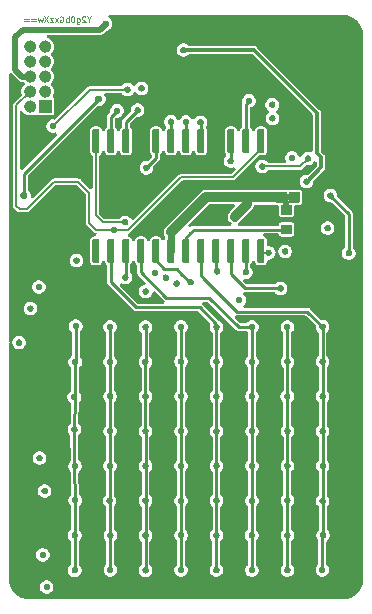
<source format=gbr>
%TF.GenerationSoftware,KiCad,Pcbnew,8.0.2*%
%TF.CreationDate,2024-08-28T15:29:28+05:30*%
%TF.ProjectId,CTF LED matrix,43544620-4c45-4442-906d-61747269782e,rev?*%
%TF.SameCoordinates,Original*%
%TF.FileFunction,Copper,L4,Bot*%
%TF.FilePolarity,Positive*%
%FSLAX46Y46*%
G04 Gerber Fmt 4.6, Leading zero omitted, Abs format (unit mm)*
G04 Created by KiCad (PCBNEW 8.0.2) date 2024-08-28 15:29:28*
%MOMM*%
%LPD*%
G01*
G04 APERTURE LIST*
%ADD10C,0.125000*%
%TA.AperFunction,NonConductor*%
%ADD11C,0.125000*%
%TD*%
%TA.AperFunction,NonConductor*%
%ADD12C,0.000000*%
%TD*%
%TA.AperFunction,NonConductor*%
%ADD13C,0.550000*%
%TD*%
%TA.AperFunction,ViaPad*%
%ADD14C,0.700010*%
%TD*%
%TA.AperFunction,ViaPad*%
%ADD15C,0.300010*%
%TD*%
%TA.AperFunction,ViaPad*%
%ADD16C,0.500010*%
%TD*%
%TA.AperFunction,Conductor*%
%ADD17C,0.150000*%
%TD*%
%TA.AperFunction,Conductor*%
%ADD18C,0.254000*%
%TD*%
%TA.AperFunction,Conductor*%
%ADD19C,0.300000*%
%TD*%
%TA.AperFunction,Conductor*%
%ADD20C,0.500000*%
%TD*%
%TA.AperFunction,Conductor*%
%ADD21C,0.863600*%
%TD*%
%TA.AperFunction,Conductor*%
%ADD22C,0.812800*%
%TD*%
%TA.AperFunction,Conductor*%
%ADD23C,0.600000*%
%TD*%
G04 APERTURE END LIST*
D10*
D11*
X138103478Y-72894214D02*
X138103478Y-73132309D01*
X138270144Y-72632309D02*
X138103478Y-72894214D01*
X138103478Y-72894214D02*
X137936811Y-72632309D01*
X137793954Y-72679928D02*
X137770145Y-72656119D01*
X137770145Y-72656119D02*
X137722526Y-72632309D01*
X137722526Y-72632309D02*
X137603478Y-72632309D01*
X137603478Y-72632309D02*
X137555859Y-72656119D01*
X137555859Y-72656119D02*
X137532050Y-72679928D01*
X137532050Y-72679928D02*
X137508240Y-72727547D01*
X137508240Y-72727547D02*
X137508240Y-72775166D01*
X137508240Y-72775166D02*
X137532050Y-72846595D01*
X137532050Y-72846595D02*
X137817764Y-73132309D01*
X137817764Y-73132309D02*
X137508240Y-73132309D01*
X137079669Y-72798976D02*
X137079669Y-73203738D01*
X137079669Y-73203738D02*
X137103479Y-73251357D01*
X137103479Y-73251357D02*
X137127288Y-73275166D01*
X137127288Y-73275166D02*
X137174907Y-73298976D01*
X137174907Y-73298976D02*
X137246336Y-73298976D01*
X137246336Y-73298976D02*
X137293955Y-73275166D01*
X137079669Y-73108500D02*
X137127288Y-73132309D01*
X137127288Y-73132309D02*
X137222526Y-73132309D01*
X137222526Y-73132309D02*
X137270145Y-73108500D01*
X137270145Y-73108500D02*
X137293955Y-73084690D01*
X137293955Y-73084690D02*
X137317764Y-73037071D01*
X137317764Y-73037071D02*
X137317764Y-72894214D01*
X137317764Y-72894214D02*
X137293955Y-72846595D01*
X137293955Y-72846595D02*
X137270145Y-72822785D01*
X137270145Y-72822785D02*
X137222526Y-72798976D01*
X137222526Y-72798976D02*
X137127288Y-72798976D01*
X137127288Y-72798976D02*
X137079669Y-72822785D01*
X136746336Y-72632309D02*
X136698717Y-72632309D01*
X136698717Y-72632309D02*
X136651098Y-72656119D01*
X136651098Y-72656119D02*
X136627288Y-72679928D01*
X136627288Y-72679928D02*
X136603479Y-72727547D01*
X136603479Y-72727547D02*
X136579669Y-72822785D01*
X136579669Y-72822785D02*
X136579669Y-72941833D01*
X136579669Y-72941833D02*
X136603479Y-73037071D01*
X136603479Y-73037071D02*
X136627288Y-73084690D01*
X136627288Y-73084690D02*
X136651098Y-73108500D01*
X136651098Y-73108500D02*
X136698717Y-73132309D01*
X136698717Y-73132309D02*
X136746336Y-73132309D01*
X136746336Y-73132309D02*
X136793955Y-73108500D01*
X136793955Y-73108500D02*
X136817764Y-73084690D01*
X136817764Y-73084690D02*
X136841574Y-73037071D01*
X136841574Y-73037071D02*
X136865383Y-72941833D01*
X136865383Y-72941833D02*
X136865383Y-72822785D01*
X136865383Y-72822785D02*
X136841574Y-72727547D01*
X136841574Y-72727547D02*
X136817764Y-72679928D01*
X136817764Y-72679928D02*
X136793955Y-72656119D01*
X136793955Y-72656119D02*
X136746336Y-72632309D01*
X136365384Y-73132309D02*
X136365384Y-72632309D01*
X136365384Y-72822785D02*
X136317765Y-72798976D01*
X136317765Y-72798976D02*
X136222527Y-72798976D01*
X136222527Y-72798976D02*
X136174908Y-72822785D01*
X136174908Y-72822785D02*
X136151098Y-72846595D01*
X136151098Y-72846595D02*
X136127289Y-72894214D01*
X136127289Y-72894214D02*
X136127289Y-73037071D01*
X136127289Y-73037071D02*
X136151098Y-73084690D01*
X136151098Y-73084690D02*
X136174908Y-73108500D01*
X136174908Y-73108500D02*
X136222527Y-73132309D01*
X136222527Y-73132309D02*
X136317765Y-73132309D01*
X136317765Y-73132309D02*
X136365384Y-73108500D01*
X135651098Y-72656119D02*
X135698717Y-72632309D01*
X135698717Y-72632309D02*
X135770146Y-72632309D01*
X135770146Y-72632309D02*
X135841574Y-72656119D01*
X135841574Y-72656119D02*
X135889193Y-72703738D01*
X135889193Y-72703738D02*
X135913003Y-72751357D01*
X135913003Y-72751357D02*
X135936812Y-72846595D01*
X135936812Y-72846595D02*
X135936812Y-72918023D01*
X135936812Y-72918023D02*
X135913003Y-73013261D01*
X135913003Y-73013261D02*
X135889193Y-73060880D01*
X135889193Y-73060880D02*
X135841574Y-73108500D01*
X135841574Y-73108500D02*
X135770146Y-73132309D01*
X135770146Y-73132309D02*
X135722527Y-73132309D01*
X135722527Y-73132309D02*
X135651098Y-73108500D01*
X135651098Y-73108500D02*
X135627289Y-73084690D01*
X135627289Y-73084690D02*
X135627289Y-72918023D01*
X135627289Y-72918023D02*
X135722527Y-72918023D01*
X135460622Y-73132309D02*
X135198717Y-72798976D01*
X135460622Y-72798976D02*
X135198717Y-73132309D01*
X135055860Y-72798976D02*
X134793955Y-72798976D01*
X134793955Y-72798976D02*
X135055860Y-73132309D01*
X135055860Y-73132309D02*
X134793955Y-73132309D01*
X134651098Y-72632309D02*
X134317765Y-73132309D01*
X134317765Y-72632309D02*
X134651098Y-73132309D01*
X134174908Y-72798976D02*
X134079670Y-73132309D01*
X134079670Y-73132309D02*
X133984432Y-72894214D01*
X133984432Y-72894214D02*
X133889194Y-73132309D01*
X133889194Y-73132309D02*
X133793956Y-72798976D01*
X133603479Y-72870404D02*
X133222527Y-72870404D01*
X133222527Y-73013261D02*
X133603479Y-73013261D01*
X132984431Y-72870404D02*
X132603479Y-72870404D01*
X132603479Y-73013261D02*
X132984431Y-73013261D01*
D12*
%TA.AperFunction,NonConductor*%
G36*
X155889090Y-87502730D02*
G01*
X155893720Y-87503190D01*
X155898320Y-87503950D01*
X155902860Y-87505010D01*
X155907320Y-87506360D01*
X155911680Y-87508000D01*
X155915920Y-87509920D01*
X155920030Y-87512120D01*
X155923990Y-87514580D01*
X155927770Y-87517290D01*
X155931380Y-87520250D01*
X155934780Y-87523430D01*
X155937960Y-87526830D01*
X155940920Y-87530440D01*
X155943630Y-87534220D01*
X155946090Y-87538180D01*
X155948290Y-87542290D01*
X155950210Y-87546530D01*
X155951850Y-87550890D01*
X155953200Y-87555350D01*
X155954260Y-87559890D01*
X155955020Y-87564490D01*
X155955480Y-87569120D01*
X155955630Y-87573780D01*
X155955630Y-88331380D01*
X155955480Y-88336040D01*
X155955020Y-88340670D01*
X155954260Y-88345270D01*
X155953200Y-88349810D01*
X155951850Y-88354270D01*
X155950210Y-88358630D01*
X155948290Y-88362870D01*
X155946090Y-88366980D01*
X155943630Y-88370940D01*
X155940920Y-88374720D01*
X155937960Y-88378330D01*
X155934780Y-88381730D01*
X155931380Y-88384910D01*
X155927770Y-88387870D01*
X155923990Y-88390580D01*
X155920030Y-88393040D01*
X155915920Y-88395240D01*
X155911680Y-88397160D01*
X155907320Y-88398800D01*
X155902860Y-88400150D01*
X155898320Y-88401210D01*
X155893720Y-88401970D01*
X155889090Y-88402430D01*
X155884430Y-88402580D01*
X155076830Y-88402580D01*
X155072170Y-88402430D01*
X155067540Y-88401970D01*
X155062940Y-88401210D01*
X155058400Y-88400150D01*
X155053940Y-88398800D01*
X155049580Y-88397160D01*
X155045340Y-88395240D01*
X155041230Y-88393040D01*
X155037270Y-88390580D01*
X155033490Y-88387870D01*
X155029880Y-88384910D01*
X155026480Y-88381730D01*
X155023300Y-88378330D01*
X155020340Y-88374720D01*
X155017630Y-88370940D01*
X155015170Y-88366980D01*
X155012970Y-88362870D01*
X155011050Y-88358630D01*
X155009410Y-88354270D01*
X155008060Y-88349810D01*
X155007000Y-88345270D01*
X155006240Y-88340670D01*
X155005780Y-88336040D01*
X155005630Y-88331380D01*
X155005630Y-87573780D01*
X155005780Y-87569120D01*
X155006240Y-87564490D01*
X155007000Y-87559890D01*
X155008060Y-87555350D01*
X155009410Y-87550890D01*
X155011050Y-87546530D01*
X155012970Y-87542290D01*
X155015170Y-87538180D01*
X155017630Y-87534220D01*
X155020340Y-87530440D01*
X155023300Y-87526830D01*
X155026480Y-87523430D01*
X155029880Y-87520250D01*
X155033490Y-87517290D01*
X155037270Y-87514580D01*
X155041230Y-87512120D01*
X155045340Y-87509920D01*
X155049580Y-87508000D01*
X155053940Y-87506360D01*
X155058400Y-87505010D01*
X155062940Y-87503950D01*
X155067540Y-87503190D01*
X155072170Y-87502730D01*
X155076830Y-87502580D01*
X155884430Y-87502580D01*
X155889090Y-87502730D01*
G37*
%TD.AperFunction*%
%TA.AperFunction,NonConductor*%
G36*
X155889090Y-85952730D02*
G01*
X155893720Y-85953190D01*
X155898320Y-85953950D01*
X155902860Y-85955010D01*
X155907320Y-85956360D01*
X155911680Y-85958000D01*
X155915920Y-85959920D01*
X155920030Y-85962120D01*
X155923990Y-85964580D01*
X155927770Y-85967290D01*
X155931380Y-85970250D01*
X155934780Y-85973430D01*
X155937960Y-85976830D01*
X155940920Y-85980440D01*
X155943630Y-85984220D01*
X155946090Y-85988180D01*
X155948290Y-85992290D01*
X155950210Y-85996530D01*
X155951850Y-86000890D01*
X155953200Y-86005350D01*
X155954260Y-86009890D01*
X155955020Y-86014490D01*
X155955480Y-86019120D01*
X155955630Y-86023780D01*
X155955630Y-86781380D01*
X155955480Y-86786040D01*
X155955020Y-86790670D01*
X155954260Y-86795270D01*
X155953200Y-86799810D01*
X155951850Y-86804270D01*
X155950210Y-86808630D01*
X155948290Y-86812870D01*
X155946090Y-86816980D01*
X155943630Y-86820940D01*
X155940920Y-86824720D01*
X155937960Y-86828330D01*
X155934780Y-86831730D01*
X155931380Y-86834910D01*
X155927770Y-86837870D01*
X155923990Y-86840580D01*
X155920030Y-86843040D01*
X155915920Y-86845240D01*
X155911680Y-86847160D01*
X155907320Y-86848800D01*
X155902860Y-86850150D01*
X155898320Y-86851210D01*
X155893720Y-86851970D01*
X155889090Y-86852430D01*
X155884430Y-86852580D01*
X155076830Y-86852580D01*
X155072170Y-86852430D01*
X155067540Y-86851970D01*
X155062940Y-86851210D01*
X155058400Y-86850150D01*
X155053940Y-86848800D01*
X155049580Y-86847160D01*
X155045340Y-86845240D01*
X155041230Y-86843040D01*
X155037270Y-86840580D01*
X155033490Y-86837870D01*
X155029880Y-86834910D01*
X155026480Y-86831730D01*
X155023300Y-86828330D01*
X155020340Y-86824720D01*
X155017630Y-86820940D01*
X155015170Y-86816980D01*
X155012970Y-86812870D01*
X155011050Y-86808630D01*
X155009410Y-86804270D01*
X155008060Y-86799810D01*
X155007000Y-86795270D01*
X155006240Y-86790670D01*
X155005780Y-86786040D01*
X155005630Y-86781380D01*
X155005630Y-86023780D01*
X155005780Y-86019120D01*
X155006240Y-86014490D01*
X155007000Y-86009890D01*
X155008060Y-86005350D01*
X155009410Y-86000890D01*
X155011050Y-85996530D01*
X155012970Y-85992290D01*
X155015170Y-85988180D01*
X155017630Y-85984220D01*
X155020340Y-85980440D01*
X155023300Y-85976830D01*
X155026480Y-85973430D01*
X155029880Y-85970250D01*
X155033490Y-85967290D01*
X155037270Y-85964580D01*
X155041230Y-85962120D01*
X155045340Y-85959920D01*
X155049580Y-85958000D01*
X155053940Y-85956360D01*
X155058400Y-85955010D01*
X155062940Y-85953950D01*
X155067540Y-85953190D01*
X155072170Y-85952730D01*
X155076830Y-85952580D01*
X155884430Y-85952580D01*
X155889090Y-85952730D01*
G37*
%TD.AperFunction*%
%TA.AperFunction,NonConductor*%
G36*
X152803180Y-91470020D02*
G01*
X152813190Y-91471000D01*
X152823120Y-91472640D01*
X152832910Y-91474930D01*
X152842540Y-91477850D01*
X152851950Y-91481390D01*
X152861110Y-91485540D01*
X152869980Y-91490280D01*
X152878520Y-91495590D01*
X152886700Y-91501450D01*
X152894470Y-91507830D01*
X152901810Y-91514710D01*
X152908690Y-91522050D01*
X152915070Y-91529820D01*
X152920930Y-91538000D01*
X152926240Y-91546540D01*
X152930980Y-91555410D01*
X152935130Y-91564570D01*
X152938670Y-91573980D01*
X152941590Y-91583610D01*
X152943880Y-91593400D01*
X152945510Y-91603330D01*
X152946500Y-91613340D01*
X152946830Y-91623390D01*
X152946830Y-93365990D01*
X152946500Y-93376040D01*
X152945510Y-93386050D01*
X152943880Y-93395980D01*
X152941590Y-93405770D01*
X152938670Y-93415400D01*
X152935130Y-93424810D01*
X152930980Y-93433970D01*
X152926240Y-93442840D01*
X152920930Y-93451380D01*
X152915070Y-93459560D01*
X152908690Y-93467330D01*
X152901810Y-93474670D01*
X152894470Y-93481550D01*
X152886700Y-93487930D01*
X152878520Y-93493790D01*
X152869980Y-93499100D01*
X152861110Y-93503840D01*
X152851950Y-93507990D01*
X152842540Y-93511530D01*
X152832910Y-93514450D01*
X152823120Y-93516740D01*
X152813190Y-93518380D01*
X152803180Y-93519360D01*
X152793130Y-93519690D01*
X152510530Y-93519690D01*
X152500480Y-93519360D01*
X152490470Y-93518380D01*
X152480540Y-93516740D01*
X152470750Y-93514450D01*
X152461120Y-93511530D01*
X152451710Y-93507990D01*
X152442550Y-93503840D01*
X152433680Y-93499100D01*
X152425140Y-93493790D01*
X152416960Y-93487930D01*
X152409190Y-93481550D01*
X152401850Y-93474670D01*
X152394970Y-93467330D01*
X152388590Y-93459560D01*
X152382730Y-93451380D01*
X152377420Y-93442840D01*
X152372680Y-93433970D01*
X152368530Y-93424810D01*
X152364990Y-93415400D01*
X152362070Y-93405770D01*
X152359780Y-93395980D01*
X152358150Y-93386050D01*
X152357160Y-93376040D01*
X152356830Y-93365990D01*
X152356830Y-91623390D01*
X152357160Y-91613340D01*
X152358150Y-91603330D01*
X152359780Y-91593400D01*
X152362070Y-91583610D01*
X152364990Y-91573980D01*
X152368530Y-91564570D01*
X152372680Y-91555410D01*
X152377420Y-91546540D01*
X152382730Y-91538000D01*
X152388590Y-91529820D01*
X152394970Y-91522050D01*
X152401850Y-91514710D01*
X152409190Y-91507830D01*
X152416960Y-91501450D01*
X152425140Y-91495590D01*
X152433680Y-91490280D01*
X152442550Y-91485540D01*
X152451710Y-91481390D01*
X152461120Y-91477850D01*
X152470750Y-91474930D01*
X152480540Y-91472640D01*
X152490470Y-91471000D01*
X152500480Y-91470020D01*
X152510530Y-91469690D01*
X152793130Y-91469690D01*
X152803180Y-91470020D01*
G37*
%TD.AperFunction*%
%TA.AperFunction,NonConductor*%
G36*
X145183170Y-91470010D02*
G01*
X145193180Y-91470990D01*
X145203110Y-91472630D01*
X145212900Y-91474920D01*
X145222530Y-91477840D01*
X145231940Y-91481380D01*
X145241100Y-91485530D01*
X145249970Y-91490270D01*
X145258510Y-91495580D01*
X145266690Y-91501440D01*
X145274460Y-91507820D01*
X145281800Y-91514700D01*
X145288680Y-91522040D01*
X145295060Y-91529810D01*
X145300920Y-91537990D01*
X145306230Y-91546530D01*
X145310970Y-91555400D01*
X145315120Y-91564560D01*
X145318660Y-91573970D01*
X145321580Y-91583600D01*
X145323870Y-91593390D01*
X145325500Y-91603320D01*
X145326490Y-91613330D01*
X145326820Y-91623380D01*
X145326820Y-93365980D01*
X145326490Y-93376030D01*
X145325500Y-93386040D01*
X145323870Y-93395970D01*
X145321580Y-93405760D01*
X145318660Y-93415390D01*
X145315120Y-93424800D01*
X145310970Y-93433960D01*
X145306230Y-93442830D01*
X145300920Y-93451370D01*
X145295060Y-93459550D01*
X145288680Y-93467320D01*
X145281800Y-93474660D01*
X145274460Y-93481540D01*
X145266690Y-93487920D01*
X145258510Y-93493780D01*
X145249970Y-93499090D01*
X145241100Y-93503830D01*
X145231940Y-93507980D01*
X145222530Y-93511520D01*
X145212900Y-93514440D01*
X145203110Y-93516730D01*
X145193180Y-93518370D01*
X145183170Y-93519350D01*
X145173120Y-93519680D01*
X144890520Y-93519680D01*
X144880470Y-93519350D01*
X144870460Y-93518370D01*
X144860530Y-93516730D01*
X144850740Y-93514440D01*
X144841110Y-93511520D01*
X144831700Y-93507980D01*
X144822540Y-93503830D01*
X144813670Y-93499090D01*
X144805130Y-93493780D01*
X144796950Y-93487920D01*
X144789180Y-93481540D01*
X144781840Y-93474660D01*
X144774960Y-93467320D01*
X144768580Y-93459550D01*
X144762720Y-93451370D01*
X144757410Y-93442830D01*
X144752670Y-93433960D01*
X144748520Y-93424800D01*
X144744980Y-93415390D01*
X144742060Y-93405760D01*
X144739770Y-93395970D01*
X144738140Y-93386040D01*
X144737150Y-93376030D01*
X144736820Y-93365980D01*
X144736820Y-91623380D01*
X144737150Y-91613330D01*
X144738140Y-91603320D01*
X144739770Y-91593390D01*
X144742060Y-91583600D01*
X144744980Y-91573970D01*
X144748520Y-91564560D01*
X144752670Y-91555400D01*
X144757410Y-91546530D01*
X144762720Y-91537990D01*
X144768580Y-91529810D01*
X144774960Y-91522040D01*
X144781840Y-91514700D01*
X144789180Y-91507820D01*
X144796950Y-91501440D01*
X144805130Y-91495580D01*
X144813670Y-91490270D01*
X144822540Y-91485530D01*
X144831700Y-91481380D01*
X144841110Y-91477840D01*
X144850740Y-91474920D01*
X144860530Y-91472630D01*
X144870460Y-91470990D01*
X144880470Y-91470010D01*
X144890520Y-91469680D01*
X145173120Y-91469680D01*
X145183170Y-91470010D01*
G37*
%TD.AperFunction*%
%TA.AperFunction,NonConductor*%
G36*
X151533180Y-91470020D02*
G01*
X151543190Y-91471000D01*
X151553120Y-91472640D01*
X151562910Y-91474930D01*
X151572540Y-91477850D01*
X151581950Y-91481390D01*
X151591110Y-91485540D01*
X151599980Y-91490280D01*
X151608520Y-91495590D01*
X151616700Y-91501450D01*
X151624470Y-91507830D01*
X151631810Y-91514710D01*
X151638690Y-91522050D01*
X151645070Y-91529820D01*
X151650930Y-91538000D01*
X151656240Y-91546540D01*
X151660980Y-91555410D01*
X151665130Y-91564570D01*
X151668670Y-91573980D01*
X151671590Y-91583610D01*
X151673880Y-91593400D01*
X151675510Y-91603330D01*
X151676500Y-91613340D01*
X151676830Y-91623390D01*
X151676830Y-93365990D01*
X151676500Y-93376040D01*
X151675510Y-93386050D01*
X151673880Y-93395980D01*
X151671590Y-93405770D01*
X151668670Y-93415400D01*
X151665130Y-93424810D01*
X151660980Y-93433970D01*
X151656240Y-93442840D01*
X151650930Y-93451380D01*
X151645070Y-93459560D01*
X151638690Y-93467330D01*
X151631810Y-93474670D01*
X151624470Y-93481550D01*
X151616700Y-93487930D01*
X151608520Y-93493790D01*
X151599980Y-93499100D01*
X151591110Y-93503840D01*
X151581950Y-93507990D01*
X151572540Y-93511530D01*
X151562910Y-93514450D01*
X151553120Y-93516740D01*
X151543190Y-93518380D01*
X151533180Y-93519360D01*
X151523130Y-93519690D01*
X151240530Y-93519690D01*
X151230480Y-93519360D01*
X151220470Y-93518380D01*
X151210540Y-93516740D01*
X151200750Y-93514450D01*
X151191120Y-93511530D01*
X151181710Y-93507990D01*
X151172550Y-93503840D01*
X151163680Y-93499100D01*
X151155140Y-93493790D01*
X151146960Y-93487930D01*
X151139190Y-93481550D01*
X151131850Y-93474670D01*
X151124970Y-93467330D01*
X151118590Y-93459560D01*
X151112730Y-93451380D01*
X151107420Y-93442840D01*
X151102680Y-93433970D01*
X151098530Y-93424810D01*
X151094990Y-93415400D01*
X151092070Y-93405770D01*
X151089780Y-93395980D01*
X151088150Y-93386050D01*
X151087160Y-93376040D01*
X151086830Y-93365990D01*
X151086830Y-91623390D01*
X151087160Y-91613340D01*
X151088150Y-91603330D01*
X151089780Y-91593400D01*
X151092070Y-91583610D01*
X151094990Y-91573980D01*
X151098530Y-91564570D01*
X151102680Y-91555410D01*
X151107420Y-91546540D01*
X151112730Y-91538000D01*
X151118590Y-91529820D01*
X151124970Y-91522050D01*
X151131850Y-91514710D01*
X151139190Y-91507830D01*
X151146960Y-91501450D01*
X151155140Y-91495590D01*
X151163680Y-91490280D01*
X151172550Y-91485540D01*
X151181710Y-91481390D01*
X151191120Y-91477850D01*
X151200750Y-91474930D01*
X151210540Y-91472640D01*
X151220470Y-91471000D01*
X151230480Y-91470020D01*
X151240530Y-91469690D01*
X151523130Y-91469690D01*
X151533180Y-91470020D01*
G37*
%TD.AperFunction*%
%TA.AperFunction,NonConductor*%
G36*
X154803290Y-87500430D02*
G01*
X154807920Y-87500890D01*
X154812520Y-87501650D01*
X154817060Y-87502710D01*
X154821520Y-87504060D01*
X154825880Y-87505700D01*
X154830120Y-87507620D01*
X154834230Y-87509820D01*
X154838190Y-87512280D01*
X154841970Y-87514990D01*
X154845580Y-87517950D01*
X154848980Y-87521130D01*
X154852160Y-87524530D01*
X154855120Y-87528140D01*
X154857830Y-87531920D01*
X154860290Y-87535880D01*
X154862490Y-87539990D01*
X154864410Y-87544230D01*
X154866050Y-87548590D01*
X154867400Y-87553050D01*
X154868460Y-87557590D01*
X154869220Y-87562190D01*
X154869680Y-87566820D01*
X154869830Y-87571480D01*
X154869830Y-88329080D01*
X154869680Y-88333740D01*
X154869220Y-88338370D01*
X154868460Y-88342970D01*
X154867400Y-88347510D01*
X154866050Y-88351970D01*
X154864410Y-88356330D01*
X154862490Y-88360570D01*
X154860290Y-88364680D01*
X154857830Y-88368640D01*
X154855120Y-88372420D01*
X154852160Y-88376030D01*
X154848980Y-88379430D01*
X154845580Y-88382610D01*
X154841970Y-88385570D01*
X154838190Y-88388280D01*
X154834230Y-88390740D01*
X154830120Y-88392940D01*
X154825880Y-88394860D01*
X154821520Y-88396500D01*
X154817060Y-88397850D01*
X154812520Y-88398910D01*
X154807920Y-88399670D01*
X154803290Y-88400130D01*
X154798630Y-88400280D01*
X153991030Y-88400280D01*
X153986370Y-88400130D01*
X153981740Y-88399670D01*
X153977140Y-88398910D01*
X153972600Y-88397850D01*
X153968140Y-88396500D01*
X153963780Y-88394860D01*
X153959540Y-88392940D01*
X153955430Y-88390740D01*
X153951470Y-88388280D01*
X153947690Y-88385570D01*
X153944080Y-88382610D01*
X153940680Y-88379430D01*
X153937500Y-88376030D01*
X153934540Y-88372420D01*
X153931830Y-88368640D01*
X153929370Y-88364680D01*
X153927170Y-88360570D01*
X153925250Y-88356330D01*
X153923610Y-88351970D01*
X153922260Y-88347510D01*
X153921200Y-88342970D01*
X153920440Y-88338370D01*
X153919980Y-88333740D01*
X153919830Y-88329080D01*
X153919830Y-87571480D01*
X153919980Y-87566820D01*
X153920440Y-87562190D01*
X153921200Y-87557590D01*
X153922260Y-87553050D01*
X153923610Y-87548590D01*
X153925250Y-87544230D01*
X153927170Y-87539990D01*
X153929370Y-87535880D01*
X153931830Y-87531920D01*
X153934540Y-87528140D01*
X153937500Y-87524530D01*
X153940680Y-87521130D01*
X153944080Y-87517950D01*
X153947690Y-87514990D01*
X153951470Y-87512280D01*
X153955430Y-87509820D01*
X153959540Y-87507620D01*
X153963780Y-87505700D01*
X153968140Y-87504060D01*
X153972600Y-87502710D01*
X153977140Y-87501650D01*
X153981740Y-87500890D01*
X153986370Y-87500430D01*
X153991030Y-87500280D01*
X154798630Y-87500280D01*
X154803290Y-87500430D01*
G37*
%TD.AperFunction*%
%TA.AperFunction,NonConductor*%
G36*
X143913170Y-91470010D02*
G01*
X143923180Y-91470990D01*
X143933110Y-91472630D01*
X143942900Y-91474920D01*
X143952530Y-91477840D01*
X143961940Y-91481380D01*
X143971100Y-91485530D01*
X143979970Y-91490270D01*
X143988510Y-91495580D01*
X143996690Y-91501440D01*
X144004460Y-91507820D01*
X144011800Y-91514700D01*
X144018680Y-91522040D01*
X144025060Y-91529810D01*
X144030920Y-91537990D01*
X144036230Y-91546530D01*
X144040970Y-91555400D01*
X144045120Y-91564560D01*
X144048660Y-91573970D01*
X144051580Y-91583600D01*
X144053870Y-91593390D01*
X144055500Y-91603320D01*
X144056490Y-91613330D01*
X144056820Y-91623380D01*
X144056820Y-93365980D01*
X144056490Y-93376030D01*
X144055500Y-93386040D01*
X144053870Y-93395970D01*
X144051580Y-93405760D01*
X144048660Y-93415390D01*
X144045120Y-93424800D01*
X144040970Y-93433960D01*
X144036230Y-93442830D01*
X144030920Y-93451370D01*
X144025060Y-93459550D01*
X144018680Y-93467320D01*
X144011800Y-93474660D01*
X144004460Y-93481540D01*
X143996690Y-93487920D01*
X143988510Y-93493780D01*
X143979970Y-93499090D01*
X143971100Y-93503830D01*
X143961940Y-93507980D01*
X143952530Y-93511520D01*
X143942900Y-93514440D01*
X143933110Y-93516730D01*
X143923180Y-93518370D01*
X143913170Y-93519350D01*
X143903120Y-93519680D01*
X143620520Y-93519680D01*
X143610470Y-93519350D01*
X143600460Y-93518370D01*
X143590530Y-93516730D01*
X143580740Y-93514440D01*
X143571110Y-93511520D01*
X143561700Y-93507980D01*
X143552540Y-93503830D01*
X143543670Y-93499090D01*
X143535130Y-93493780D01*
X143526950Y-93487920D01*
X143519180Y-93481540D01*
X143511840Y-93474660D01*
X143504960Y-93467320D01*
X143498580Y-93459550D01*
X143492720Y-93451370D01*
X143487410Y-93442830D01*
X143482670Y-93433960D01*
X143478520Y-93424800D01*
X143474980Y-93415390D01*
X143472060Y-93405760D01*
X143469770Y-93395970D01*
X143468140Y-93386040D01*
X143467150Y-93376030D01*
X143466820Y-93365980D01*
X143466820Y-91623380D01*
X143467150Y-91613330D01*
X143468140Y-91603320D01*
X143469770Y-91593390D01*
X143472060Y-91583600D01*
X143474980Y-91573970D01*
X143478520Y-91564560D01*
X143482670Y-91555400D01*
X143487410Y-91546530D01*
X143492720Y-91537990D01*
X143498580Y-91529810D01*
X143504960Y-91522040D01*
X143511840Y-91514700D01*
X143519180Y-91507820D01*
X143526950Y-91501440D01*
X143535130Y-91495580D01*
X143543670Y-91490270D01*
X143552540Y-91485530D01*
X143561700Y-91481380D01*
X143571110Y-91477840D01*
X143580740Y-91474920D01*
X143590530Y-91472630D01*
X143600460Y-91470990D01*
X143610470Y-91470010D01*
X143620520Y-91469680D01*
X143903120Y-91469680D01*
X143913170Y-91470010D01*
G37*
%TD.AperFunction*%
%TA.AperFunction,NonConductor*%
G36*
X159615830Y-72499380D02*
G01*
X159617830Y-72499380D01*
X159685830Y-72502380D01*
X159687830Y-72502380D01*
X159787830Y-72510380D01*
X159790830Y-72513380D01*
X159800830Y-72514380D01*
X159803830Y-72514380D01*
X159845830Y-72521380D01*
X159846830Y-72521380D01*
X159897830Y-72529380D01*
X159902830Y-72530380D01*
X159967830Y-72545380D01*
X159969830Y-72545380D01*
X160010830Y-72556380D01*
X160013830Y-72557380D01*
X160073830Y-72574380D01*
X160074830Y-72575380D01*
X160130830Y-72592380D01*
X160133830Y-72593380D01*
X160186830Y-72612380D01*
X160189830Y-72613380D01*
X160227830Y-72628380D01*
X160229830Y-72629380D01*
X160290830Y-72656380D01*
X160292830Y-72656380D01*
X160329830Y-72673380D01*
X160333830Y-72675380D01*
X160383830Y-72702380D01*
X160386830Y-72703380D01*
X160443830Y-72735380D01*
X160446830Y-72737380D01*
X160491830Y-72765380D01*
X160530830Y-72788380D01*
X160532830Y-72790380D01*
X160589830Y-72829380D01*
X160592830Y-72831380D01*
X160602830Y-72839380D01*
X160606830Y-72837380D01*
X160712830Y-72926380D01*
X160714830Y-72928380D01*
X160753830Y-72964380D01*
X160755830Y-72966380D01*
X160804830Y-73013380D01*
X160805830Y-73015380D01*
X160846830Y-73057380D01*
X160848830Y-73059380D01*
X160885830Y-73099380D01*
X160887830Y-73101380D01*
X160975830Y-73207380D01*
X160973830Y-73210380D01*
X160989830Y-73232380D01*
X160991830Y-73235380D01*
X161022830Y-73280380D01*
X161024830Y-73283380D01*
X161048830Y-73321380D01*
X161048830Y-73322380D01*
X161083830Y-73379380D01*
X161084830Y-73382380D01*
X161111830Y-73429380D01*
X161112830Y-73431380D01*
X161137830Y-73479380D01*
X161139830Y-73483380D01*
X161156830Y-73520380D01*
X161156830Y-73522380D01*
X161183830Y-73583380D01*
X161184830Y-73585380D01*
X161199830Y-73623380D01*
X161200830Y-73625380D01*
X161223830Y-73690380D01*
X161224830Y-73693380D01*
X161240830Y-73746380D01*
X161241830Y-73748380D01*
X161256830Y-73800380D01*
X161256830Y-73802380D01*
X161270830Y-73855380D01*
X161270830Y-73858380D01*
X161282830Y-73913380D01*
X161283830Y-73916380D01*
X161291830Y-73966380D01*
X161291830Y-73967380D01*
X161298830Y-74009380D01*
X161298830Y-74012380D01*
X161299830Y-74022380D01*
X161302830Y-74025380D01*
X161310830Y-74125380D01*
X161310830Y-74127380D01*
X161313830Y-74195380D01*
X161313830Y-74197380D01*
X161314830Y-74252380D01*
X161314830Y-120250380D01*
X161313830Y-120299380D01*
X161313830Y-120301380D01*
X161310830Y-120369380D01*
X161310830Y-120371380D01*
X161302830Y-120471380D01*
X161299830Y-120474380D01*
X161298830Y-120484380D01*
X161298830Y-120487380D01*
X161291830Y-120529380D01*
X161291830Y-120530380D01*
X161283830Y-120580380D01*
X161282830Y-120583380D01*
X161267830Y-120650380D01*
X161267830Y-120653380D01*
X161256830Y-120694380D01*
X161256830Y-120696380D01*
X161237830Y-120762380D01*
X161236830Y-120764380D01*
X161219830Y-120815380D01*
X161219830Y-120817380D01*
X161200830Y-120870380D01*
X161199830Y-120873380D01*
X161180830Y-120921380D01*
X161179830Y-120923380D01*
X161156830Y-120975380D01*
X161156830Y-120976380D01*
X161139830Y-121013380D01*
X161137830Y-121017380D01*
X161111830Y-121065380D01*
X161110830Y-121067380D01*
X161077830Y-121127380D01*
X161075830Y-121130380D01*
X161047830Y-121175380D01*
X161024830Y-121214380D01*
X161022830Y-121216380D01*
X160983830Y-121273380D01*
X160981830Y-121276380D01*
X160974830Y-121286380D01*
X160975830Y-121289380D01*
X160887830Y-121395380D01*
X160885830Y-121397380D01*
X160848830Y-121437380D01*
X160846830Y-121439380D01*
X160799830Y-121488380D01*
X160797830Y-121489380D01*
X160755830Y-121530380D01*
X160753830Y-121532380D01*
X160713830Y-121569380D01*
X160711830Y-121571380D01*
X160605830Y-121659380D01*
X160602830Y-121658380D01*
X160592830Y-121665380D01*
X160589830Y-121667380D01*
X160532830Y-121706380D01*
X160530830Y-121708380D01*
X160491830Y-121732380D01*
X160490830Y-121732380D01*
X160433830Y-121767380D01*
X160430830Y-121768380D01*
X160383830Y-121795380D01*
X160381830Y-121796380D01*
X160333830Y-121821380D01*
X160329830Y-121823380D01*
X160292830Y-121840380D01*
X160290830Y-121840380D01*
X160229830Y-121867380D01*
X160227830Y-121868380D01*
X160189830Y-121883380D01*
X160186830Y-121884380D01*
X160133830Y-121903380D01*
X160130830Y-121904380D01*
X160074830Y-121921380D01*
X160073830Y-121922380D01*
X160013830Y-121939380D01*
X160010830Y-121940380D01*
X159969830Y-121951380D01*
X159966830Y-121951380D01*
X159899830Y-121966380D01*
X159896830Y-121967380D01*
X159846830Y-121975380D01*
X159845830Y-121975380D01*
X159803830Y-121982380D01*
X159800830Y-121982380D01*
X159790830Y-121983380D01*
X159787830Y-121986380D01*
X159687830Y-121994380D01*
X159685830Y-121994380D01*
X159617830Y-121997380D01*
X159615830Y-121997380D01*
X159560830Y-121998380D01*
X133068830Y-121998380D01*
X133013830Y-121997380D01*
X133011830Y-121997380D01*
X132943830Y-121994380D01*
X132941830Y-121994380D01*
X132841830Y-121986380D01*
X132838830Y-121983380D01*
X132828830Y-121982380D01*
X132825830Y-121982380D01*
X132783830Y-121975380D01*
X132782830Y-121975380D01*
X132732830Y-121967380D01*
X132729830Y-121966380D01*
X132662830Y-121951380D01*
X132659830Y-121951380D01*
X132618830Y-121940380D01*
X132615830Y-121939380D01*
X132555830Y-121922380D01*
X132554830Y-121921380D01*
X132498830Y-121904380D01*
X132495830Y-121903380D01*
X132442830Y-121884380D01*
X132439830Y-121883380D01*
X132401830Y-121868380D01*
X132399830Y-121867380D01*
X132338830Y-121840380D01*
X132336830Y-121840380D01*
X132299830Y-121823380D01*
X132295830Y-121821380D01*
X132247830Y-121795380D01*
X132245830Y-121794380D01*
X132185830Y-121761380D01*
X132182830Y-121759380D01*
X132137830Y-121731380D01*
X132098830Y-121708380D01*
X132096830Y-121706380D01*
X132039830Y-121667380D01*
X132036830Y-121665380D01*
X132026830Y-121658380D01*
X132023830Y-121659380D01*
X131917830Y-121571380D01*
X131915830Y-121569380D01*
X131875830Y-121532380D01*
X131873830Y-121530380D01*
X131824830Y-121483380D01*
X131823830Y-121481380D01*
X131782830Y-121439380D01*
X131780830Y-121437380D01*
X131743830Y-121397380D01*
X131741830Y-121395380D01*
X131653830Y-121289380D01*
X131655830Y-121286380D01*
X131639830Y-121264380D01*
X131637830Y-121261380D01*
X131606830Y-121216380D01*
X131604830Y-121213380D01*
X131580830Y-121175380D01*
X131580830Y-121174380D01*
X131545830Y-121117380D01*
X131544830Y-121114380D01*
X131517830Y-121067380D01*
X131516830Y-121065380D01*
X131491830Y-121017380D01*
X133945830Y-121017380D01*
X133986830Y-121168380D01*
X134059830Y-121293380D01*
X134168830Y-121402380D01*
X134293830Y-121475380D01*
X134444830Y-121516380D01*
X134592830Y-121516380D01*
X134743830Y-121475380D01*
X134868830Y-121402380D01*
X134977830Y-121293380D01*
X135050830Y-121168380D01*
X135091830Y-121017380D01*
X135091830Y-120870380D01*
X135050830Y-120720380D01*
X135049830Y-120717380D01*
X134978830Y-120594380D01*
X134972830Y-120585380D01*
X134871830Y-120487380D01*
X134741830Y-120411380D01*
X134592830Y-120370380D01*
X134444830Y-120370380D01*
X134295830Y-120411380D01*
X134165830Y-120487380D01*
X134064830Y-120585380D01*
X134058830Y-120594380D01*
X133987830Y-120717380D01*
X133986830Y-120720380D01*
X133945830Y-120870380D01*
X133945830Y-121017380D01*
X131491830Y-121017380D01*
X131489830Y-121013380D01*
X131472830Y-120976380D01*
X131472830Y-120974380D01*
X131445830Y-120913380D01*
X131444830Y-120911380D01*
X131429830Y-120873380D01*
X131428830Y-120871380D01*
X131428480Y-120870380D01*
X131405830Y-120806380D01*
X131404830Y-120803380D01*
X131388830Y-120750380D01*
X131387830Y-120748380D01*
X131372830Y-120696380D01*
X131372830Y-120694380D01*
X131358830Y-120641380D01*
X131358830Y-120638380D01*
X131346830Y-120583380D01*
X131345830Y-120580380D01*
X131337830Y-120530380D01*
X131337830Y-120529380D01*
X131330830Y-120487380D01*
X131330830Y-120484380D01*
X131329830Y-120474380D01*
X131326830Y-120471380D01*
X131318830Y-120371380D01*
X131318830Y-120369380D01*
X131315830Y-120301380D01*
X131315830Y-120299380D01*
X131314830Y-120244380D01*
X131314830Y-118301380D01*
X133613830Y-118301380D01*
X133650830Y-118444380D01*
X133726830Y-118576380D01*
X133835830Y-118685380D01*
X133968830Y-118761380D01*
X134108830Y-118798380D01*
X134261830Y-118798380D01*
X134404830Y-118761380D01*
X134538830Y-118684380D01*
X134642830Y-118579380D01*
X134718830Y-118448380D01*
X134758830Y-118299380D01*
X134758830Y-118152380D01*
X134718830Y-118003380D01*
X134643830Y-117875380D01*
X134535830Y-117767380D01*
X134407830Y-117693380D01*
X134408830Y-117693380D01*
X134258830Y-117653380D01*
X134106830Y-117653380D01*
X133971830Y-117691380D01*
X133961830Y-117695380D01*
X133835830Y-117766380D01*
X133726830Y-117875380D01*
X133650830Y-118007380D01*
X133613830Y-118150380D01*
X133613830Y-118301380D01*
X131314830Y-118301380D01*
X131314830Y-118150380D01*
X131314830Y-112901380D01*
X133774830Y-112901380D01*
X133775830Y-112905380D01*
X133811830Y-113033380D01*
X133812830Y-113034380D01*
X133812830Y-113035380D01*
X133815830Y-113043380D01*
X133887830Y-113171380D01*
X133996830Y-113280380D01*
X134128830Y-113356380D01*
X134271830Y-113393380D01*
X134422830Y-113393380D01*
X134565830Y-113356380D01*
X134697830Y-113280380D01*
X134806830Y-113171380D01*
X134882830Y-113038380D01*
X134919830Y-112898380D01*
X134919830Y-112745380D01*
X134882830Y-112602380D01*
X134804830Y-112468380D01*
X134805830Y-112468380D01*
X134700830Y-112364380D01*
X134569830Y-112288380D01*
X134420830Y-112248380D01*
X134273830Y-112248380D01*
X134124830Y-112288380D01*
X133996830Y-112363380D01*
X133888830Y-112471380D01*
X133814830Y-112599380D01*
X133774830Y-112748380D01*
X133774830Y-112901380D01*
X131314830Y-112901380D01*
X131314830Y-112748380D01*
X131314830Y-110111380D01*
X133337830Y-110111380D01*
X133375830Y-110255380D01*
X133376830Y-110257380D01*
X133449830Y-110384380D01*
X133455830Y-110393380D01*
X133557830Y-110492380D01*
X133686830Y-110567380D01*
X133835830Y-110608380D01*
X133983830Y-110608380D01*
X134135830Y-110567380D01*
X134133830Y-110567380D01*
X134258830Y-110495380D01*
X134370830Y-110384380D01*
X134440830Y-110260380D01*
X134482830Y-110109380D01*
X134482830Y-109961380D01*
X134441830Y-109812380D01*
X134366830Y-109682380D01*
X134262830Y-109577380D01*
X134128830Y-109500380D01*
X133985830Y-109463380D01*
X133832830Y-109463380D01*
X133692830Y-109500380D01*
X133559830Y-109576380D01*
X133450830Y-109685380D01*
X133374830Y-109818380D01*
X133337830Y-109958380D01*
X133337830Y-110111380D01*
X131314830Y-110111380D01*
X131314830Y-109958380D01*
X131314830Y-104939380D01*
X136278830Y-104939380D01*
X136315830Y-105080380D01*
X136316830Y-105082380D01*
X136391830Y-105212380D01*
X136502830Y-105323380D01*
X136551830Y-105352380D01*
X136589830Y-105423380D01*
X136539830Y-107110380D01*
X136516830Y-107163380D01*
X136408830Y-107271380D01*
X136332830Y-107404380D01*
X136295830Y-107546380D01*
X136295830Y-107697380D01*
X136333830Y-107841380D01*
X136407830Y-107970380D01*
X136414830Y-107980380D01*
X136502830Y-108066380D01*
X136526830Y-108121380D01*
X136539830Y-110264380D01*
X136516830Y-110320380D01*
X136465830Y-110371380D01*
X136390830Y-110500380D01*
X136349830Y-110649380D01*
X136349830Y-110798380D01*
X136390830Y-110946380D01*
X136392830Y-110950380D01*
X136462830Y-111074380D01*
X136528830Y-111140380D01*
X136550830Y-111193380D01*
X136586830Y-113093380D01*
X136562830Y-113151380D01*
X136477830Y-113233380D01*
X136471830Y-113242380D01*
X136397830Y-113371380D01*
X136395830Y-113377380D01*
X136359830Y-113515380D01*
X136359830Y-113668380D01*
X136396830Y-113808380D01*
X136472830Y-113941380D01*
X136574830Y-114043380D01*
X136597830Y-114098380D01*
X136603830Y-116034380D01*
X136569830Y-116100380D01*
X136539830Y-116121380D01*
X136434830Y-116226380D01*
X136361830Y-116352380D01*
X136320830Y-116503380D01*
X136320830Y-116652380D01*
X136361830Y-116799380D01*
X136363830Y-116803380D01*
X136433830Y-116925380D01*
X136440830Y-116935380D01*
X136543830Y-117035380D01*
X136566830Y-117091380D01*
X136566830Y-119015380D01*
X136543830Y-119071380D01*
X136439830Y-119172380D01*
X136433830Y-119181380D01*
X136361830Y-119307380D01*
X136320830Y-119456380D01*
X136320830Y-119606380D01*
X136361830Y-119755380D01*
X136434830Y-119880380D01*
X136543830Y-119989380D01*
X136668830Y-120062380D01*
X136819830Y-120103380D01*
X136967830Y-120103380D01*
X137118830Y-120062380D01*
X137243830Y-119989380D01*
X137352830Y-119880380D01*
X137425830Y-119755380D01*
X137466830Y-119606380D01*
X137466830Y-119456380D01*
X137425830Y-119307380D01*
X137353830Y-119181380D01*
X137347830Y-119172380D01*
X137243830Y-119071380D01*
X137220830Y-119015380D01*
X137220830Y-117091380D01*
X137243830Y-117035380D01*
X137346830Y-116935380D01*
X137353830Y-116925380D01*
X137423830Y-116803380D01*
X137425830Y-116799380D01*
X137466830Y-116652380D01*
X137466830Y-116503380D01*
X137425830Y-116352380D01*
X137352830Y-116226380D01*
X137280830Y-116154380D01*
X137257830Y-116099380D01*
X137250830Y-114115380D01*
X137272830Y-114060380D01*
X137389830Y-113941380D01*
X137463830Y-113814380D01*
X137487494Y-113728380D01*
X139276830Y-113728380D01*
X139317830Y-113880380D01*
X139390830Y-114005380D01*
X139515830Y-114130380D01*
X139538830Y-114186380D01*
X139524830Y-116121380D01*
X139501830Y-116175380D01*
X139445830Y-116231380D01*
X139369830Y-116363380D01*
X139332830Y-116508380D01*
X139332830Y-116658380D01*
X139369830Y-116800380D01*
X139445830Y-116932380D01*
X139448830Y-116935380D01*
X139550830Y-117039380D01*
X139573830Y-117093380D01*
X139573830Y-118983380D01*
X139550830Y-119037380D01*
X139440830Y-119150380D01*
X139368830Y-119274380D01*
X139327830Y-119425380D01*
X139327830Y-119573380D01*
X139368830Y-119722380D01*
X139443830Y-119852380D01*
X139547830Y-119957380D01*
X139681830Y-120034380D01*
X139824830Y-120071380D01*
X139977830Y-120071380D01*
X140117830Y-120034380D01*
X140250830Y-119958380D01*
X140359830Y-119849380D01*
X140435830Y-119716380D01*
X140472830Y-119576380D01*
X140472830Y-119423380D01*
X140435830Y-119280380D01*
X140357830Y-119146380D01*
X140358830Y-119146380D01*
X140250830Y-119041380D01*
X140227830Y-118985380D01*
X140227830Y-117101380D01*
X140250830Y-117046380D01*
X140364830Y-116932380D01*
X140440830Y-116800380D01*
X140477830Y-116658380D01*
X140477830Y-116508380D01*
X140440830Y-116363380D01*
X140364830Y-116231380D01*
X140256830Y-116123380D01*
X140220830Y-116103380D01*
X140179830Y-116032380D01*
X140193830Y-114151380D01*
X140216830Y-114097380D01*
X140308830Y-114005380D01*
X140381830Y-113880380D01*
X140422830Y-113728380D01*
X140422830Y-113582380D01*
X140381830Y-113430380D01*
X140309830Y-113306380D01*
X140308830Y-113304380D01*
X140221830Y-113217380D01*
X140198830Y-113161380D01*
X140207830Y-111202380D01*
X140229830Y-111148380D01*
X140326830Y-111050380D01*
X140402830Y-110919380D01*
X140442830Y-110770380D01*
X140442830Y-110624380D01*
X140402830Y-110474380D01*
X140326830Y-110344380D01*
X140231830Y-110248380D01*
X140209830Y-110193380D01*
X140211830Y-108265380D01*
X140233830Y-108211380D01*
X140339830Y-108104380D01*
X140414830Y-107975380D01*
X140455830Y-107826380D01*
X140455830Y-107677380D01*
X140415830Y-107528380D01*
X140340830Y-107399380D01*
X140233830Y-107290380D01*
X140211830Y-107235380D01*
X140210830Y-105319380D01*
X140233830Y-105263380D01*
X140337830Y-105162380D01*
X140345830Y-105151380D01*
X140419830Y-105022380D01*
X140457830Y-104880380D01*
X140457830Y-104727380D01*
X140420830Y-104585380D01*
X140346830Y-104455380D01*
X140233830Y-104340380D01*
X140211830Y-104285380D01*
X140215830Y-102386380D01*
X140237830Y-102332380D01*
X140340830Y-102228380D01*
X140415830Y-102098380D01*
X140454370Y-101957380D01*
X142291830Y-101957380D01*
X142332830Y-102105380D01*
X142407830Y-102234380D01*
X142531830Y-102359380D01*
X142553830Y-102414380D01*
X142553830Y-104304380D01*
X142530830Y-104359380D01*
X142421830Y-104468380D01*
X142345830Y-104601380D01*
X142308830Y-104742380D01*
X142308830Y-104896380D01*
X142345830Y-105036380D01*
X142421830Y-105168380D01*
X142532830Y-105279380D01*
X142555830Y-105334380D01*
X142555830Y-107238380D01*
X142532830Y-107293380D01*
X142421830Y-107404380D01*
X142350830Y-107531380D01*
X142350830Y-107532380D01*
X142309830Y-107681380D01*
X142309830Y-107829380D01*
X142350830Y-107977380D01*
X142426830Y-108107380D01*
X142537830Y-108222380D01*
X142559830Y-108276380D01*
X142559830Y-110186380D01*
X142536830Y-110241380D01*
X142428830Y-110349380D01*
X142351830Y-110482380D01*
X142314830Y-110627380D01*
X142314830Y-110776380D01*
X142351830Y-110919380D01*
X142428830Y-111052380D01*
X142534830Y-111158380D01*
X142557830Y-111213380D01*
X142556830Y-113122380D01*
X142533830Y-113178380D01*
X142425830Y-113284380D01*
X142348830Y-113418380D01*
X142311830Y-113562380D01*
X142311830Y-113714380D01*
X142348830Y-113855380D01*
X142350830Y-113859380D01*
X142424830Y-113987380D01*
X142533830Y-114096380D01*
X142556830Y-114151380D01*
X142558830Y-116072380D01*
X142535830Y-116127380D01*
X142422830Y-116240380D01*
X142351830Y-116367380D01*
X142348830Y-116375380D01*
X142310830Y-116511380D01*
X142310830Y-116669380D01*
X142347830Y-116801380D01*
X142348830Y-116802380D01*
X142349830Y-116807380D01*
X142352830Y-116812380D01*
X142424830Y-116940380D01*
X142537830Y-117053380D01*
X142560830Y-117108380D01*
X142560830Y-119018380D01*
X142537830Y-119072380D01*
X142427830Y-119185380D01*
X142355830Y-119309380D01*
X142314830Y-119460380D01*
X142314830Y-119608380D01*
X142355830Y-119757380D01*
X142430830Y-119887380D01*
X142534830Y-119992380D01*
X142668830Y-120069380D01*
X142811830Y-120106380D01*
X142964830Y-120106380D01*
X143104830Y-120069380D01*
X143237830Y-119993380D01*
X143346830Y-119884380D01*
X143422830Y-119752380D01*
X143459830Y-119611380D01*
X143459830Y-119458380D01*
X143422830Y-119315380D01*
X143344830Y-119181380D01*
X143345830Y-119181380D01*
X143237830Y-119076380D01*
X143214830Y-119020380D01*
X143214830Y-117100380D01*
X143237830Y-117046380D01*
X143339830Y-116942380D01*
X143341830Y-116940380D01*
X143418830Y-116807380D01*
X143455830Y-116667380D01*
X143455830Y-116514380D01*
X143418830Y-116372380D01*
X143342830Y-116239380D01*
X143235830Y-116132380D01*
X143212830Y-116077380D01*
X143210830Y-114153380D01*
X143233830Y-114099380D01*
X143344830Y-113985380D01*
X143417830Y-113859380D01*
X143419830Y-113855380D01*
X143456830Y-113714380D01*
X143456830Y-113562380D01*
X143419830Y-113418380D01*
X143342830Y-113284380D01*
X143234830Y-113179380D01*
X143211830Y-113123380D01*
X143211830Y-111220380D01*
X143233830Y-111165380D01*
X143343830Y-111054380D01*
X143418830Y-110925380D01*
X143459830Y-110776380D01*
X143459830Y-110628380D01*
X143419830Y-110479380D01*
X143345830Y-110351380D01*
X143344830Y-110349380D01*
X143235830Y-110238380D01*
X143213830Y-110183380D01*
X143213830Y-108265380D01*
X143236830Y-108211380D01*
X143338830Y-108107380D01*
X143340830Y-108105380D01*
X143417830Y-107972380D01*
X143454830Y-107832380D01*
X143454830Y-107678380D01*
X143417830Y-107537380D01*
X143417830Y-107536380D01*
X143342830Y-107405380D01*
X143336830Y-107396380D01*
X143232830Y-107295380D01*
X143209830Y-107239380D01*
X143209830Y-105333380D01*
X143231830Y-105278380D01*
X143337830Y-105171380D01*
X143412830Y-105042380D01*
X143453830Y-104893380D01*
X143453830Y-104745380D01*
X143412830Y-104595380D01*
X143337830Y-104466380D01*
X143229830Y-104356380D01*
X143207830Y-104301380D01*
X143207830Y-102379380D01*
X143230830Y-102324380D01*
X143322830Y-102232380D01*
X143395830Y-102107380D01*
X143437830Y-101957380D01*
X143437830Y-101935380D01*
X145308830Y-101935380D01*
X145345830Y-102075380D01*
X145421830Y-102208380D01*
X145531830Y-102318380D01*
X145554830Y-102373380D01*
X145553830Y-104301380D01*
X145530830Y-104355380D01*
X145431830Y-104456380D01*
X145357830Y-104584380D01*
X145316830Y-104734380D01*
X145316830Y-104883380D01*
X145357830Y-105033380D01*
X145358830Y-105034380D01*
X145429830Y-105156380D01*
X145539830Y-105269380D01*
X145562830Y-105323380D01*
X145562830Y-107237380D01*
X145539830Y-107292380D01*
X145426830Y-107405380D01*
X145350830Y-107537380D01*
X145313830Y-107682380D01*
X145313830Y-107832380D01*
X145350830Y-107974380D01*
X145427830Y-108107380D01*
X145538830Y-108218380D01*
X145561830Y-108273380D01*
X145558830Y-110178380D01*
X145535830Y-110233380D01*
X145428830Y-110340380D01*
X145354830Y-110468380D01*
X145354830Y-110469380D01*
X145314830Y-110618380D01*
X145314830Y-110766380D01*
X145355830Y-110915380D01*
X145429830Y-111042380D01*
X145537830Y-111150380D01*
X145560830Y-111205380D01*
X145560830Y-113134380D01*
X145538830Y-113189380D01*
X145428830Y-113301380D01*
X145353830Y-113431380D01*
X145313830Y-113578380D01*
X145313830Y-113728380D01*
X145354830Y-113875380D01*
X145429830Y-114005380D01*
X145537830Y-114114380D01*
X145559830Y-114169380D01*
X145559830Y-116065380D01*
X145536830Y-116120380D01*
X145440830Y-116216380D01*
X145439830Y-116218380D01*
X145367830Y-116344380D01*
X145367830Y-116345380D01*
X145327830Y-116495380D01*
X145327830Y-116641380D01*
X145368830Y-116791380D01*
X145369830Y-116793380D01*
X145439830Y-116915380D01*
X145442830Y-116919380D01*
X145535830Y-117012380D01*
X145558830Y-117067380D01*
X145558830Y-119002380D01*
X145535830Y-119057380D01*
X145426830Y-119166380D01*
X145424830Y-119169380D01*
X145353830Y-119291380D01*
X145312830Y-119443380D01*
X145312830Y-119590380D01*
X145353830Y-119741380D01*
X145426830Y-119866380D01*
X145534830Y-119974380D01*
X145537830Y-119976380D01*
X145660830Y-120048380D01*
X145811830Y-120089380D01*
X145959830Y-120089380D01*
X146110830Y-120048380D01*
X146233830Y-119976380D01*
X146236830Y-119974380D01*
X146344830Y-119866380D01*
X146417830Y-119741380D01*
X146458830Y-119590380D01*
X146458830Y-119443380D01*
X146417830Y-119291380D01*
X146346830Y-119169380D01*
X146344830Y-119166380D01*
X146235830Y-119057380D01*
X146212830Y-119002380D01*
X146212830Y-117096380D01*
X146235830Y-117041380D01*
X146359830Y-116917380D01*
X146435830Y-116785380D01*
X146472830Y-116643380D01*
X146472830Y-116492380D01*
X146435830Y-116348380D01*
X146360830Y-116218380D01*
X146359830Y-116216380D01*
X146236830Y-116093380D01*
X146213830Y-116038380D01*
X146213830Y-114166380D01*
X146236830Y-114111380D01*
X146344830Y-114003380D01*
X146417830Y-113878380D01*
X146459830Y-113728380D01*
X146459830Y-113578380D01*
X146418830Y-113427380D01*
X146346830Y-113304380D01*
X146344830Y-113301380D01*
X146237830Y-113194380D01*
X146214830Y-113139380D01*
X146214830Y-111208380D01*
X146236830Y-111153380D01*
X146344830Y-111044380D01*
X146419830Y-110914380D01*
X146460830Y-110766380D01*
X146460830Y-110618380D01*
X146420830Y-110469380D01*
X146345830Y-110339380D01*
X146234830Y-110226380D01*
X146212830Y-110171380D01*
X146215830Y-108268380D01*
X146238830Y-108214380D01*
X146342830Y-108109380D01*
X146417830Y-107980380D01*
X146458830Y-107829380D01*
X146458830Y-107682380D01*
X146418830Y-107534380D01*
X146343830Y-107404380D01*
X146238830Y-107297380D01*
X146216830Y-107242380D01*
X146216830Y-105321380D01*
X146239830Y-105265380D01*
X146345830Y-105162380D01*
X146346830Y-105161380D01*
X146424830Y-105026380D01*
X146461830Y-104884380D01*
X146461830Y-104732380D01*
X146424830Y-104590380D01*
X146348830Y-104457380D01*
X146230830Y-104339380D01*
X146207830Y-104284380D01*
X146208830Y-102372380D01*
X146231830Y-102317380D01*
X146340830Y-102208380D01*
X146416830Y-102075380D01*
X146453830Y-101935380D01*
X146453830Y-101781380D01*
X146417830Y-101642380D01*
X146340830Y-101508380D01*
X146237830Y-101405380D01*
X146214830Y-101350380D01*
X146214830Y-99442380D01*
X146237830Y-99387380D01*
X146348830Y-99276380D01*
X146418830Y-99152380D01*
X146419830Y-99150380D01*
X146460830Y-99003380D01*
X146460830Y-98854380D01*
X146419830Y-98704380D01*
X146345830Y-98576380D01*
X146241830Y-98470380D01*
X146112830Y-98395380D01*
X145961830Y-98354380D01*
X145813830Y-98354380D01*
X145662830Y-98395380D01*
X145536830Y-98469380D01*
X145428830Y-98577380D01*
X145352830Y-98710380D01*
X145315830Y-98852380D01*
X145315830Y-99005380D01*
X145353830Y-99147380D01*
X145354830Y-99149380D01*
X145427830Y-99276380D01*
X145433830Y-99285380D01*
X145537830Y-99386380D01*
X145560830Y-99442380D01*
X145560830Y-101337380D01*
X145537830Y-101392380D01*
X145421830Y-101508380D01*
X145344830Y-101642380D01*
X145308830Y-101781380D01*
X145308830Y-101935380D01*
X143437830Y-101935380D01*
X143437830Y-101808380D01*
X143430450Y-101781380D01*
X143396830Y-101658380D01*
X143395830Y-101655380D01*
X143324830Y-101532380D01*
X143319830Y-101526380D01*
X143235830Y-101442380D01*
X143211830Y-101386380D01*
X143211830Y-99455380D01*
X143234830Y-99401380D01*
X143345830Y-99287380D01*
X143415830Y-99163380D01*
X143419830Y-99154380D01*
X143420830Y-99152380D01*
X143420830Y-99151380D01*
X143457830Y-99019380D01*
X143457830Y-98866380D01*
X143418830Y-98722380D01*
X143417830Y-98719380D01*
X143345830Y-98588380D01*
X143238830Y-98482380D01*
X143107830Y-98406380D01*
X142958830Y-98366380D01*
X142811830Y-98366380D01*
X142662830Y-98406380D01*
X142531830Y-98483380D01*
X142430830Y-98581380D01*
X142424830Y-98590380D01*
X142350830Y-98720380D01*
X142349830Y-98722380D01*
X142312830Y-98863380D01*
X142312830Y-99017380D01*
X142349830Y-99157380D01*
X142425830Y-99289380D01*
X142534830Y-99398380D01*
X142557830Y-99453380D01*
X142557830Y-101345380D01*
X142534830Y-101400380D01*
X142403830Y-101531380D01*
X142332830Y-101658380D01*
X142291830Y-101808380D01*
X142291830Y-101957380D01*
X140454370Y-101957380D01*
X140456830Y-101948380D01*
X140456830Y-101808380D01*
X140456830Y-101801380D01*
X140416830Y-101653380D01*
X140340830Y-101521380D01*
X140239830Y-101419380D01*
X140216830Y-101365380D01*
X140216830Y-99450380D01*
X140239830Y-99394380D01*
X140341830Y-99295380D01*
X140349830Y-99284380D01*
X140423830Y-99155380D01*
X140461830Y-99013380D01*
X140461830Y-98860380D01*
X140425830Y-98720380D01*
X140425830Y-98719380D01*
X140347830Y-98584380D01*
X140240830Y-98477380D01*
X140113830Y-98403380D01*
X139962830Y-98362380D01*
X139815830Y-98362380D01*
X139664830Y-98403380D01*
X139537830Y-98477380D01*
X139428830Y-98586380D01*
X139357830Y-98713380D01*
X139354830Y-98721380D01*
X139316830Y-98857380D01*
X139316830Y-99011380D01*
X139356830Y-99155380D01*
X139357830Y-99157380D01*
X139430830Y-99288380D01*
X139539830Y-99394380D01*
X139562830Y-99450380D01*
X139562830Y-101353380D01*
X139539830Y-101407380D01*
X139423830Y-101526380D01*
X139351830Y-101650380D01*
X139310830Y-101801380D01*
X139310830Y-101948380D01*
X139351830Y-102099380D01*
X139424830Y-102225380D01*
X139538830Y-102339380D01*
X139561830Y-102394380D01*
X139557830Y-104288380D01*
X139534830Y-104343380D01*
X139425830Y-104452380D01*
X139349830Y-104585380D01*
X139312830Y-104727380D01*
X139312830Y-104880380D01*
X139350830Y-105022380D01*
X139424830Y-105151380D01*
X139432830Y-105162380D01*
X139533830Y-105260380D01*
X139556830Y-105316380D01*
X139557830Y-107234380D01*
X139534830Y-107289380D01*
X139423830Y-107400380D01*
X139347830Y-107532380D01*
X139310830Y-107677380D01*
X139310830Y-107826380D01*
X139347830Y-107969380D01*
X139423830Y-108101380D01*
X139534830Y-108212380D01*
X139557830Y-108267380D01*
X139555830Y-110169380D01*
X139532830Y-110224380D01*
X139410830Y-110346380D01*
X139337830Y-110472380D01*
X139296830Y-110624380D01*
X139296830Y-110770380D01*
X139337830Y-110922380D01*
X139338830Y-110923380D01*
X139411830Y-111048380D01*
X139530830Y-111167380D01*
X139553830Y-111223380D01*
X139544830Y-113118380D01*
X139521830Y-113173380D01*
X139390830Y-113304380D01*
X139389830Y-113306380D01*
X139317830Y-113430380D01*
X139276830Y-113582380D01*
X139276830Y-113728380D01*
X137487494Y-113728380D01*
X137504830Y-113665380D01*
X137504830Y-113582380D01*
X137504830Y-113517380D01*
X137465830Y-113374380D01*
X137463830Y-113368380D01*
X137391830Y-113240380D01*
X137261830Y-113110380D01*
X137239830Y-113057380D01*
X137205830Y-111275380D01*
X137236830Y-111211380D01*
X137273830Y-111181380D01*
X137376830Y-111081380D01*
X137382830Y-111072380D01*
X137456830Y-110943380D01*
X137456830Y-110942380D01*
X137494830Y-110800380D01*
X137494830Y-110646380D01*
X137457830Y-110506380D01*
X137382830Y-110375380D01*
X137380830Y-110372380D01*
X137274830Y-110266380D01*
X137230830Y-110239380D01*
X137191830Y-110171380D01*
X137180830Y-108152380D01*
X137203830Y-108096380D01*
X137327830Y-107972380D01*
X137399830Y-107844380D01*
X137440830Y-107695380D01*
X137440830Y-107548380D01*
X137399830Y-107398380D01*
X137325830Y-107271380D01*
X137216830Y-107160380D01*
X137193830Y-107102380D01*
X137247830Y-105305380D01*
X137270830Y-105252380D01*
X137310830Y-105212380D01*
X137381830Y-105086380D01*
X137385830Y-105076380D01*
X137386830Y-105075380D01*
X137386830Y-105074380D01*
X137422830Y-104946380D01*
X137423830Y-104942380D01*
X137423830Y-104788380D01*
X137383830Y-104642380D01*
X137382830Y-104641380D01*
X137312830Y-104513380D01*
X137306830Y-104505380D01*
X137283830Y-104482380D01*
X137260830Y-104427380D01*
X137260830Y-102412380D01*
X137283830Y-102356380D01*
X137387830Y-102255380D01*
X137393830Y-102246380D01*
X137467830Y-102117380D01*
X137467830Y-102116380D01*
X137505830Y-101973380D01*
X137505830Y-101820380D01*
X137468830Y-101680380D01*
X137392830Y-101547380D01*
X137329830Y-101484380D01*
X137306830Y-101429380D01*
X137306830Y-99376380D01*
X137329830Y-99322380D01*
X137440830Y-99208380D01*
X137511830Y-99082380D01*
X137514830Y-99074380D01*
X137515830Y-99073380D01*
X137515830Y-99072380D01*
X137551830Y-98944380D01*
X137552830Y-98940380D01*
X137552830Y-98781380D01*
X137514830Y-98646380D01*
X137511830Y-98638380D01*
X137439830Y-98510380D01*
X137331830Y-98402380D01*
X137203830Y-98328380D01*
X137205830Y-98328380D01*
X137053830Y-98287380D01*
X136906830Y-98287380D01*
X136755830Y-98328380D01*
X136628830Y-98402380D01*
X136520830Y-98510380D01*
X136443830Y-98643380D01*
X136443830Y-98645380D01*
X136407830Y-98784380D01*
X136407830Y-98937380D01*
X136444830Y-99077380D01*
X136521830Y-99211380D01*
X136629830Y-99319380D01*
X136652830Y-99374380D01*
X136652830Y-101351380D01*
X136613830Y-101419380D01*
X136583830Y-101438380D01*
X136580830Y-101440380D01*
X136473830Y-101547380D01*
X136397830Y-101680380D01*
X136360830Y-101820380D01*
X136360830Y-101973380D01*
X136398830Y-102116380D01*
X136398830Y-102117380D01*
X136472830Y-102246380D01*
X136478830Y-102255380D01*
X136583830Y-102357380D01*
X136606830Y-102413380D01*
X136606830Y-104295380D01*
X136566830Y-104364380D01*
X136504830Y-104401380D01*
X136498830Y-104405380D01*
X136396830Y-104504380D01*
X136390830Y-104513380D01*
X136316830Y-104642380D01*
X136316830Y-104643380D01*
X136278830Y-104786380D01*
X136278830Y-104939380D01*
X131314830Y-104939380D01*
X131314830Y-104786380D01*
X131314830Y-100302380D01*
X131574830Y-100267380D01*
X131634830Y-100483380D01*
X131709830Y-100613380D01*
X131813830Y-100718380D01*
X131941830Y-100792380D01*
X132092830Y-100833380D01*
X132240830Y-100833380D01*
X132391830Y-100792380D01*
X132516830Y-100719380D01*
X132625830Y-100610380D01*
X132701830Y-100477380D01*
X132738830Y-100337380D01*
X132738830Y-100183380D01*
X132701830Y-100043380D01*
X132625830Y-99910380D01*
X132516830Y-99801380D01*
X132391830Y-99728380D01*
X132240830Y-99687380D01*
X132092830Y-99687380D01*
X131941830Y-99728380D01*
X131813830Y-99802380D01*
X131709830Y-99907380D01*
X131634830Y-100037380D01*
X131574830Y-100253380D01*
X131314830Y-100218380D01*
X131314830Y-97460380D01*
X132558830Y-97460380D01*
X132596830Y-97603380D01*
X132670830Y-97733380D01*
X132676830Y-97742380D01*
X132777830Y-97840380D01*
X132907830Y-97916380D01*
X133056830Y-97957380D01*
X133204830Y-97957380D01*
X133356830Y-97916380D01*
X133354830Y-97916380D01*
X133479830Y-97844380D01*
X133591830Y-97733380D01*
X133660830Y-97611380D01*
X133661830Y-97609380D01*
X133703830Y-97458380D01*
X133703830Y-97311380D01*
X133662830Y-97161380D01*
X133587830Y-97031380D01*
X133483830Y-96926380D01*
X133355830Y-96852380D01*
X133356830Y-96852380D01*
X133204830Y-96811380D01*
X133056830Y-96811380D01*
X132905830Y-96852380D01*
X132780830Y-96925380D01*
X132671830Y-97034380D01*
X132595830Y-97167380D01*
X132558830Y-97309380D01*
X132558830Y-97460380D01*
X131314830Y-97460380D01*
X131314830Y-97309380D01*
X131314830Y-95622380D01*
X133281830Y-95622380D01*
X133322830Y-95774380D01*
X133323830Y-95775380D01*
X133396830Y-95901380D01*
X133501830Y-96005380D01*
X133631830Y-96080380D01*
X133780830Y-96121380D01*
X133928830Y-96121380D01*
X134077830Y-96080380D01*
X134207830Y-96005380D01*
X134312830Y-95901380D01*
X134385830Y-95775380D01*
X134386830Y-95774380D01*
X134427830Y-95622380D01*
X134427830Y-95474380D01*
X134386830Y-95324380D01*
X134315830Y-95201380D01*
X134312830Y-95197380D01*
X134204830Y-95089380D01*
X134071830Y-95013380D01*
X133931830Y-94976380D01*
X133777830Y-94976380D01*
X133637830Y-95013380D01*
X133504830Y-95089380D01*
X133396830Y-95197380D01*
X133393830Y-95201380D01*
X133322830Y-95324380D01*
X133281830Y-95474380D01*
X133281830Y-95622380D01*
X131314830Y-95622380D01*
X131314830Y-95474380D01*
X131314830Y-93394380D01*
X136465830Y-93394380D01*
X136507830Y-93546380D01*
X136580830Y-93671380D01*
X136687830Y-93778380D01*
X136690830Y-93780380D01*
X136821830Y-93855380D01*
X136961830Y-93892380D01*
X137114830Y-93892380D01*
X137257830Y-93854380D01*
X137258830Y-93854380D01*
X137387830Y-93780380D01*
X137396830Y-93774380D01*
X137494830Y-93673380D01*
X137570830Y-93543380D01*
X137611830Y-93394380D01*
X137611830Y-93246380D01*
X137570830Y-93097380D01*
X137498830Y-92969380D01*
X137389830Y-92860380D01*
X137261830Y-92788380D01*
X137112830Y-92747380D01*
X136964830Y-92747380D01*
X136815830Y-92788380D01*
X136685830Y-92864380D01*
X136584830Y-92962380D01*
X136578830Y-92971380D01*
X136507830Y-93094380D01*
X136506830Y-93097380D01*
X136465830Y-93246380D01*
X136465830Y-93394380D01*
X131314830Y-93394380D01*
X131314830Y-93246380D01*
X131314830Y-77499380D01*
X131499830Y-77422380D01*
X132141830Y-78064380D01*
X132150830Y-78071380D01*
X132152830Y-78074380D01*
X132172830Y-78092380D01*
X132181830Y-78099380D01*
X132217830Y-78120380D01*
X132223830Y-78124380D01*
X132231830Y-78130380D01*
X132242830Y-78136380D01*
X132246830Y-78138380D01*
X132259830Y-78145380D01*
X132262830Y-78147380D01*
X132287830Y-78155380D01*
X132325830Y-78171380D01*
X132328830Y-78172380D01*
X132343830Y-78175380D01*
X132351830Y-78177380D01*
X132352830Y-78177380D01*
X132374830Y-78180380D01*
X132378830Y-78181380D01*
X132423830Y-78188380D01*
X132430830Y-78189380D01*
X132447830Y-78188380D01*
X132486830Y-78188380D01*
X132541830Y-78211380D01*
X132641830Y-78311380D01*
X132641830Y-78435380D01*
X132527830Y-78549380D01*
X132429830Y-78720380D01*
X132377830Y-78912380D01*
X132377830Y-79104380D01*
X132420830Y-79266380D01*
X132399830Y-79344380D01*
X131788830Y-79956380D01*
X131762830Y-79974380D01*
X131761830Y-79975380D01*
X131728830Y-80021380D01*
X131727830Y-80023380D01*
X131702830Y-80056380D01*
X131699830Y-80063380D01*
X131697830Y-80068380D01*
X131685830Y-80132380D01*
X131684830Y-80136380D01*
X131677830Y-80167380D01*
X131679830Y-80177380D01*
X131680830Y-80188380D01*
X131680830Y-88660380D01*
X131678830Y-88677380D01*
X131676830Y-88687380D01*
X131681830Y-88712380D01*
X131685830Y-88716380D01*
X131694830Y-88791380D01*
X131696830Y-88794380D01*
X131733830Y-88850380D01*
X131735830Y-88855380D01*
X131748830Y-88878380D01*
X131758830Y-88885380D01*
X131768830Y-88893380D01*
X132009830Y-89135380D01*
X132019830Y-89148380D01*
X132023830Y-89154380D01*
X132039830Y-89166380D01*
X132041830Y-89167380D01*
X132042830Y-89168380D01*
X132104830Y-89212380D01*
X132113830Y-89215380D01*
X132178830Y-89229380D01*
X132213830Y-89237380D01*
X132214830Y-89237380D01*
X132224830Y-89235380D01*
X132235830Y-89234380D01*
X132812830Y-89234380D01*
X132828830Y-89236380D01*
X132833830Y-89237380D01*
X132835830Y-89237380D01*
X132847830Y-89235380D01*
X132941830Y-89219380D01*
X132946830Y-89217380D01*
X132991830Y-89187380D01*
X132995830Y-89184380D01*
X133021830Y-89169380D01*
X133025830Y-89166380D01*
X133039830Y-89148380D01*
X133046830Y-89140380D01*
X135254830Y-86930380D01*
X135309830Y-86907380D01*
X137037830Y-86907380D01*
X137092830Y-86930380D01*
X137821830Y-87658380D01*
X137844830Y-87713380D01*
X137844830Y-90098380D01*
X137842830Y-90113380D01*
X137840830Y-90126380D01*
X137860830Y-90236380D01*
X137898830Y-90292380D01*
X137901830Y-90296380D01*
X137915830Y-90319380D01*
X137929830Y-90330380D01*
X137937830Y-90337380D01*
X138482830Y-90881380D01*
X138493830Y-90894380D01*
X138498830Y-90902380D01*
X138501830Y-90906380D01*
X138522830Y-90920380D01*
X138527830Y-90923380D01*
X138579830Y-90962380D01*
X138589830Y-90966380D01*
X138750830Y-91000380D01*
X138722830Y-91269380D01*
X138525830Y-91269380D01*
X138493830Y-91272380D01*
X138448830Y-91282380D01*
X138404830Y-91296380D01*
X138361830Y-91318380D01*
X138360830Y-91318380D01*
X138328830Y-91340380D01*
X138289830Y-91372380D01*
X138255830Y-91413380D01*
X138234830Y-91445380D01*
X138215830Y-91482380D01*
X138197830Y-91532380D01*
X138188830Y-91580380D01*
X138188830Y-91583380D01*
X138187830Y-91584380D01*
X138186830Y-91612380D01*
X138186830Y-93370380D01*
X138188830Y-93412380D01*
X138196830Y-93453380D01*
X138197830Y-93454380D01*
X138197830Y-93457380D01*
X138199830Y-93463380D01*
X138212830Y-93500380D01*
X138235830Y-93545380D01*
X138257830Y-93578380D01*
X138285830Y-93610380D01*
X138324830Y-93647380D01*
X138361830Y-93671380D01*
X138404830Y-93693380D01*
X138449830Y-93707380D01*
X138498830Y-93717380D01*
X138501830Y-93718380D01*
X138535830Y-93719380D01*
X138827830Y-93719380D01*
X138861830Y-93718380D01*
X138864830Y-93717380D01*
X138913830Y-93707380D01*
X138958830Y-93693380D01*
X139001830Y-93671380D01*
X139038830Y-93647380D01*
X139077830Y-93610380D01*
X139105830Y-93578380D01*
X139127830Y-93545380D01*
X139146830Y-93508380D01*
X139163830Y-93463380D01*
X139165830Y-93456380D01*
X139166830Y-93454380D01*
X139166830Y-93453380D01*
X139194830Y-93317380D01*
X139438830Y-93317380D01*
X139466830Y-93453380D01*
X139467830Y-93454380D01*
X139467830Y-93456380D01*
X139469830Y-93463380D01*
X139482830Y-93500380D01*
X139505830Y-93545380D01*
X139527830Y-93578380D01*
X139559830Y-93615380D01*
X139561830Y-93616380D01*
X139564830Y-93620380D01*
X139600830Y-93654380D01*
X139624830Y-93710380D01*
X139624830Y-95160380D01*
X139625830Y-95172380D01*
X139626830Y-95178380D01*
X139627830Y-95196380D01*
X139637830Y-95229380D01*
X139640830Y-95239380D01*
X139643830Y-95254380D01*
X139646830Y-95260380D01*
X139651830Y-95272380D01*
X139657830Y-95290380D01*
X139679830Y-95322380D01*
X139684830Y-95330380D01*
X139694830Y-95348380D01*
X139701830Y-95355380D01*
X141868830Y-97520380D01*
X141871830Y-97522380D01*
X141886830Y-97533380D01*
X141903830Y-97550380D01*
X141926830Y-97561380D01*
X141934830Y-97566380D01*
X141956830Y-97580380D01*
X141971830Y-97584380D01*
X141985830Y-97590380D01*
X141991830Y-97593380D01*
X142023830Y-97599380D01*
X142051830Y-97606380D01*
X147320830Y-97606380D01*
X147375830Y-97629380D01*
X148344830Y-98597380D01*
X148365830Y-98674380D01*
X148316830Y-98865380D01*
X148316830Y-99017380D01*
X148353830Y-99158380D01*
X148354830Y-99160380D01*
X148430830Y-99291380D01*
X148538830Y-99399380D01*
X148561830Y-99454380D01*
X148561830Y-101361380D01*
X148538830Y-101416380D01*
X148429830Y-101525380D01*
X148356830Y-101651380D01*
X148315830Y-101801380D01*
X148315830Y-101949380D01*
X148356830Y-102100380D01*
X148429830Y-102225380D01*
X148538830Y-102334380D01*
X148561830Y-102389380D01*
X148561830Y-104297380D01*
X148539830Y-104352380D01*
X148425830Y-104468380D01*
X148351830Y-104596380D01*
X148310830Y-104745380D01*
X148310830Y-104893380D01*
X148351830Y-105045380D01*
X148352830Y-105046380D01*
X148423830Y-105168380D01*
X148533830Y-105281380D01*
X148556830Y-105335380D01*
X148556830Y-107240380D01*
X148533830Y-107295380D01*
X148429830Y-107399380D01*
X148358830Y-107526380D01*
X148358830Y-107527380D01*
X148317830Y-107676380D01*
X148317830Y-107825380D01*
X148358830Y-107973380D01*
X148433830Y-108102380D01*
X148541830Y-108211380D01*
X148563830Y-108266380D01*
X148563830Y-110181380D01*
X148540830Y-110236380D01*
X148429830Y-110347380D01*
X148352830Y-110480380D01*
X148315830Y-110624380D01*
X148315830Y-110774380D01*
X148352830Y-110917380D01*
X148429830Y-111050380D01*
X148539830Y-111160380D01*
X148562830Y-111215380D01*
X148560830Y-113122380D01*
X148537830Y-113177380D01*
X148428830Y-113286380D01*
X148355830Y-113412380D01*
X148314830Y-113562380D01*
X148314830Y-113710380D01*
X148355830Y-113862380D01*
X148429830Y-113989380D01*
X148431830Y-113991380D01*
X148537830Y-114094380D01*
X148560830Y-114150380D01*
X148560830Y-116063380D01*
X148537830Y-116119380D01*
X148422830Y-116231380D01*
X148350830Y-116362380D01*
X148350830Y-116363380D01*
X148310830Y-116509380D01*
X148310830Y-116661380D01*
X148347830Y-116794380D01*
X148348830Y-116795380D01*
X148349830Y-116800380D01*
X148352830Y-116806380D01*
X148423830Y-116932380D01*
X148532830Y-117041380D01*
X148555830Y-117096380D01*
X148555830Y-119000380D01*
X148532830Y-119056380D01*
X148428830Y-119157380D01*
X148422830Y-119166380D01*
X148351830Y-119290380D01*
X148348830Y-119298380D01*
X148309830Y-119441380D01*
X148309830Y-119589380D01*
X148351830Y-119741380D01*
X148424830Y-119866380D01*
X148532830Y-119974380D01*
X148657830Y-120047380D01*
X148808830Y-120088380D01*
X148956830Y-120088380D01*
X149107830Y-120047380D01*
X149232830Y-119974380D01*
X149340830Y-119866380D01*
X149413830Y-119741380D01*
X149455830Y-119589380D01*
X149455830Y-119441380D01*
X149416830Y-119298380D01*
X149413830Y-119290380D01*
X149342830Y-119166380D01*
X149336830Y-119157380D01*
X149232830Y-119056380D01*
X149209830Y-119000380D01*
X149209830Y-117098380D01*
X149232830Y-117044380D01*
X149342830Y-116931380D01*
X149418830Y-116800380D01*
X149455830Y-116660380D01*
X149455830Y-116506380D01*
X149418830Y-116365380D01*
X149418830Y-116364380D01*
X149343830Y-116233380D01*
X149337830Y-116224380D01*
X149237830Y-116127380D01*
X149214830Y-116071380D01*
X149214830Y-114150380D01*
X149237830Y-114094380D01*
X149343830Y-113991380D01*
X149345830Y-113989380D01*
X149419830Y-113862380D01*
X149460830Y-113710380D01*
X149460830Y-113562380D01*
X149419830Y-113412380D01*
X149346830Y-113286380D01*
X149237830Y-113177380D01*
X149214830Y-113122380D01*
X149216830Y-111212380D01*
X149239830Y-111157380D01*
X149346830Y-111050380D01*
X149423830Y-110917380D01*
X149460830Y-110774380D01*
X149460830Y-110624380D01*
X149423830Y-110480380D01*
X149346830Y-110347380D01*
X149240830Y-110241380D01*
X149217830Y-110186380D01*
X149217830Y-108263380D01*
X149240830Y-108208380D01*
X149348830Y-108100380D01*
X149425830Y-107967380D01*
X149462830Y-107826380D01*
X149462830Y-107673380D01*
X149425830Y-107532380D01*
X149425830Y-107531380D01*
X149350830Y-107400380D01*
X149344830Y-107391380D01*
X149233830Y-107283380D01*
X149210830Y-107227380D01*
X149210830Y-105333380D01*
X149233830Y-105277380D01*
X149338830Y-105175380D01*
X149340830Y-105173380D01*
X149418830Y-105038380D01*
X149455830Y-104896380D01*
X149455830Y-104744380D01*
X149418830Y-104602380D01*
X149344830Y-104472380D01*
X149342830Y-104469380D01*
X149238830Y-104365380D01*
X149215830Y-104310380D01*
X149215830Y-102392380D01*
X149237830Y-102337380D01*
X149345830Y-102228380D01*
X149420830Y-102098380D01*
X149461830Y-101949380D01*
X149461830Y-101801380D01*
X149420830Y-101652380D01*
X149346830Y-101524380D01*
X149237830Y-101413380D01*
X149215830Y-101358380D01*
X149215830Y-99457380D01*
X149237830Y-99402380D01*
X149345830Y-99293380D01*
X149420830Y-99164380D01*
X149461830Y-99014380D01*
X149461830Y-98867380D01*
X149420830Y-98715380D01*
X149347830Y-98589380D01*
X149240830Y-98482380D01*
X149112830Y-98408380D01*
X149114830Y-98408380D01*
X149087830Y-98401380D01*
X149053830Y-98381380D01*
X147645830Y-96973380D01*
X147722830Y-96788380D01*
X148113830Y-96788380D01*
X148168830Y-96811380D01*
X150541830Y-99183380D01*
X150549830Y-99189380D01*
X150557830Y-99196380D01*
X150569830Y-99208380D01*
X150572830Y-99210380D01*
X150596830Y-99222380D01*
X150603830Y-99226380D01*
X150624830Y-99239380D01*
X150631830Y-99242380D01*
X150641830Y-99245380D01*
X150645830Y-99247380D01*
X150656830Y-99251380D01*
X150666830Y-99254380D01*
X150693830Y-99258380D01*
X150701830Y-99260380D01*
X150719830Y-99265380D01*
X150736830Y-99266380D01*
X151373830Y-99266380D01*
X151428830Y-99289380D01*
X151537830Y-99398380D01*
X151560830Y-99453380D01*
X151560830Y-101368380D01*
X151537830Y-101422380D01*
X151431830Y-101530380D01*
X151360830Y-101657380D01*
X151359830Y-101660380D01*
X151319830Y-101807380D01*
X151319830Y-101954380D01*
X151360830Y-102104380D01*
X151435830Y-102233380D01*
X151540830Y-102339380D01*
X151562830Y-102393380D01*
X151564830Y-104295380D01*
X151541830Y-104350380D01*
X151429830Y-104462380D01*
X151353830Y-104595380D01*
X151316830Y-104737380D01*
X151316830Y-104890380D01*
X151354830Y-105031380D01*
X151355830Y-105034380D01*
X151428830Y-105161380D01*
X151435830Y-105171380D01*
X151538830Y-105271380D01*
X151561830Y-105327380D01*
X151561830Y-107252380D01*
X151538830Y-107307380D01*
X151435830Y-107410380D01*
X151359830Y-107543380D01*
X151322830Y-107684380D01*
X151322830Y-107838380D01*
X151359830Y-107977380D01*
X151436830Y-108111380D01*
X151544830Y-108219380D01*
X151567830Y-108274380D01*
X151567830Y-110183380D01*
X151544830Y-110239380D01*
X151432830Y-110348380D01*
X151355830Y-110482380D01*
X151318830Y-110627380D01*
X151318830Y-110779380D01*
X151355830Y-110918380D01*
X151432830Y-111052380D01*
X151543830Y-111163380D01*
X151566830Y-111218380D01*
X151564830Y-113124380D01*
X151542830Y-113178380D01*
X151431830Y-113291380D01*
X151356830Y-113421380D01*
X151316830Y-113569380D01*
X151316830Y-113718380D01*
X151357830Y-113868380D01*
X151358830Y-113869380D01*
X151429830Y-113991380D01*
X151539830Y-114104380D01*
X151562830Y-114158380D01*
X151562830Y-116054380D01*
X151539830Y-116109380D01*
X151425830Y-116223380D01*
X151348830Y-116356380D01*
X151311830Y-116501380D01*
X151311830Y-116650380D01*
X151348830Y-116793380D01*
X151425830Y-116926380D01*
X151542830Y-117043380D01*
X151565830Y-117098380D01*
X151565830Y-119003380D01*
X151543830Y-119058380D01*
X151434830Y-119169380D01*
X151433830Y-119171380D01*
X151360830Y-119297380D01*
X151319830Y-119446380D01*
X151319830Y-119595380D01*
X151360830Y-119743380D01*
X151361830Y-119745380D01*
X151432830Y-119871380D01*
X151542830Y-119981380D01*
X151669830Y-120052380D01*
X151818830Y-120093380D01*
X151966830Y-120093380D01*
X152115830Y-120052380D01*
X152245830Y-119976380D01*
X152344830Y-119880380D01*
X152352830Y-119869380D01*
X152426830Y-119739380D01*
X152464830Y-119597380D01*
X152464830Y-119445380D01*
X152427830Y-119303380D01*
X152350830Y-119169380D01*
X152242830Y-119061380D01*
X152219830Y-119006380D01*
X152219830Y-117081380D01*
X152242830Y-117026380D01*
X152342830Y-116926380D01*
X152419830Y-116793380D01*
X152456830Y-116650380D01*
X152456830Y-116501380D01*
X152419830Y-116356380D01*
X152342830Y-116223380D01*
X152239830Y-116120380D01*
X152216830Y-116065380D01*
X152216830Y-114156380D01*
X152239830Y-114100380D01*
X152345830Y-113997380D01*
X152346830Y-113996380D01*
X152424830Y-113861380D01*
X152461830Y-113719380D01*
X152461830Y-113567380D01*
X152424830Y-113425380D01*
X152348830Y-113292380D01*
X152241830Y-113185380D01*
X152218830Y-113130380D01*
X152220830Y-111213380D01*
X152243830Y-111158380D01*
X152349830Y-111052380D01*
X152426830Y-110918380D01*
X152463830Y-110779380D01*
X152463830Y-110627380D01*
X152426830Y-110482380D01*
X152349830Y-110348380D01*
X152244830Y-110245380D01*
X152221830Y-110189380D01*
X152221830Y-108276380D01*
X152244830Y-108222380D01*
X152355830Y-108108380D01*
X152425830Y-107984380D01*
X152428830Y-107977380D01*
X152430830Y-107973380D01*
X152430830Y-107972380D01*
X152467830Y-107839380D01*
X152467830Y-107682380D01*
X152429830Y-107546380D01*
X152426830Y-107538380D01*
X152355830Y-107411380D01*
X152238830Y-107294380D01*
X152215830Y-107239380D01*
X152215830Y-105327380D01*
X152238830Y-105272380D01*
X152349830Y-105161380D01*
X152418830Y-105039380D01*
X152420830Y-105035380D01*
X152459904Y-104893380D01*
X154309830Y-104893380D01*
X154350830Y-105042380D01*
X154425830Y-105171380D01*
X154533830Y-105280380D01*
X154555830Y-105335380D01*
X154555830Y-107246380D01*
X154531830Y-107302380D01*
X154445830Y-107387380D01*
X154438830Y-107396380D01*
X154363830Y-107527380D01*
X154326830Y-107670380D01*
X154326830Y-107822380D01*
X154363830Y-107962380D01*
X154439830Y-108094380D01*
X154549830Y-108207380D01*
X154572830Y-108261380D01*
X154572830Y-110172380D01*
X154550830Y-110227380D01*
X154434830Y-110347380D01*
X154361830Y-110473380D01*
X154320830Y-110622380D01*
X154320830Y-110770380D01*
X154361830Y-110919380D01*
X154436830Y-111049380D01*
X154543830Y-111157380D01*
X154565830Y-111212380D01*
X154565830Y-113119380D01*
X154543830Y-113174380D01*
X154436830Y-113283380D01*
X154361830Y-113412380D01*
X154320830Y-113562380D01*
X154320830Y-113709380D01*
X154361830Y-113858380D01*
X154363830Y-113862380D01*
X154433830Y-113986380D01*
X154543830Y-114096380D01*
X154566830Y-114151380D01*
X154566830Y-116056380D01*
X154543830Y-116111380D01*
X154428830Y-116226380D01*
X154355830Y-116352380D01*
X154314830Y-116503380D01*
X154314830Y-116652380D01*
X154355830Y-116799380D01*
X154357830Y-116803380D01*
X154427830Y-116925380D01*
X154434830Y-116935380D01*
X154542830Y-117040380D01*
X154565830Y-117096380D01*
X154565830Y-119005380D01*
X154542830Y-119060380D01*
X154433830Y-119169380D01*
X154431830Y-119172380D01*
X154360830Y-119296380D01*
X154359830Y-119298380D01*
X154319830Y-119446380D01*
X154319830Y-119595380D01*
X154360830Y-119745380D01*
X154361830Y-119746380D01*
X154434830Y-119871380D01*
X154542830Y-119979380D01*
X154670830Y-120051380D01*
X154678830Y-120054380D01*
X154813830Y-120092380D01*
X154971830Y-120092380D01*
X155106830Y-120054380D01*
X155114830Y-120051380D01*
X155242830Y-119979380D01*
X155350830Y-119871380D01*
X155423830Y-119746380D01*
X155424830Y-119745380D01*
X155465830Y-119595380D01*
X155465830Y-119446380D01*
X155425830Y-119298380D01*
X155424830Y-119296380D01*
X155353830Y-119172380D01*
X155351830Y-119169380D01*
X155242830Y-119060380D01*
X155219830Y-119005380D01*
X155219830Y-117086380D01*
X155242830Y-117030380D01*
X155340830Y-116935380D01*
X155347830Y-116925380D01*
X155417830Y-116803380D01*
X155419830Y-116799380D01*
X155460830Y-116652380D01*
X155460830Y-116503380D01*
X155419830Y-116352380D01*
X155346830Y-116226380D01*
X155243830Y-116123380D01*
X155220830Y-116068380D01*
X155220830Y-114150380D01*
X155243830Y-114094380D01*
X155345830Y-113995380D01*
X155353830Y-113984380D01*
X155423830Y-113862380D01*
X155425830Y-113858380D01*
X155466830Y-113709380D01*
X155466830Y-113562380D01*
X155425830Y-113411380D01*
X155352830Y-113285380D01*
X155243830Y-113176380D01*
X155220830Y-113121380D01*
X155220830Y-111210380D01*
X155243830Y-111155380D01*
X155351830Y-111047380D01*
X155424830Y-110922380D01*
X155466830Y-110770380D01*
X155466830Y-110622380D01*
X155425830Y-110472380D01*
X155352830Y-110346380D01*
X155249830Y-110243380D01*
X155226830Y-110188380D01*
X155226830Y-108259380D01*
X155249830Y-108204380D01*
X155357830Y-108096380D01*
X155434830Y-107962380D01*
X155471830Y-107822380D01*
X155471830Y-107670380D01*
X155434830Y-107527380D01*
X155359830Y-107396380D01*
X155355830Y-107390380D01*
X155233830Y-107270380D01*
X155209830Y-107214380D01*
X155209830Y-105332380D01*
X155232830Y-105277380D01*
X155341830Y-105168380D01*
X155417830Y-105036380D01*
X155454830Y-104893380D01*
X155454830Y-104744380D01*
X155417830Y-104599380D01*
X155340830Y-104466380D01*
X155248830Y-104373380D01*
X155226830Y-104319380D01*
X155226830Y-102389380D01*
X155249830Y-102334380D01*
X155358830Y-102225380D01*
X155434830Y-102093380D01*
X155471830Y-101950380D01*
X155471830Y-101799380D01*
X155434830Y-101656380D01*
X155358830Y-101524380D01*
X155237830Y-101403380D01*
X155214830Y-101348380D01*
X155214830Y-99448380D01*
X155237830Y-99394380D01*
X155347830Y-99281380D01*
X155348830Y-99280380D01*
X155419830Y-99157380D01*
X155420830Y-99154380D01*
X155460830Y-99006380D01*
X155460830Y-98860380D01*
X155420830Y-98710380D01*
X155420830Y-98708380D01*
X155349830Y-98584380D01*
X155348830Y-98582380D01*
X155238830Y-98472380D01*
X155112830Y-98400380D01*
X155110830Y-98399380D01*
X154960830Y-98359380D01*
X154815830Y-98359380D01*
X154665830Y-98399380D01*
X154663830Y-98400380D01*
X154537830Y-98472380D01*
X154429830Y-98580380D01*
X154352830Y-98713380D01*
X154315830Y-98857380D01*
X154315830Y-99008380D01*
X154352830Y-99150380D01*
X154429830Y-99283380D01*
X154537830Y-99391380D01*
X154560830Y-99446380D01*
X154560830Y-101371380D01*
X154537830Y-101426380D01*
X154439830Y-101524380D01*
X154363830Y-101656380D01*
X154326830Y-101799380D01*
X154326830Y-101950380D01*
X154363830Y-102093380D01*
X154439830Y-102224380D01*
X154549830Y-102337380D01*
X154572830Y-102391380D01*
X154572830Y-104283380D01*
X154550830Y-104338380D01*
X154424830Y-104466380D01*
X154423830Y-104468380D01*
X154349830Y-104596380D01*
X154309830Y-104745380D01*
X154309830Y-104893380D01*
X152459904Y-104893380D01*
X152461830Y-104886380D01*
X152461830Y-104745380D01*
X152461830Y-104739380D01*
X152420830Y-104589380D01*
X152346830Y-104461380D01*
X152240830Y-104353380D01*
X152218830Y-104299380D01*
X152216830Y-102397380D01*
X152239830Y-102342380D01*
X152350830Y-102231380D01*
X152427830Y-102098380D01*
X152464830Y-101958380D01*
X152464830Y-101804380D01*
X152427830Y-101663380D01*
X152427830Y-101662380D01*
X152352830Y-101531380D01*
X152346830Y-101522380D01*
X152237830Y-101416380D01*
X152214830Y-101360380D01*
X152214830Y-99456380D01*
X152236830Y-99401380D01*
X152344830Y-99292380D01*
X152419830Y-99163380D01*
X152460830Y-99014380D01*
X152460830Y-98866380D01*
X152419830Y-98716380D01*
X152345830Y-98588380D01*
X152241830Y-98482380D01*
X152112830Y-98407380D01*
X151961830Y-98366380D01*
X151813830Y-98366380D01*
X151662830Y-98407380D01*
X151536830Y-98481380D01*
X151428830Y-98589380D01*
X151373830Y-98612380D01*
X150927830Y-98612380D01*
X150872830Y-98589380D01*
X150431830Y-98148380D01*
X150508830Y-97963380D01*
X156425830Y-97963380D01*
X156480830Y-97986380D01*
X157282830Y-98787380D01*
X157305830Y-98842380D01*
X157305830Y-98997380D01*
X157342830Y-99139380D01*
X157418830Y-99271380D01*
X157527830Y-99380380D01*
X157550830Y-99435380D01*
X157550830Y-101364380D01*
X157527830Y-101418380D01*
X157422830Y-101525380D01*
X157346830Y-101658380D01*
X157309830Y-101798380D01*
X157309830Y-101951380D01*
X157346830Y-102094380D01*
X157424830Y-102228380D01*
X157426830Y-102231380D01*
X157532830Y-102334380D01*
X157555830Y-102390380D01*
X157555830Y-104303380D01*
X157532830Y-104359380D01*
X157431830Y-104457380D01*
X157425830Y-104466380D01*
X157351830Y-104596380D01*
X157313830Y-104740380D01*
X157313830Y-104893380D01*
X157350830Y-105032380D01*
X157427830Y-105166380D01*
X157535830Y-105274380D01*
X157558830Y-105329380D01*
X157558830Y-107243380D01*
X157536830Y-107298380D01*
X157430830Y-107406380D01*
X157356830Y-107534380D01*
X157315830Y-107684380D01*
X157315830Y-107833380D01*
X157356830Y-107980380D01*
X157427830Y-108106380D01*
X157538830Y-108217380D01*
X157561830Y-108272380D01*
X157561830Y-110181380D01*
X157538830Y-110236380D01*
X157430830Y-110344380D01*
X157353830Y-110478380D01*
X157316830Y-110620380D01*
X157316830Y-110771380D01*
X157354830Y-110914380D01*
X157428830Y-111044380D01*
X157436830Y-111055380D01*
X157538830Y-111154380D01*
X157561830Y-111210380D01*
X157561830Y-113148380D01*
X157538830Y-113203380D01*
X157423830Y-113318380D01*
X157421830Y-113321380D01*
X157346830Y-113452380D01*
X157309830Y-113592380D01*
X157309830Y-113745380D01*
X157347830Y-113888380D01*
X157421830Y-114018380D01*
X157427830Y-114027380D01*
X157531830Y-114128380D01*
X157554830Y-114184380D01*
X157554830Y-116092380D01*
X157531830Y-116148380D01*
X157459830Y-116218380D01*
X157457830Y-116221380D01*
X157382830Y-116353380D01*
X157382830Y-116354380D01*
X157345830Y-116496380D01*
X157345830Y-116649380D01*
X157382830Y-116789380D01*
X157384830Y-116793380D01*
X157459830Y-116922380D01*
X157501830Y-116964380D01*
X157524830Y-117019380D01*
X157524830Y-118986380D01*
X157501830Y-119040380D01*
X157390830Y-119154380D01*
X157315830Y-119284380D01*
X157278830Y-119429380D01*
X157278830Y-119578380D01*
X157315830Y-119721380D01*
X157391830Y-119853380D01*
X157499830Y-119961380D01*
X157503830Y-119964380D01*
X157626830Y-120034380D01*
X157628830Y-120035380D01*
X157778830Y-120075380D01*
X157923830Y-120075380D01*
X158073830Y-120035380D01*
X158075830Y-120034380D01*
X158198830Y-119964380D01*
X158202830Y-119961380D01*
X158310830Y-119853380D01*
X158386830Y-119721380D01*
X158423830Y-119578380D01*
X158423830Y-119429380D01*
X158386830Y-119284380D01*
X158310830Y-119152380D01*
X158201830Y-119043380D01*
X158178830Y-118988380D01*
X158178830Y-117129380D01*
X158217830Y-117060380D01*
X158267830Y-117031380D01*
X158269830Y-117030380D01*
X158374830Y-116924380D01*
X158449830Y-116795380D01*
X158490830Y-116647380D01*
X158490830Y-116498380D01*
X158449830Y-116348380D01*
X158379830Y-116223380D01*
X158269830Y-116114380D01*
X158242830Y-116095380D01*
X158208830Y-116030380D01*
X158208830Y-114185380D01*
X158231830Y-114130380D01*
X158341830Y-114020380D01*
X158411830Y-113896380D01*
X158413830Y-113892380D01*
X158454830Y-113744380D01*
X158454830Y-113595380D01*
X158413830Y-113446380D01*
X158338830Y-113316380D01*
X158238830Y-113215380D01*
X158215830Y-113161380D01*
X158215830Y-111210380D01*
X158238830Y-111155380D01*
X158349830Y-111044380D01*
X158418830Y-110922380D01*
X158420830Y-110918380D01*
X158461830Y-110769380D01*
X158461830Y-110621380D01*
X158420830Y-110472380D01*
X158347830Y-110346380D01*
X158346830Y-110344380D01*
X158237830Y-110233380D01*
X158215830Y-110178380D01*
X158215830Y-108272380D01*
X158238830Y-108216380D01*
X158341830Y-108116380D01*
X158348830Y-108106380D01*
X158421830Y-107979380D01*
X158422830Y-107977380D01*
X158460830Y-107835380D01*
X158460830Y-107682380D01*
X158423830Y-107540380D01*
X158347830Y-107407380D01*
X158235830Y-107295380D01*
X158212830Y-107240380D01*
X158212830Y-105331380D01*
X158235830Y-105277380D01*
X158346830Y-105163380D01*
X158416830Y-105039380D01*
X158420830Y-105030380D01*
X158421830Y-105028380D01*
X158421830Y-105027380D01*
X158458830Y-104894380D01*
X158458830Y-104742380D01*
X158418830Y-104596380D01*
X158418830Y-104595380D01*
X158347830Y-104466380D01*
X158346830Y-104464380D01*
X158232830Y-104353380D01*
X158209830Y-104297380D01*
X158209830Y-102389380D01*
X158232830Y-102333380D01*
X158337830Y-102231380D01*
X158339830Y-102228380D01*
X158417830Y-102094380D01*
X158454830Y-101951380D01*
X158454830Y-101798380D01*
X158417830Y-101658380D01*
X158341830Y-101525380D01*
X158227830Y-101411380D01*
X158204830Y-101356380D01*
X158204830Y-99438380D01*
X158226830Y-99383380D01*
X158334830Y-99274380D01*
X158409830Y-99145380D01*
X158450830Y-98995380D01*
X158450830Y-98848380D01*
X158410830Y-98699380D01*
X158334830Y-98568380D01*
X158231830Y-98463380D01*
X158230830Y-98463380D01*
X158096830Y-98385380D01*
X157953830Y-98348380D01*
X157800830Y-98348380D01*
X157745830Y-98325380D01*
X156811830Y-97392380D01*
X156803830Y-97386380D01*
X156795830Y-97379380D01*
X156781830Y-97365380D01*
X156756830Y-97353380D01*
X156749830Y-97349380D01*
X156730830Y-97337380D01*
X156721830Y-97333380D01*
X156711830Y-97330380D01*
X156707830Y-97328380D01*
X156696830Y-97324380D01*
X156686830Y-97321380D01*
X156659830Y-97317380D01*
X156651830Y-97315380D01*
X156633830Y-97310380D01*
X156616830Y-97309380D01*
X151224830Y-97309380D01*
X151147830Y-97124380D01*
X151277830Y-96994380D01*
X151353830Y-96862380D01*
X151390830Y-96719380D01*
X151390830Y-96568380D01*
X151353830Y-96425380D01*
X151277830Y-96293380D01*
X151129830Y-96145380D01*
X151206830Y-95960380D01*
X153774830Y-95960380D01*
X153835830Y-95989380D01*
X153862830Y-96022380D01*
X153966830Y-96125380D01*
X154096830Y-96200380D01*
X154245830Y-96241380D01*
X154393830Y-96241380D01*
X154542830Y-96200380D01*
X154670830Y-96128380D01*
X154779830Y-96019380D01*
X154849830Y-95895380D01*
X154851830Y-95891380D01*
X154892830Y-95742380D01*
X154892830Y-95594380D01*
X154851830Y-95445380D01*
X154777830Y-95317380D01*
X154679830Y-95216380D01*
X154668830Y-95208380D01*
X154539830Y-95134380D01*
X154538830Y-95134380D01*
X154395830Y-95096380D01*
X154242830Y-95096380D01*
X154102830Y-95133380D01*
X153969830Y-95209380D01*
X153895830Y-95283380D01*
X153840830Y-95306380D01*
X151459830Y-95306380D01*
X151404830Y-95283380D01*
X151176830Y-95055380D01*
X151253830Y-94870380D01*
X151455830Y-94870380D01*
X151595830Y-94833380D01*
X151728830Y-94757380D01*
X151837830Y-94648380D01*
X151913830Y-94516380D01*
X151950830Y-94375380D01*
X151950830Y-94222380D01*
X151914830Y-94084380D01*
X151912830Y-94078380D01*
X151838830Y-93949380D01*
X151832830Y-93940380D01*
X151731830Y-93842380D01*
X151708830Y-93786380D01*
X151708830Y-93710380D01*
X151732830Y-93654380D01*
X151768830Y-93620380D01*
X151771830Y-93616380D01*
X151773830Y-93615380D01*
X151805830Y-93578380D01*
X151827830Y-93545380D01*
X151846830Y-93508380D01*
X151863830Y-93463380D01*
X151865830Y-93456380D01*
X151866830Y-93454380D01*
X151866830Y-93453380D01*
X151894830Y-93317380D01*
X152138830Y-93317380D01*
X152166830Y-93453380D01*
X152167830Y-93454380D01*
X152167830Y-93456380D01*
X152169830Y-93463380D01*
X152182830Y-93500380D01*
X152205830Y-93545380D01*
X152227830Y-93578380D01*
X152255830Y-93610380D01*
X152294830Y-93647380D01*
X152331830Y-93671380D01*
X152374830Y-93693380D01*
X152419830Y-93707380D01*
X152468830Y-93717380D01*
X152471830Y-93718380D01*
X152505830Y-93719380D01*
X152797830Y-93719380D01*
X152831830Y-93718380D01*
X152834830Y-93717380D01*
X152883830Y-93707380D01*
X152928830Y-93693380D01*
X152971830Y-93671380D01*
X153008830Y-93647380D01*
X153047830Y-93610380D01*
X153075830Y-93578380D01*
X153097830Y-93545380D01*
X153116830Y-93508380D01*
X153133830Y-93463380D01*
X153136830Y-93454380D01*
X153136830Y-93453380D01*
X153145830Y-93407380D01*
X153149830Y-93313380D01*
X153236830Y-93230380D01*
X153381830Y-93230380D01*
X153521830Y-93193380D01*
X153654830Y-93117380D01*
X153763830Y-93008380D01*
X153839830Y-92875380D01*
X153904830Y-92627380D01*
X154136830Y-92627380D01*
X154170830Y-92757380D01*
X154244830Y-92884380D01*
X154352830Y-92992380D01*
X154485830Y-93068380D01*
X154625830Y-93105380D01*
X154779830Y-93105380D01*
X154919830Y-93068380D01*
X155052830Y-92992380D01*
X155160830Y-92884380D01*
X155234830Y-92758380D01*
X155275830Y-92607380D01*
X155275830Y-92459380D01*
X155234830Y-92310380D01*
X155233830Y-92307380D01*
X155162830Y-92184380D01*
X155156830Y-92175380D01*
X155055830Y-92077380D01*
X154925830Y-92001380D01*
X154776830Y-91960380D01*
X154628830Y-91960380D01*
X154479830Y-92001380D01*
X154349830Y-92077380D01*
X154248830Y-92175380D01*
X154242830Y-92184380D01*
X154171830Y-92307380D01*
X154169830Y-92312380D01*
X154100830Y-92562380D01*
X153870830Y-92560380D01*
X153838830Y-92439380D01*
X153838830Y-92438380D01*
X153764830Y-92309380D01*
X153758830Y-92300380D01*
X153657830Y-92202380D01*
X153527830Y-92126380D01*
X153378830Y-92085380D01*
X153234830Y-92085380D01*
X153146830Y-91997380D01*
X153146830Y-91618380D01*
X153145830Y-91584380D01*
X153145830Y-91583380D01*
X153144830Y-91580380D01*
X153135830Y-91532380D01*
X153133830Y-91523380D01*
X153120830Y-91488380D01*
X153098830Y-91445380D01*
X153077830Y-91413380D01*
X153043830Y-91372380D01*
X153004830Y-91340380D01*
X152972830Y-91318380D01*
X152971830Y-91318380D01*
X152821830Y-91241380D01*
X152876830Y-91011380D01*
X154067830Y-91011380D01*
X154144830Y-91064380D01*
X154160830Y-91108380D01*
X154185830Y-91158380D01*
X154187830Y-91161380D01*
X154198830Y-91175380D01*
X154200830Y-91177380D01*
X154223830Y-91205380D01*
X154227830Y-91209380D01*
X154244830Y-91223380D01*
X154248830Y-91226380D01*
X154278830Y-91248380D01*
X154283830Y-91251380D01*
X154313830Y-91264380D01*
X154343830Y-91274380D01*
X154378830Y-91282380D01*
X154398830Y-91284380D01*
X155240830Y-91284380D01*
X155260830Y-91282380D01*
X155292830Y-91274380D01*
X155324830Y-91264380D01*
X155360830Y-91246380D01*
X155387830Y-91229380D01*
X155389830Y-91228380D01*
X155392830Y-91226380D01*
X155393830Y-91225380D01*
X155411830Y-91209380D01*
X155419830Y-91201380D01*
X155435830Y-91183380D01*
X155439830Y-91177380D01*
X155456830Y-91151380D01*
X155475830Y-91112380D01*
X155483830Y-91085380D01*
X155492830Y-91050380D01*
X155494830Y-91033380D01*
X155494830Y-90636380D01*
X157730830Y-90636380D01*
X157770830Y-90785380D01*
X157846830Y-90916380D01*
X157951830Y-91022380D01*
X158082830Y-91094380D01*
X158083830Y-91095380D01*
X158229830Y-91135380D01*
X158382830Y-91135380D01*
X158517830Y-91097380D01*
X158525830Y-91094380D01*
X158653830Y-91022380D01*
X158762830Y-90913380D01*
X158838830Y-90781380D01*
X158875830Y-90638380D01*
X158875830Y-90489380D01*
X158838830Y-90344380D01*
X158762830Y-90212380D01*
X158654830Y-90104380D01*
X158520830Y-90027380D01*
X158380830Y-89990380D01*
X158227830Y-89990380D01*
X158084830Y-90028380D01*
X157954830Y-90102380D01*
X157944830Y-90109380D01*
X157847830Y-90209380D01*
X157770830Y-90340380D01*
X157730830Y-90490380D01*
X157730830Y-90636380D01*
X155494830Y-90636380D01*
X155494830Y-90490380D01*
X155494830Y-90333380D01*
X155492830Y-90318380D01*
X155485830Y-90287380D01*
X155476830Y-90258380D01*
X155461830Y-90223380D01*
X155459830Y-90219380D01*
X155436830Y-90188380D01*
X155419830Y-90167380D01*
X155415830Y-90163380D01*
X155387830Y-90140380D01*
X155385830Y-90138380D01*
X155371830Y-90127380D01*
X155363830Y-90122380D01*
X155323830Y-90103380D01*
X155289830Y-90092380D01*
X155287830Y-90091380D01*
X155253830Y-90084380D01*
X154386830Y-90084380D01*
X154340830Y-90094380D01*
X154320830Y-90100380D01*
X154318830Y-90101380D01*
X154315830Y-90102380D01*
X154274830Y-90120380D01*
X154268830Y-90124380D01*
X154241830Y-90147380D01*
X154240830Y-90148380D01*
X154220830Y-90165380D01*
X154207830Y-90181380D01*
X154206830Y-90182380D01*
X154180830Y-90213380D01*
X154180830Y-90214380D01*
X154170830Y-90236380D01*
X154170830Y-90269380D01*
X154082830Y-90357380D01*
X150754830Y-90357380D01*
X150692830Y-90141380D01*
X150790830Y-90078380D01*
X150861830Y-90017380D01*
X151915830Y-88963380D01*
X151918830Y-88959380D01*
X151950830Y-88927380D01*
X151977830Y-88887380D01*
X151982830Y-88881380D01*
X151991830Y-88869380D01*
X151993830Y-88866380D01*
X151994830Y-88865380D01*
X151998830Y-88858380D01*
X151999830Y-88856380D01*
X152011830Y-88838380D01*
X152010830Y-88838380D01*
X152013830Y-88833380D01*
X152025830Y-88805380D01*
X152027830Y-88802380D01*
X152041830Y-88775380D01*
X152044830Y-88766380D01*
X152044830Y-88765380D01*
X152047830Y-88757380D01*
X152054830Y-88744380D01*
X152064830Y-88704380D01*
X152065830Y-88702380D01*
X152086830Y-88633380D01*
X152165830Y-88574380D01*
X153859830Y-88574380D01*
X153882830Y-88578380D01*
X153921830Y-88590380D01*
X153953830Y-88598380D01*
X153973830Y-88600380D01*
X154056830Y-88600380D01*
X154144830Y-88688380D01*
X154144830Y-89393380D01*
X154152830Y-89429380D01*
X154162830Y-89462380D01*
X154183830Y-89504380D01*
X154187830Y-89511380D01*
X154197830Y-89524380D01*
X154200830Y-89527380D01*
X154223830Y-89555380D01*
X154227830Y-89559380D01*
X154244830Y-89573380D01*
X154248830Y-89576380D01*
X154278830Y-89598380D01*
X154283830Y-89601380D01*
X154313830Y-89614380D01*
X154343830Y-89624380D01*
X154378830Y-89632380D01*
X154398830Y-89634380D01*
X155240830Y-89634380D01*
X155260830Y-89632380D01*
X155292830Y-89624380D01*
X155324830Y-89614380D01*
X155360830Y-89596380D01*
X155387830Y-89579380D01*
X155391830Y-89577380D01*
X155393830Y-89575380D01*
X155411830Y-89559380D01*
X155419830Y-89551380D01*
X155437830Y-89531380D01*
X155439830Y-89527380D01*
X155456830Y-89501380D01*
X155475830Y-89462380D01*
X155483830Y-89435380D01*
X155492830Y-89400380D01*
X155494830Y-89384380D01*
X155494830Y-88690380D01*
X155582830Y-88602380D01*
X155914830Y-88602380D01*
X155948830Y-88595380D01*
X155950830Y-88594380D01*
X155984830Y-88583380D01*
X156024830Y-88564380D01*
X156032830Y-88559380D01*
X156045830Y-88549380D01*
X156048830Y-88546380D01*
X156076830Y-88523380D01*
X156080830Y-88519380D01*
X156094830Y-88502380D01*
X156097830Y-88498380D01*
X156119830Y-88468380D01*
X156122830Y-88463380D01*
X156135830Y-88433380D01*
X156144830Y-88406380D01*
X156153830Y-88368380D01*
X156155830Y-88352380D01*
X156155830Y-87889380D01*
X157970830Y-87889380D01*
X158010830Y-88038380D01*
X158086830Y-88169380D01*
X158191830Y-88275380D01*
X158322830Y-88347380D01*
X158323830Y-88348380D01*
X158469830Y-88388380D01*
X158621830Y-88388380D01*
X158676830Y-88411380D01*
X159743830Y-89477380D01*
X159766830Y-89532380D01*
X159766830Y-92171380D01*
X159743830Y-92225380D01*
X159632830Y-92339380D01*
X159561830Y-92465380D01*
X159558830Y-92473380D01*
X159520830Y-92608380D01*
X159520830Y-92761380D01*
X159560830Y-92907380D01*
X159561830Y-92908380D01*
X159633830Y-93039380D01*
X159739830Y-93144380D01*
X159870830Y-93220380D01*
X160019830Y-93260380D01*
X160166830Y-93260380D01*
X160315830Y-93220380D01*
X160446830Y-93143380D01*
X160545830Y-93047380D01*
X160553830Y-93036380D01*
X160627830Y-92907380D01*
X160627830Y-92906380D01*
X160665830Y-92764380D01*
X160665830Y-92610380D01*
X160628830Y-92470380D01*
X160552830Y-92337380D01*
X160443830Y-92228380D01*
X160420830Y-92173380D01*
X160420830Y-89347380D01*
X160419830Y-89340380D01*
X160417830Y-89329380D01*
X160416830Y-89309380D01*
X160415830Y-89304380D01*
X160406830Y-89271380D01*
X160405830Y-89267380D01*
X160402830Y-89252380D01*
X160401830Y-89249380D01*
X160396830Y-89239380D01*
X160391830Y-89227380D01*
X160388830Y-89217380D01*
X160375830Y-89200380D01*
X160370830Y-89193380D01*
X160351830Y-89159380D01*
X160335830Y-89144380D01*
X159139830Y-87948380D01*
X159116830Y-87893380D01*
X159116830Y-87743380D01*
X159075830Y-87591380D01*
X159002830Y-87465380D01*
X158894830Y-87357380D01*
X158760830Y-87280380D01*
X158620830Y-87243380D01*
X158467830Y-87243380D01*
X158324830Y-87281380D01*
X158194830Y-87355380D01*
X158184830Y-87362380D01*
X158085830Y-87464380D01*
X158010830Y-87593380D01*
X157970830Y-87743380D01*
X157970830Y-87889380D01*
X156155830Y-87889380D01*
X156155830Y-87743380D01*
X156155830Y-87551380D01*
X156153830Y-87536380D01*
X156145830Y-87504380D01*
X156136830Y-87474380D01*
X156117830Y-87436380D01*
X156103830Y-87413380D01*
X156100830Y-87408380D01*
X156080830Y-87385380D01*
X156078830Y-87383380D01*
X156040830Y-87349380D01*
X155988830Y-87323380D01*
X155987830Y-87322380D01*
X155953830Y-87312380D01*
X155921830Y-87304380D01*
X155901830Y-87302380D01*
X155059830Y-87302380D01*
X155039830Y-87304380D01*
X155001830Y-87313380D01*
X154998830Y-87314380D01*
X154997830Y-87314380D01*
X154965830Y-87325380D01*
X154917830Y-87325380D01*
X154862830Y-87307380D01*
X154828830Y-87302380D01*
X154812830Y-87300380D01*
X153976830Y-87300380D01*
X153960830Y-87302380D01*
X153922830Y-87307380D01*
X153918830Y-87308380D01*
X153901830Y-87310380D01*
X151478830Y-87310380D01*
X151392830Y-87316380D01*
X151390830Y-87316380D01*
X151312830Y-87334380D01*
X151296830Y-87336380D01*
X147987830Y-87336380D01*
X147972830Y-87338380D01*
X147937830Y-87338380D01*
X147894830Y-87345380D01*
X147890830Y-87346380D01*
X147868830Y-87348380D01*
X147861830Y-87351380D01*
X147851830Y-87353380D01*
X147835830Y-87356380D01*
X147802830Y-87369380D01*
X147797830Y-87371380D01*
X147768830Y-87379380D01*
X147747830Y-87390380D01*
X147737830Y-87394380D01*
X147734830Y-87395380D01*
X147717830Y-87404380D01*
X147672830Y-87427380D01*
X147667830Y-87432380D01*
X147657830Y-87440380D01*
X147644830Y-87447380D01*
X147611830Y-87475380D01*
X147609830Y-87476380D01*
X147593830Y-87489380D01*
X147583830Y-87500380D01*
X147571830Y-87510380D01*
X144585830Y-90496380D01*
X144509830Y-90589380D01*
X144460830Y-90686380D01*
X144426830Y-90790380D01*
X144426830Y-90791380D01*
X144413830Y-90882380D01*
X144417830Y-90985380D01*
X144418830Y-90988380D01*
X144418830Y-90989380D01*
X144438830Y-91093380D01*
X144478830Y-91190380D01*
X144509830Y-91242380D01*
X144520830Y-91282380D01*
X144520830Y-91561380D01*
X144274830Y-91606380D01*
X144230830Y-91488380D01*
X144208830Y-91445380D01*
X144187830Y-91413380D01*
X144153830Y-91372380D01*
X144114830Y-91340380D01*
X144082830Y-91318380D01*
X144081830Y-91318380D01*
X144038830Y-91296380D01*
X143994830Y-91282380D01*
X143949830Y-91272380D01*
X143917830Y-91269380D01*
X143605830Y-91269380D01*
X143573830Y-91272380D01*
X143528830Y-91282380D01*
X143484830Y-91296380D01*
X143441830Y-91318380D01*
X143440830Y-91318380D01*
X143408830Y-91340380D01*
X143369830Y-91372380D01*
X143335830Y-91413380D01*
X143314830Y-91445380D01*
X143295830Y-91482380D01*
X143277830Y-91532380D01*
X143249830Y-91673380D01*
X143003830Y-91673380D01*
X142975830Y-91532380D01*
X142973830Y-91523380D01*
X142960830Y-91488380D01*
X142938830Y-91445380D01*
X142917830Y-91413380D01*
X142883830Y-91372380D01*
X142844830Y-91340380D01*
X142812830Y-91318380D01*
X142811830Y-91318380D01*
X142768830Y-91296380D01*
X142724830Y-91282380D01*
X142679830Y-91272380D01*
X142647830Y-91269380D01*
X142335830Y-91269380D01*
X142303830Y-91272380D01*
X142258830Y-91282380D01*
X142214830Y-91296380D01*
X142171830Y-91318380D01*
X142170830Y-91318380D01*
X142138830Y-91340380D01*
X142099830Y-91372380D01*
X142065830Y-91413380D01*
X142044830Y-91445380D01*
X142025830Y-91482380D01*
X142007830Y-91532380D01*
X141979830Y-91673380D01*
X141733830Y-91673380D01*
X141705830Y-91532380D01*
X141703830Y-91523380D01*
X141690830Y-91488380D01*
X141668830Y-91445380D01*
X141647830Y-91413380D01*
X141613830Y-91372380D01*
X141574830Y-91340380D01*
X141542830Y-91318380D01*
X141541830Y-91318380D01*
X141496830Y-91295380D01*
X141374830Y-91257380D01*
X141389830Y-91022380D01*
X141503830Y-91001380D01*
X141506830Y-91000380D01*
X141560830Y-90964380D01*
X141565830Y-90960380D01*
X141587830Y-90948380D01*
X141586830Y-90948380D01*
X141602830Y-90928380D01*
X145979830Y-86551380D01*
X146034830Y-86528380D01*
X150217830Y-86528380D01*
X150232830Y-86530380D01*
X150243830Y-86532380D01*
X150244830Y-86532380D01*
X150315830Y-86520380D01*
X150315830Y-86521380D01*
X150346830Y-86514380D01*
X150352830Y-86514380D01*
X150353830Y-86513380D01*
X150356830Y-86512380D01*
X150404830Y-86478380D01*
X150409830Y-86475380D01*
X150437830Y-86459380D01*
X150450830Y-86442380D01*
X150457830Y-86434380D01*
X152153830Y-84737380D01*
X152458830Y-84432380D01*
X152513830Y-84409380D01*
X152797830Y-84409380D01*
X152831830Y-84408380D01*
X152834830Y-84407380D01*
X152883830Y-84397380D01*
X152928830Y-84383380D01*
X152971830Y-84361380D01*
X153008830Y-84337380D01*
X153047830Y-84300380D01*
X153074830Y-84269380D01*
X153097830Y-84235380D01*
X153116830Y-84198380D01*
X153133830Y-84153380D01*
X153136830Y-84144380D01*
X153136830Y-84143380D01*
X153144830Y-84102380D01*
X153146830Y-84066380D01*
X153146830Y-82914380D01*
X154896830Y-82914380D01*
X154913830Y-82979380D01*
X154943830Y-83030380D01*
X154949830Y-83038380D01*
X154990830Y-83079380D01*
X154995830Y-83082380D01*
X155048830Y-83114380D01*
X155113830Y-83131380D01*
X155875830Y-83131380D01*
X155940830Y-83114380D01*
X155993830Y-83082380D01*
X155998830Y-83079380D01*
X156039830Y-83038380D01*
X156045830Y-83030380D01*
X156075830Y-82979380D01*
X156092830Y-82914380D01*
X156092830Y-82852380D01*
X156075830Y-82787380D01*
X156045830Y-82736380D01*
X156039830Y-82728380D01*
X155998830Y-82687380D01*
X155993830Y-82684380D01*
X155940830Y-82652380D01*
X155875830Y-82635380D01*
X155113830Y-82635380D01*
X155048830Y-82652380D01*
X154995830Y-82684380D01*
X154990830Y-82687380D01*
X154948830Y-82729380D01*
X154943830Y-82736380D01*
X154913830Y-82787380D01*
X154896830Y-82852380D01*
X154896830Y-82914380D01*
X153146830Y-82914380D01*
X153146830Y-82852380D01*
X153146830Y-82308380D01*
X153145830Y-82279380D01*
X153145830Y-82273380D01*
X153144830Y-82270380D01*
X153135830Y-82222380D01*
X153133830Y-82213380D01*
X153120830Y-82178380D01*
X153098830Y-82135380D01*
X153077830Y-82103380D01*
X153043830Y-82062380D01*
X153004830Y-82030380D01*
X152972830Y-82008380D01*
X152971830Y-82008380D01*
X152928830Y-81986380D01*
X152884830Y-81972380D01*
X152839830Y-81962380D01*
X152807830Y-81959380D01*
X152495830Y-81959380D01*
X152463830Y-81962380D01*
X152418830Y-81972380D01*
X152374830Y-81986380D01*
X152331830Y-82008380D01*
X152330830Y-82008380D01*
X152298830Y-82030380D01*
X152259830Y-82062380D01*
X152225830Y-82103380D01*
X152204830Y-82135380D01*
X152185830Y-82172380D01*
X152167830Y-82222380D01*
X152139830Y-82363380D01*
X151893830Y-82363380D01*
X151865830Y-82222380D01*
X151863830Y-82213380D01*
X151850830Y-82178380D01*
X151828830Y-82135380D01*
X151807830Y-82103380D01*
X151771830Y-82061380D01*
X151735830Y-82029380D01*
X151708830Y-81969380D01*
X151708830Y-80419380D01*
X151770830Y-80338380D01*
X151875830Y-80310380D01*
X151874830Y-80310380D01*
X152002830Y-80236380D01*
X152049382Y-80189380D01*
X153040830Y-80189380D01*
X153080830Y-80338380D01*
X153157830Y-80469380D01*
X153259830Y-80574380D01*
X153316830Y-80613380D01*
X153329830Y-80752380D01*
X153161830Y-80920380D01*
X153089830Y-81049380D01*
X153087830Y-81055380D01*
X153049830Y-81192380D01*
X153049830Y-81343380D01*
X153090830Y-81491380D01*
X153163830Y-81622380D01*
X153268830Y-81726380D01*
X153399830Y-81802380D01*
X153548830Y-81842380D01*
X153695830Y-81842380D01*
X153844830Y-81802380D01*
X153975830Y-81725380D01*
X154074830Y-81629380D01*
X154082830Y-81618380D01*
X154155830Y-81491380D01*
X154156830Y-81488380D01*
X154194830Y-81347380D01*
X154194830Y-81194380D01*
X154157830Y-81052380D01*
X154080830Y-80918380D01*
X153972830Y-80810380D01*
X153915830Y-80763380D01*
X153908830Y-80630380D01*
X154072830Y-80466380D01*
X154145830Y-80340380D01*
X154186830Y-80189380D01*
X154186830Y-80042380D01*
X154146830Y-79893380D01*
X154072830Y-79765380D01*
X153963830Y-79656380D01*
X153837830Y-79585380D01*
X153827830Y-79581380D01*
X153692830Y-79543380D01*
X153539830Y-79543380D01*
X153393830Y-79583380D01*
X153392830Y-79584380D01*
X153261830Y-79656380D01*
X153156830Y-79762380D01*
X153080830Y-79893380D01*
X153040830Y-80042380D01*
X153040830Y-80189380D01*
X152049382Y-80189380D01*
X152106830Y-80131380D01*
X152158180Y-80042380D01*
X152181830Y-80001380D01*
X152222830Y-79852380D01*
X152222830Y-79704380D01*
X152181830Y-79555380D01*
X152106830Y-79425380D01*
X152002830Y-79320380D01*
X151874830Y-79246380D01*
X151875830Y-79246380D01*
X151723830Y-79205380D01*
X151575830Y-79205380D01*
X151424830Y-79246380D01*
X151299830Y-79319380D01*
X151190830Y-79428380D01*
X151114830Y-79561380D01*
X151077830Y-79701380D01*
X151077830Y-79858380D01*
X151078830Y-79863380D01*
X151081830Y-79876380D01*
X151078830Y-79918380D01*
X151068830Y-79943380D01*
X151069830Y-79943380D01*
X151066830Y-79953380D01*
X151062830Y-79980380D01*
X151060830Y-79988380D01*
X151055830Y-80009380D01*
X151054830Y-80023380D01*
X151054830Y-81969380D01*
X151027830Y-82029380D01*
X150991830Y-82061380D01*
X150955830Y-82103380D01*
X150934830Y-82135380D01*
X150915830Y-82172380D01*
X150897830Y-82222380D01*
X150869830Y-82363380D01*
X150623830Y-82363380D01*
X150595830Y-82222380D01*
X150593830Y-82213380D01*
X150580830Y-82178380D01*
X150558830Y-82135380D01*
X150537830Y-82103380D01*
X150503830Y-82062380D01*
X150464830Y-82030380D01*
X150432830Y-82008380D01*
X150431830Y-82008380D01*
X150388830Y-81986380D01*
X150344830Y-81972380D01*
X150299830Y-81962380D01*
X150267830Y-81959380D01*
X149955830Y-81959380D01*
X149923830Y-81962380D01*
X149878830Y-81972380D01*
X149834830Y-81986380D01*
X149791830Y-82008380D01*
X149790830Y-82008380D01*
X149758830Y-82030380D01*
X149719830Y-82062380D01*
X149685830Y-82103380D01*
X149664830Y-82135380D01*
X149645830Y-82172380D01*
X149627830Y-82222380D01*
X149618830Y-82270380D01*
X149618830Y-82273380D01*
X149617830Y-82279380D01*
X149616830Y-82302380D01*
X149616830Y-84060380D01*
X149618830Y-84102380D01*
X149626830Y-84143380D01*
X149627830Y-84144380D01*
X149627830Y-84147380D01*
X149629830Y-84153380D01*
X149642830Y-84190380D01*
X149665830Y-84235380D01*
X149685830Y-84265380D01*
X149688830Y-84269380D01*
X149728830Y-84319380D01*
X149722830Y-84434380D01*
X149620830Y-84536380D01*
X149548830Y-84663380D01*
X149507830Y-84812380D01*
X149507830Y-84960380D01*
X149548830Y-85110380D01*
X149624830Y-85239380D01*
X149722830Y-85340380D01*
X149731830Y-85346380D01*
X149854830Y-85417380D01*
X149857830Y-85418380D01*
X150006830Y-85459380D01*
X150154830Y-85459380D01*
X150409830Y-85390380D01*
X150525830Y-85589380D01*
X150159830Y-85955380D01*
X150104830Y-85978380D01*
X145921830Y-85978380D01*
X145906830Y-85976380D01*
X145895830Y-85974380D01*
X145894830Y-85974380D01*
X145819830Y-85987380D01*
X145817830Y-85987380D01*
X145795830Y-85990380D01*
X145785830Y-85993380D01*
X145782830Y-85994380D01*
X145733830Y-86028380D01*
X145728830Y-86031380D01*
X145702830Y-86047380D01*
X145698830Y-86051380D01*
X145689830Y-86063380D01*
X145683830Y-86070380D01*
X141854830Y-89900380D01*
X141708830Y-89882380D01*
X141617830Y-89726380D01*
X141611830Y-89718380D01*
X141513830Y-89617380D01*
X141503830Y-89610380D01*
X141374830Y-89536380D01*
X141373830Y-89536380D01*
X141230830Y-89498380D01*
X141077830Y-89498380D01*
X140937830Y-89535380D01*
X140804830Y-89611380D01*
X140697830Y-89718380D01*
X140677830Y-89754380D01*
X140606830Y-89796380D01*
X139425830Y-89796380D01*
X139370830Y-89773380D01*
X138979830Y-89383380D01*
X138956830Y-89328380D01*
X138956830Y-85530380D01*
X142383830Y-85530380D01*
X142424830Y-85679380D01*
X142497830Y-85805380D01*
X142605830Y-85913380D01*
X142608830Y-85915380D01*
X142739830Y-85990380D01*
X142879830Y-86027380D01*
X143033830Y-86027380D01*
X143173830Y-85990380D01*
X143304830Y-85915380D01*
X143307830Y-85913380D01*
X143415830Y-85805380D01*
X143488830Y-85679380D01*
X143529830Y-85530380D01*
X143529830Y-85375380D01*
X143552830Y-85320380D01*
X144005830Y-84867380D01*
X144013830Y-84858380D01*
X144014830Y-84857380D01*
X144030830Y-84839380D01*
X144031830Y-84838380D01*
X144046830Y-84807380D01*
X144052830Y-84796380D01*
X144063830Y-84781380D01*
X144066830Y-84770380D01*
X144072830Y-84757380D01*
X144075830Y-84748380D01*
X144079830Y-84719380D01*
X144081830Y-84709380D01*
X144088830Y-84684380D01*
X144088830Y-84400380D01*
X144112830Y-84344380D01*
X144148830Y-84310380D01*
X144151830Y-84306380D01*
X144153830Y-84305380D01*
X144184830Y-84269380D01*
X144207830Y-84235380D01*
X144226830Y-84198380D01*
X144243830Y-84153380D01*
X144246830Y-84143380D01*
X144273830Y-84006380D01*
X144519830Y-84006380D01*
X144546830Y-84143380D01*
X144549830Y-84153380D01*
X144562830Y-84190380D01*
X144585830Y-84235380D01*
X144608830Y-84269380D01*
X144635830Y-84300380D01*
X144674830Y-84337380D01*
X144711830Y-84361380D01*
X144754830Y-84383380D01*
X144799830Y-84397380D01*
X144848830Y-84407380D01*
X144851830Y-84408380D01*
X144885830Y-84409380D01*
X145177830Y-84409380D01*
X145211830Y-84408380D01*
X145214830Y-84407380D01*
X145263830Y-84397380D01*
X145308830Y-84383380D01*
X145351830Y-84361380D01*
X145388830Y-84337380D01*
X145427830Y-84300380D01*
X145454830Y-84269380D01*
X145477830Y-84235380D01*
X145496830Y-84198380D01*
X145513830Y-84153380D01*
X145515830Y-84146380D01*
X145516830Y-84144380D01*
X145516830Y-84143380D01*
X145544830Y-84007380D01*
X145788830Y-84007380D01*
X145816830Y-84143380D01*
X145817830Y-84144380D01*
X145817830Y-84146380D01*
X145819830Y-84153380D01*
X145832830Y-84190380D01*
X145855830Y-84235380D01*
X145878830Y-84269380D01*
X145905830Y-84300380D01*
X145944830Y-84337380D01*
X145981830Y-84361380D01*
X146024830Y-84383380D01*
X146069830Y-84397380D01*
X146118830Y-84407380D01*
X146121830Y-84408380D01*
X146155830Y-84409380D01*
X146447830Y-84409380D01*
X146481830Y-84408380D01*
X146484830Y-84407380D01*
X146533830Y-84397380D01*
X146578830Y-84383380D01*
X146621830Y-84361380D01*
X146658830Y-84337380D01*
X146697830Y-84300380D01*
X146724830Y-84269380D01*
X146747830Y-84235380D01*
X146766830Y-84198380D01*
X146783830Y-84153380D01*
X146785830Y-84146380D01*
X146786830Y-84144380D01*
X146786830Y-84143380D01*
X146814830Y-84007380D01*
X147058830Y-84007380D01*
X147086830Y-84143380D01*
X147087830Y-84144380D01*
X147087830Y-84146380D01*
X147089830Y-84153380D01*
X147102830Y-84190380D01*
X147125830Y-84235380D01*
X147148830Y-84269380D01*
X147175830Y-84300380D01*
X147214830Y-84337380D01*
X147251830Y-84361380D01*
X147294830Y-84383380D01*
X147339830Y-84397380D01*
X147388830Y-84407380D01*
X147391830Y-84408380D01*
X147425830Y-84409380D01*
X147717830Y-84409380D01*
X147751830Y-84408380D01*
X147754830Y-84407380D01*
X147803830Y-84397380D01*
X147848830Y-84383380D01*
X147891830Y-84361380D01*
X147928830Y-84337380D01*
X147967830Y-84300380D01*
X147994830Y-84269380D01*
X148017830Y-84235380D01*
X148036830Y-84198380D01*
X148053830Y-84153380D01*
X148056830Y-84144380D01*
X148056830Y-84143380D01*
X148064830Y-84102380D01*
X148066830Y-84066380D01*
X148066830Y-82308380D01*
X148065830Y-82279380D01*
X148065830Y-82273380D01*
X148064830Y-82270380D01*
X148055830Y-82222380D01*
X148053830Y-82213380D01*
X148040830Y-82178380D01*
X148017830Y-82134380D01*
X147980830Y-82079380D01*
X147977830Y-81992380D01*
X148069830Y-81832380D01*
X148110830Y-81681380D01*
X148110830Y-81535380D01*
X148069830Y-81383380D01*
X147996830Y-81257380D01*
X147887830Y-81148380D01*
X147755830Y-81072380D01*
X147614830Y-81035380D01*
X147461830Y-81035380D01*
X147318830Y-81073380D01*
X147188830Y-81147380D01*
X147177830Y-81155380D01*
X147079830Y-81256380D01*
X147079830Y-81257380D01*
X147016830Y-81362380D01*
X146843830Y-81360380D01*
X146767830Y-81226380D01*
X146765830Y-81223380D01*
X146658830Y-81116380D01*
X146525830Y-81039380D01*
X146384830Y-81002380D01*
X146231830Y-81002380D01*
X146088830Y-81040380D01*
X146085830Y-81041380D01*
X145958830Y-81114380D01*
X145947830Y-81122380D01*
X145849830Y-81223380D01*
X145848830Y-81224380D01*
X145762830Y-81374380D01*
X145589830Y-81374380D01*
X145491830Y-81206380D01*
X145379830Y-81093380D01*
X145256830Y-81024380D01*
X145254830Y-81023380D01*
X145105830Y-80982380D01*
X144957830Y-80982380D01*
X144808830Y-81023380D01*
X144678830Y-81098380D01*
X144573830Y-81202380D01*
X144499830Y-81330380D01*
X144458830Y-81481380D01*
X144458830Y-81631380D01*
X144499830Y-81780380D01*
X144572830Y-81905380D01*
X144622830Y-81955380D01*
X144633830Y-82061380D01*
X144585830Y-82133380D01*
X144565830Y-82172380D01*
X144547830Y-82222380D01*
X144519830Y-82363380D01*
X144273830Y-82363380D01*
X144245830Y-82222380D01*
X144243830Y-82213380D01*
X144230830Y-82178380D01*
X144208830Y-82135380D01*
X144187830Y-82103380D01*
X144153830Y-82062380D01*
X144114830Y-82030380D01*
X144082830Y-82008380D01*
X144081830Y-82008380D01*
X144038830Y-81986380D01*
X143994830Y-81972380D01*
X143949830Y-81962380D01*
X143917830Y-81959380D01*
X143605830Y-81959380D01*
X143573830Y-81962380D01*
X143528830Y-81972380D01*
X143484830Y-81986380D01*
X143441830Y-82008380D01*
X143440830Y-82008380D01*
X143408830Y-82030380D01*
X143369830Y-82062380D01*
X143335830Y-82103380D01*
X143314830Y-82135380D01*
X143295830Y-82172380D01*
X143277830Y-82222380D01*
X143268830Y-82270380D01*
X143268830Y-82273380D01*
X143267830Y-82279380D01*
X143266830Y-82302380D01*
X143266830Y-84060380D01*
X143268830Y-84102380D01*
X143276830Y-84143380D01*
X143277830Y-84144380D01*
X143277830Y-84147380D01*
X143279830Y-84153380D01*
X143292830Y-84190380D01*
X143315830Y-84235380D01*
X143338830Y-84269380D01*
X143369830Y-84305380D01*
X143371830Y-84306380D01*
X143374830Y-84310380D01*
X143410830Y-84344380D01*
X143434830Y-84400380D01*
X143434830Y-84481380D01*
X143411830Y-84536380D01*
X143088830Y-84859380D01*
X143033830Y-84882380D01*
X142879830Y-84882380D01*
X142739830Y-84919380D01*
X142606830Y-84995380D01*
X142498830Y-85103380D01*
X142495830Y-85107380D01*
X142424830Y-85231380D01*
X142422830Y-85235380D01*
X142383830Y-85381380D01*
X142383830Y-85530380D01*
X138956830Y-85530380D01*
X138956830Y-85381380D01*
X138956830Y-84434380D01*
X138991830Y-84368380D01*
X139038830Y-84337380D01*
X139077830Y-84300380D01*
X139104830Y-84269380D01*
X139127830Y-84235380D01*
X139146830Y-84198380D01*
X139163830Y-84153380D01*
X139166830Y-84143380D01*
X139193830Y-84006380D01*
X139439830Y-84006380D01*
X139466830Y-84143380D01*
X139469830Y-84153380D01*
X139482830Y-84190380D01*
X139505830Y-84235380D01*
X139528830Y-84269380D01*
X139555830Y-84300380D01*
X139594830Y-84337380D01*
X139631830Y-84361380D01*
X139674830Y-84383380D01*
X139719830Y-84397380D01*
X139768830Y-84407380D01*
X139771830Y-84408380D01*
X139805830Y-84409380D01*
X140097830Y-84409380D01*
X140131830Y-84408380D01*
X140134830Y-84407380D01*
X140183830Y-84397380D01*
X140228830Y-84383380D01*
X140271830Y-84361380D01*
X140308830Y-84337380D01*
X140347830Y-84300380D01*
X140374830Y-84269380D01*
X140397830Y-84235380D01*
X140416830Y-84198380D01*
X140433830Y-84153380D01*
X140436830Y-84143380D01*
X140463830Y-84006380D01*
X140709830Y-84006380D01*
X140736830Y-84143380D01*
X140739830Y-84153380D01*
X140752830Y-84190380D01*
X140775830Y-84235380D01*
X140798830Y-84269380D01*
X140825830Y-84300380D01*
X140864830Y-84337380D01*
X140901830Y-84361380D01*
X140944830Y-84383380D01*
X140989830Y-84397380D01*
X141038830Y-84407380D01*
X141041830Y-84408380D01*
X141075830Y-84409380D01*
X141367830Y-84409380D01*
X141401830Y-84408380D01*
X141404830Y-84407380D01*
X141453830Y-84397380D01*
X141498830Y-84383380D01*
X141541830Y-84361380D01*
X141578830Y-84337380D01*
X141617830Y-84300380D01*
X141644830Y-84269380D01*
X141667830Y-84235380D01*
X141686830Y-84198380D01*
X141703830Y-84153380D01*
X141706830Y-84144380D01*
X141706830Y-84143380D01*
X141714830Y-84102380D01*
X141716830Y-84066380D01*
X141716830Y-82308380D01*
X141715830Y-82279380D01*
X141715830Y-82273380D01*
X141714830Y-82270380D01*
X141705830Y-82222380D01*
X141703830Y-82213380D01*
X141690830Y-82178380D01*
X141668830Y-82135380D01*
X141647830Y-82103380D01*
X141611830Y-82061380D01*
X141575830Y-82029380D01*
X141548830Y-81969380D01*
X141548830Y-81750380D01*
X141571830Y-81695380D01*
X142090830Y-81176380D01*
X142145830Y-81153380D01*
X142295830Y-81153380D01*
X142445830Y-81113380D01*
X142570830Y-81042380D01*
X142573830Y-81040380D01*
X142681830Y-80932380D01*
X142683830Y-80929380D01*
X142754830Y-80805380D01*
X142755830Y-80803380D01*
X142795830Y-80654380D01*
X142795830Y-80508380D01*
X142755830Y-80357380D01*
X142683830Y-80232380D01*
X142683830Y-80231380D01*
X142574830Y-80122380D01*
X142441830Y-80045380D01*
X142298830Y-80008380D01*
X142147830Y-80008380D01*
X142004830Y-80045380D01*
X141871830Y-80122380D01*
X141763830Y-80230380D01*
X141687830Y-80362380D01*
X141650830Y-80505380D01*
X141650830Y-80658380D01*
X141627830Y-80713380D01*
X141061830Y-81280380D01*
X140976830Y-81365380D01*
X140967830Y-81376380D01*
X140961830Y-81383380D01*
X140951830Y-81393380D01*
X140948830Y-81398380D01*
X140937830Y-81421380D01*
X140932830Y-81429380D01*
X140922830Y-81444380D01*
X140918830Y-81454380D01*
X140915830Y-81464380D01*
X140913830Y-81468380D01*
X140909830Y-81479380D01*
X140905830Y-81491380D01*
X140902830Y-81516380D01*
X140895830Y-81544380D01*
X140894830Y-81559380D01*
X140894830Y-81969380D01*
X140867830Y-82029380D01*
X140831830Y-82061380D01*
X140795830Y-82103380D01*
X140774830Y-82135380D01*
X140755830Y-82172380D01*
X140737830Y-82222380D01*
X140709830Y-82363380D01*
X140463830Y-82363380D01*
X140435830Y-82222380D01*
X140433830Y-82213380D01*
X140420830Y-82178380D01*
X140398830Y-82135380D01*
X140377830Y-82103380D01*
X140341830Y-82061380D01*
X140305830Y-82029380D01*
X140278830Y-81969380D01*
X140278830Y-81325380D01*
X140301830Y-81270380D01*
X140348830Y-81223380D01*
X140403830Y-81200380D01*
X140554830Y-81200380D01*
X140700830Y-81160380D01*
X140701830Y-81159380D01*
X140832830Y-81087380D01*
X140891830Y-81043380D01*
X140935830Y-80983380D01*
X141012830Y-80852380D01*
X141053830Y-80703380D01*
X141053830Y-80554380D01*
X141013830Y-80405380D01*
X140936830Y-80274380D01*
X140839830Y-80174380D01*
X140829830Y-80167380D01*
X140700830Y-80093380D01*
X140699830Y-80093380D01*
X140556830Y-80055380D01*
X140403830Y-80055380D01*
X140263830Y-80092380D01*
X140130830Y-80168380D01*
X140021830Y-80277380D01*
X139947830Y-80405380D01*
X139907830Y-80554380D01*
X139907830Y-80707380D01*
X139884830Y-80762380D01*
X139758830Y-80888380D01*
X139750830Y-80895380D01*
X139726830Y-80920380D01*
X139706830Y-80940380D01*
X139698830Y-80950380D01*
X139690830Y-80958380D01*
X139679830Y-80970380D01*
X139678830Y-80972380D01*
X139664830Y-81001380D01*
X139659830Y-81010380D01*
X139649830Y-81025380D01*
X139649830Y-81026380D01*
X139646830Y-81036380D01*
X139641830Y-81049380D01*
X139638830Y-81056380D01*
X139636830Y-81061380D01*
X139633830Y-81088380D01*
X139631830Y-81099380D01*
X139624830Y-81125380D01*
X139624830Y-81969380D01*
X139597830Y-82029380D01*
X139561830Y-82061380D01*
X139525830Y-82103380D01*
X139504830Y-82135380D01*
X139485830Y-82172380D01*
X139467830Y-82222380D01*
X139439830Y-82363380D01*
X139193830Y-82363380D01*
X139165830Y-82222380D01*
X139163830Y-82213380D01*
X139150830Y-82178380D01*
X139128830Y-82135380D01*
X139107830Y-82103380D01*
X139073830Y-82062380D01*
X139034830Y-82030380D01*
X139002830Y-82008380D01*
X139001830Y-82008380D01*
X138958830Y-81986380D01*
X138914830Y-81972380D01*
X138869830Y-81962380D01*
X138837830Y-81959380D01*
X138525830Y-81959380D01*
X138493830Y-81962380D01*
X138448830Y-81972380D01*
X138404830Y-81986380D01*
X138361830Y-82008380D01*
X138360830Y-82008380D01*
X138328830Y-82030380D01*
X138289830Y-82062380D01*
X138255830Y-82103380D01*
X138234830Y-82135380D01*
X138215830Y-82172380D01*
X138197830Y-82222380D01*
X138188830Y-82270380D01*
X138188830Y-82273380D01*
X138187830Y-82279380D01*
X138186830Y-82302380D01*
X138186830Y-84060380D01*
X138188830Y-84102380D01*
X138196830Y-84143380D01*
X138197830Y-84144380D01*
X138197830Y-84147380D01*
X138199830Y-84153380D01*
X138212830Y-84190380D01*
X138235830Y-84235380D01*
X138258830Y-84269380D01*
X138285830Y-84300380D01*
X138324830Y-84337380D01*
X138371830Y-84368380D01*
X138406830Y-84434380D01*
X138406830Y-87204380D01*
X138221830Y-87281380D01*
X137399830Y-86460380D01*
X137388830Y-86447380D01*
X137383830Y-86439380D01*
X137380830Y-86435380D01*
X137359830Y-86421380D01*
X137354830Y-86418380D01*
X137302830Y-86379380D01*
X137293830Y-86375380D01*
X137253830Y-86367380D01*
X137253830Y-86366380D01*
X137197830Y-86354380D01*
X137192830Y-86353380D01*
X137175830Y-86356380D01*
X137164830Y-86357380D01*
X135202830Y-86357380D01*
X135186830Y-86355380D01*
X135171830Y-86352380D01*
X135060830Y-86371380D01*
X134997830Y-86414380D01*
X134977830Y-86426380D01*
X134968830Y-86438380D01*
X134961830Y-86446380D01*
X133354830Y-88054380D01*
X133169830Y-87977380D01*
X133169830Y-87732380D01*
X133128830Y-87577380D01*
X133051830Y-87446380D01*
X133047830Y-87440380D01*
X132923830Y-87316380D01*
X132900830Y-87261380D01*
X132900830Y-86137380D01*
X132923830Y-86082380D01*
X138746830Y-80258380D01*
X138801830Y-80235380D01*
X138984830Y-80235380D01*
X139131830Y-80196380D01*
X139273830Y-80115380D01*
X139381830Y-80005380D01*
X139459830Y-79872380D01*
X139502830Y-79715380D01*
X139502830Y-79561380D01*
X139459830Y-79403380D01*
X139377830Y-79261380D01*
X139463830Y-79111380D01*
X140806830Y-79111380D01*
X140877830Y-79153380D01*
X140897830Y-79189380D01*
X141003830Y-79295380D01*
X141129830Y-79368380D01*
X141280830Y-79409380D01*
X141428830Y-79409380D01*
X141577830Y-79368380D01*
X141707830Y-79293380D01*
X141812830Y-79189380D01*
X141888830Y-79056380D01*
X142037830Y-79038380D01*
X142184830Y-79189380D01*
X142190830Y-79193380D01*
X142320830Y-79267380D01*
X142463830Y-79305380D01*
X142616830Y-79305380D01*
X142756830Y-79268380D01*
X142887830Y-79193380D01*
X142890830Y-79191380D01*
X142998830Y-79083380D01*
X143071830Y-78957380D01*
X143112830Y-78806380D01*
X143112830Y-78659380D01*
X143071830Y-78508380D01*
X142998830Y-78382380D01*
X142889830Y-78273380D01*
X142756830Y-78197380D01*
X142616830Y-78160380D01*
X142463830Y-78160380D01*
X142320830Y-78198380D01*
X142190830Y-78272380D01*
X142180830Y-78279380D01*
X142080830Y-78382380D01*
X142079830Y-78384380D01*
X142005830Y-78512380D01*
X141858830Y-78531380D01*
X141704830Y-78377380D01*
X141571830Y-78301380D01*
X141431830Y-78264380D01*
X141278830Y-78264380D01*
X141135830Y-78301380D01*
X141001830Y-78378380D01*
X140897830Y-78484380D01*
X140891830Y-78492380D01*
X140872830Y-78523380D01*
X140804830Y-78561380D01*
X138179830Y-78561380D01*
X138164830Y-78559380D01*
X138153830Y-78557380D01*
X138152830Y-78557380D01*
X138094830Y-78567380D01*
X138045830Y-78575380D01*
X138044830Y-78575380D01*
X138042830Y-78576380D01*
X138006830Y-78601380D01*
X138002830Y-78603380D01*
X137959830Y-78630380D01*
X137946830Y-78647380D01*
X137938830Y-78656380D01*
X135241830Y-81354380D01*
X135161830Y-81375380D01*
X135121830Y-81363380D01*
X134973830Y-81363380D01*
X134824830Y-81404380D01*
X134821830Y-81405380D01*
X134698830Y-81476380D01*
X134688830Y-81483380D01*
X134591830Y-81583380D01*
X134515830Y-81713380D01*
X134474830Y-81862380D01*
X134474830Y-82012380D01*
X134515830Y-82159380D01*
X134591830Y-82289380D01*
X134689830Y-82390380D01*
X134698830Y-82396380D01*
X134821830Y-82467380D01*
X134824830Y-82468380D01*
X134973830Y-82509380D01*
X135121830Y-82509380D01*
X135304830Y-82458380D01*
X135421830Y-82658380D01*
X132415830Y-85665380D01*
X132230830Y-85588380D01*
X132230830Y-80668380D01*
X132452830Y-80608380D01*
X132528830Y-80738380D01*
X132664830Y-80875380D01*
X132665830Y-80876380D01*
X132837830Y-80974380D01*
X133022830Y-81023380D01*
X133219830Y-81023380D01*
X133409830Y-80973380D01*
X133411830Y-80972380D01*
X133465830Y-80940380D01*
X133567830Y-80953380D01*
X133642830Y-81028380D01*
X135142830Y-81028380D01*
X135142830Y-79528380D01*
X135067830Y-79453380D01*
X135054830Y-79353380D01*
X135083830Y-79302380D01*
X135085830Y-79298380D01*
X135137830Y-79103380D01*
X135137830Y-78912380D01*
X135085830Y-78720380D01*
X134987830Y-78549380D01*
X134873830Y-78435380D01*
X134873830Y-78311380D01*
X134987830Y-78197380D01*
X135085830Y-78027380D01*
X135137830Y-77833380D01*
X135137830Y-77642380D01*
X135085830Y-77450380D01*
X134987830Y-77279380D01*
X134873830Y-77165380D01*
X134873830Y-77041380D01*
X134987830Y-76927380D01*
X135085830Y-76757380D01*
X135137830Y-76563380D01*
X135137830Y-76372380D01*
X135085830Y-76180380D01*
X134987830Y-76009380D01*
X134874830Y-75897380D01*
X134874830Y-75773380D01*
X134986830Y-75658380D01*
X134987830Y-75657380D01*
X135040289Y-75566380D01*
X145524830Y-75566380D01*
X145565830Y-75715380D01*
X145566830Y-75718380D01*
X145637830Y-75841380D01*
X145643830Y-75850380D01*
X145744830Y-75948380D01*
X145874830Y-76024380D01*
X146023830Y-76065380D01*
X146171830Y-76065380D01*
X146320830Y-76024380D01*
X146450830Y-75949380D01*
X146536830Y-75864380D01*
X146591830Y-75842380D01*
X151888830Y-75842380D01*
X151943830Y-75865380D01*
X157018830Y-80939380D01*
X157041830Y-80994380D01*
X157041830Y-84067380D01*
X156923830Y-84157380D01*
X156712830Y-84100380D01*
X156566830Y-84100380D01*
X156415830Y-84141380D01*
X156289830Y-84214380D01*
X156181830Y-84322380D01*
X156055830Y-84540380D01*
X155857830Y-84515380D01*
X155828830Y-84408380D01*
X155828830Y-84407380D01*
X155749830Y-84270380D01*
X155641830Y-84162380D01*
X155509830Y-84086380D01*
X155366830Y-84049380D01*
X155215830Y-84049380D01*
X155072830Y-84086380D01*
X154940830Y-84162380D01*
X154830830Y-84272380D01*
X154827830Y-84277380D01*
X154758830Y-84399380D01*
X154757830Y-84403380D01*
X154718830Y-84549380D01*
X154718830Y-84694380D01*
X154758830Y-84844380D01*
X154761830Y-84851380D01*
X154801830Y-84925380D01*
X154714830Y-85071380D01*
X153315830Y-85071380D01*
X153247830Y-85032380D01*
X153225830Y-84997380D01*
X153224830Y-84995380D01*
X153116830Y-84887380D01*
X152991830Y-84814380D01*
X152840830Y-84773380D01*
X152692830Y-84773380D01*
X152541830Y-84814380D01*
X152349830Y-84925380D01*
X152234830Y-85123380D01*
X152193830Y-85272380D01*
X152193830Y-85422380D01*
X152234830Y-85569380D01*
X152309830Y-85699380D01*
X152413830Y-85804380D01*
X152541830Y-85878380D01*
X152692830Y-85919380D01*
X152840830Y-85919380D01*
X152991830Y-85878380D01*
X153116830Y-85805380D01*
X153224830Y-85697380D01*
X153225830Y-85695380D01*
X153247830Y-85660380D01*
X153315830Y-85621380D01*
X155939830Y-85621380D01*
X155955830Y-85623380D01*
X155960830Y-85624380D01*
X155961830Y-85624380D01*
X155979830Y-85621380D01*
X155983830Y-85621380D01*
X156061830Y-85608380D01*
X156064830Y-85606380D01*
X156074830Y-85602380D01*
X156095830Y-85588380D01*
X156097830Y-85587380D01*
X156154830Y-85552380D01*
X156155830Y-85551380D01*
X156165830Y-85537380D01*
X156173830Y-85528380D01*
X156445830Y-85256380D01*
X156521830Y-85235380D01*
X156567830Y-85246380D01*
X156713830Y-85246380D01*
X156862830Y-85206380D01*
X156993830Y-85130380D01*
X157099830Y-85025380D01*
X157185830Y-84870380D01*
X157410830Y-84928380D01*
X157410830Y-85210380D01*
X157387830Y-85265380D01*
X156622830Y-86031380D01*
X156567830Y-86054380D01*
X156445830Y-86054380D01*
X156302830Y-86092380D01*
X156172830Y-86166380D01*
X156162830Y-86173380D01*
X156065830Y-86273380D01*
X155989830Y-86403380D01*
X155948830Y-86552380D01*
X155948830Y-86700380D01*
X155989830Y-86851380D01*
X156061830Y-86975380D01*
X156169830Y-87084380D01*
X156300830Y-87158380D01*
X156447830Y-87199380D01*
X156595830Y-87199380D01*
X156744830Y-87158380D01*
X156874830Y-87083380D01*
X156979830Y-86979380D01*
X157053830Y-86851380D01*
X157094830Y-86700380D01*
X157094830Y-86580380D01*
X157117830Y-86525380D01*
X157975830Y-85666380D01*
X157987830Y-85656380D01*
X157992830Y-85653380D01*
X157993830Y-85652380D01*
X158055830Y-85581380D01*
X158058830Y-85577380D01*
X158062830Y-85568380D01*
X158070830Y-85552380D01*
X158076830Y-85536380D01*
X158079830Y-85530380D01*
X158096830Y-85491380D01*
X158099830Y-85480380D01*
X158100830Y-85473380D01*
X158100830Y-85472380D01*
X158103830Y-85461380D01*
X158104830Y-85447380D01*
X158105830Y-85443380D01*
X158110830Y-85400380D01*
X158110830Y-84606380D01*
X158111830Y-84589380D01*
X158110830Y-84578380D01*
X158110830Y-84556380D01*
X158104830Y-84518380D01*
X158104830Y-84511380D01*
X158102830Y-84491380D01*
X158099830Y-84481380D01*
X158097830Y-84466380D01*
X158095830Y-84459380D01*
X158074830Y-84416380D01*
X158073830Y-84412380D01*
X158069830Y-84403380D01*
X158065830Y-84395380D01*
X158058830Y-84383380D01*
X158054830Y-84376380D01*
X158049830Y-84368380D01*
X158032830Y-84349380D01*
X158026830Y-84342380D01*
X158021830Y-84335380D01*
X158019830Y-84332380D01*
X157764830Y-84078380D01*
X157741830Y-84023380D01*
X157741830Y-82914380D01*
X158696830Y-82914380D01*
X158713830Y-82979380D01*
X158743830Y-83030380D01*
X158749830Y-83038380D01*
X158790830Y-83079380D01*
X158795830Y-83082380D01*
X158848830Y-83114380D01*
X158913830Y-83131380D01*
X159675830Y-83131380D01*
X159740830Y-83114380D01*
X159793830Y-83082380D01*
X159798830Y-83079380D01*
X159839830Y-83038380D01*
X159845830Y-83030380D01*
X159875830Y-82979380D01*
X159892830Y-82914380D01*
X159892830Y-82852380D01*
X159875830Y-82787380D01*
X159845830Y-82736380D01*
X159839830Y-82728380D01*
X159798830Y-82687380D01*
X159793830Y-82684380D01*
X159740830Y-82652380D01*
X159675830Y-82635380D01*
X158913830Y-82635380D01*
X158848830Y-82652380D01*
X158795830Y-82684380D01*
X158790830Y-82687380D01*
X158748830Y-82729380D01*
X158743830Y-82736380D01*
X158713830Y-82787380D01*
X158696830Y-82852380D01*
X158696830Y-82914380D01*
X157741830Y-82914380D01*
X157741830Y-82852380D01*
X157741830Y-80857380D01*
X157742830Y-80849380D01*
X157742830Y-80841380D01*
X157741830Y-80830380D01*
X157741830Y-80804380D01*
X157734830Y-80738380D01*
X157732830Y-80734380D01*
X157730830Y-80724380D01*
X157728830Y-80713380D01*
X157728830Y-80711380D01*
X157706830Y-80667380D01*
X157705830Y-80663380D01*
X157701830Y-80654380D01*
X157697830Y-80646380D01*
X157687830Y-80629380D01*
X157683830Y-80621380D01*
X157681830Y-80618380D01*
X157660830Y-80595380D01*
X157657830Y-80591380D01*
X157650830Y-80582380D01*
X157626830Y-80558380D01*
X157619830Y-80550380D01*
X157605830Y-80537380D01*
X157603830Y-80535380D01*
X152341830Y-75274380D01*
X152331830Y-75262380D01*
X152315830Y-75248380D01*
X152298830Y-75231380D01*
X152295830Y-75229380D01*
X152254830Y-75195380D01*
X152247830Y-75192380D01*
X152230830Y-75183380D01*
X152226830Y-75179380D01*
X152198830Y-75169380D01*
X152194830Y-75167380D01*
X152166830Y-75155380D01*
X152157830Y-75153380D01*
X152141830Y-75149380D01*
X152131830Y-75147380D01*
X152108830Y-75146380D01*
X152099830Y-75145380D01*
X152081830Y-75142380D01*
X146588830Y-75142380D01*
X146533830Y-75119380D01*
X146447830Y-75033380D01*
X146314830Y-74957380D01*
X146174830Y-74920380D01*
X146020830Y-74920380D01*
X145880830Y-74957380D01*
X145747830Y-75033380D01*
X145638830Y-75142380D01*
X145565830Y-75267380D01*
X145524830Y-75419380D01*
X145524830Y-75566380D01*
X135040289Y-75566380D01*
X135085830Y-75487380D01*
X135104060Y-75419380D01*
X135137830Y-75293380D01*
X135137830Y-75102380D01*
X135087830Y-74915380D01*
X135085830Y-74910380D01*
X134988830Y-74740380D01*
X134851830Y-74603380D01*
X134680830Y-74505380D01*
X134681830Y-74505380D01*
X134517830Y-74460380D01*
X134542865Y-74274380D01*
X154896830Y-74274380D01*
X154913830Y-74339380D01*
X154943830Y-74390380D01*
X154949830Y-74398380D01*
X154990830Y-74439380D01*
X154995830Y-74442380D01*
X155048830Y-74474380D01*
X155113830Y-74491380D01*
X155875830Y-74491380D01*
X155940830Y-74474380D01*
X155993830Y-74442380D01*
X155998830Y-74439380D01*
X156039830Y-74398380D01*
X156045830Y-74390380D01*
X156075830Y-74339380D01*
X156092830Y-74274380D01*
X158696830Y-74274380D01*
X158713830Y-74339380D01*
X158743830Y-74390380D01*
X158749830Y-74398380D01*
X158790830Y-74439380D01*
X158795830Y-74442380D01*
X158848830Y-74474380D01*
X158913830Y-74491380D01*
X159675830Y-74491380D01*
X159740830Y-74474380D01*
X159793830Y-74442380D01*
X159798830Y-74439380D01*
X159839830Y-74398380D01*
X159845830Y-74390380D01*
X159875830Y-74339380D01*
X159892830Y-74274380D01*
X159892830Y-74212380D01*
X159875830Y-74148380D01*
X159845830Y-74096380D01*
X159841830Y-74090380D01*
X159798830Y-74047380D01*
X159793830Y-74044380D01*
X159740830Y-74012380D01*
X159675830Y-73995380D01*
X158913830Y-73995380D01*
X158848830Y-74012380D01*
X158795830Y-74044380D01*
X158790830Y-74047380D01*
X158747830Y-74090380D01*
X158743830Y-74096380D01*
X158713830Y-74148380D01*
X158696830Y-74212380D01*
X158696830Y-74274380D01*
X156092830Y-74274380D01*
X156092830Y-74212380D01*
X156075830Y-74148380D01*
X156045830Y-74096380D01*
X156041830Y-74090380D01*
X155998830Y-74047380D01*
X155993830Y-74044380D01*
X155940830Y-74012380D01*
X155875830Y-73995380D01*
X155113830Y-73995380D01*
X155048830Y-74012380D01*
X154995830Y-74044380D01*
X154990830Y-74047380D01*
X154947830Y-74090380D01*
X154943830Y-74096380D01*
X154913830Y-74148380D01*
X154896830Y-74212380D01*
X154896830Y-74274380D01*
X134542865Y-74274380D01*
X134551210Y-74212380D01*
X134552830Y-74200380D01*
X139039830Y-74200380D01*
X139050830Y-74199380D01*
X139051830Y-74199380D01*
X139064830Y-74198380D01*
X139088830Y-74198380D01*
X139126830Y-74188380D01*
X139134830Y-74186380D01*
X139153830Y-74183380D01*
X139154830Y-74183380D01*
X139181830Y-74174380D01*
X139184830Y-74174380D01*
X139211830Y-74160380D01*
X139247830Y-74145380D01*
X139250830Y-74144380D01*
X139260830Y-74137380D01*
X139264830Y-74134380D01*
X139266830Y-74133380D01*
X139272830Y-74129380D01*
X139302830Y-74106380D01*
X139303830Y-74105380D01*
X139326830Y-74089380D01*
X139333830Y-74083380D01*
X139560830Y-73856380D01*
X139595830Y-73836380D01*
X139734830Y-73800380D01*
X139868830Y-73723380D01*
X139972830Y-73618380D01*
X140048830Y-73487380D01*
X140088830Y-73338380D01*
X140088830Y-73191380D01*
X140048830Y-73042380D01*
X139973830Y-72914380D01*
X139865830Y-72805380D01*
X139718830Y-72720380D01*
X139778830Y-72498380D01*
X159560830Y-72498380D01*
X159615830Y-72499380D01*
G37*
%TD.AperFunction*%
%TA.AperFunction,NonConductor*%
G36*
X155228090Y-88634330D02*
G01*
X155232720Y-88634790D01*
X155237320Y-88635550D01*
X155241860Y-88636610D01*
X155246320Y-88637960D01*
X155250680Y-88639600D01*
X155254920Y-88641520D01*
X155259030Y-88643720D01*
X155262990Y-88646180D01*
X155266770Y-88648890D01*
X155270380Y-88651850D01*
X155273780Y-88655030D01*
X155276960Y-88658430D01*
X155279920Y-88662040D01*
X155282630Y-88665820D01*
X155285090Y-88669780D01*
X155287290Y-88673890D01*
X155289210Y-88678130D01*
X155290850Y-88682490D01*
X155292200Y-88686950D01*
X155293260Y-88691490D01*
X155294020Y-88696090D01*
X155294480Y-88700720D01*
X155294630Y-88705380D01*
X155294630Y-89362980D01*
X155294480Y-89367640D01*
X155294020Y-89372270D01*
X155293260Y-89376870D01*
X155292200Y-89381410D01*
X155290850Y-89385870D01*
X155289210Y-89390230D01*
X155287290Y-89394470D01*
X155285090Y-89398580D01*
X155282630Y-89402540D01*
X155279920Y-89406320D01*
X155276960Y-89409930D01*
X155273780Y-89413330D01*
X155270380Y-89416510D01*
X155266770Y-89419470D01*
X155262990Y-89422180D01*
X155259030Y-89424640D01*
X155254920Y-89426840D01*
X155250680Y-89428760D01*
X155246320Y-89430400D01*
X155241860Y-89431750D01*
X155237320Y-89432810D01*
X155232720Y-89433570D01*
X155228090Y-89434030D01*
X155223430Y-89434180D01*
X154415830Y-89434180D01*
X154411170Y-89434030D01*
X154406540Y-89433570D01*
X154401940Y-89432810D01*
X154397400Y-89431750D01*
X154392940Y-89430400D01*
X154388580Y-89428760D01*
X154384340Y-89426840D01*
X154380230Y-89424640D01*
X154376270Y-89422180D01*
X154372490Y-89419470D01*
X154368880Y-89416510D01*
X154365480Y-89413330D01*
X154362300Y-89409930D01*
X154359340Y-89406320D01*
X154356630Y-89402540D01*
X154354170Y-89398580D01*
X154351970Y-89394470D01*
X154350050Y-89390230D01*
X154348410Y-89385870D01*
X154347060Y-89381410D01*
X154346000Y-89376870D01*
X154345240Y-89372270D01*
X154344780Y-89367640D01*
X154344630Y-89362980D01*
X154344630Y-88705380D01*
X154344780Y-88700720D01*
X154345240Y-88696090D01*
X154346000Y-88691490D01*
X154347060Y-88686950D01*
X154348410Y-88682490D01*
X154350050Y-88678130D01*
X154351970Y-88673890D01*
X154354170Y-88669780D01*
X154356630Y-88665820D01*
X154359340Y-88662040D01*
X154362300Y-88658430D01*
X154365480Y-88655030D01*
X154368880Y-88651850D01*
X154372490Y-88648890D01*
X154376270Y-88646180D01*
X154380230Y-88643720D01*
X154384340Y-88641520D01*
X154388580Y-88639600D01*
X154392940Y-88637960D01*
X154397400Y-88636610D01*
X154401940Y-88635550D01*
X154406540Y-88634790D01*
X154411170Y-88634330D01*
X154415830Y-88634180D01*
X155223430Y-88634180D01*
X155228090Y-88634330D01*
G37*
%TD.AperFunction*%
%TA.AperFunction,NonConductor*%
G36*
X150263190Y-82160010D02*
G01*
X150273200Y-82160990D01*
X150283130Y-82162630D01*
X150292920Y-82164920D01*
X150302550Y-82167840D01*
X150311960Y-82171380D01*
X150321120Y-82175530D01*
X150329990Y-82180270D01*
X150338530Y-82185580D01*
X150346710Y-82191440D01*
X150354480Y-82197820D01*
X150361820Y-82204700D01*
X150368700Y-82212040D01*
X150375080Y-82219810D01*
X150380940Y-82227990D01*
X150386250Y-82236530D01*
X150390990Y-82245400D01*
X150395140Y-82254560D01*
X150398680Y-82263970D01*
X150401600Y-82273600D01*
X150403890Y-82283390D01*
X150405520Y-82293320D01*
X150406510Y-82303330D01*
X150406840Y-82313380D01*
X150406840Y-84055980D01*
X150406510Y-84066030D01*
X150405520Y-84076040D01*
X150403890Y-84085970D01*
X150401600Y-84095760D01*
X150398680Y-84105390D01*
X150395140Y-84114800D01*
X150390990Y-84123960D01*
X150386250Y-84132830D01*
X150380940Y-84141370D01*
X150375080Y-84149550D01*
X150368700Y-84157320D01*
X150361820Y-84164660D01*
X150354480Y-84171540D01*
X150346710Y-84177920D01*
X150338530Y-84183780D01*
X150329990Y-84189090D01*
X150321120Y-84193830D01*
X150311960Y-84197980D01*
X150302550Y-84201520D01*
X150292920Y-84204440D01*
X150283130Y-84206730D01*
X150273200Y-84208370D01*
X150263190Y-84209350D01*
X150253140Y-84209680D01*
X149970540Y-84209680D01*
X149960490Y-84209350D01*
X149950480Y-84208370D01*
X149940550Y-84206730D01*
X149930760Y-84204440D01*
X149921130Y-84201520D01*
X149911720Y-84197980D01*
X149902560Y-84193830D01*
X149893690Y-84189090D01*
X149885150Y-84183780D01*
X149876970Y-84177920D01*
X149869200Y-84171540D01*
X149861860Y-84164660D01*
X149854980Y-84157320D01*
X149848600Y-84149550D01*
X149842740Y-84141370D01*
X149837430Y-84132830D01*
X149832690Y-84123960D01*
X149828540Y-84114800D01*
X149825000Y-84105390D01*
X149822080Y-84095760D01*
X149819790Y-84085970D01*
X149818160Y-84076040D01*
X149817170Y-84066030D01*
X149816840Y-84055980D01*
X149816840Y-82313380D01*
X149817170Y-82303330D01*
X149818160Y-82293320D01*
X149819790Y-82283390D01*
X149822080Y-82273600D01*
X149825000Y-82263970D01*
X149828540Y-82254560D01*
X149832690Y-82245400D01*
X149837430Y-82236530D01*
X149842740Y-82227990D01*
X149848600Y-82219810D01*
X149854980Y-82212040D01*
X149861860Y-82204700D01*
X149869200Y-82197820D01*
X149876970Y-82191440D01*
X149885150Y-82185580D01*
X149893690Y-82180270D01*
X149902560Y-82175530D01*
X149911720Y-82171380D01*
X149921130Y-82167840D01*
X149930760Y-82164920D01*
X149940550Y-82162630D01*
X149950480Y-82160990D01*
X149960490Y-82160010D01*
X149970540Y-82159680D01*
X150253140Y-82159680D01*
X150263190Y-82160010D01*
G37*
%TD.AperFunction*%
%TA.AperFunction,NonConductor*%
G36*
X147723180Y-91470010D02*
G01*
X147733190Y-91470990D01*
X147743120Y-91472630D01*
X147752910Y-91474920D01*
X147762540Y-91477840D01*
X147771950Y-91481380D01*
X147781110Y-91485530D01*
X147789980Y-91490270D01*
X147798520Y-91495580D01*
X147806700Y-91501440D01*
X147814470Y-91507820D01*
X147821810Y-91514700D01*
X147828690Y-91522040D01*
X147835070Y-91529810D01*
X147840930Y-91537990D01*
X147846240Y-91546530D01*
X147850980Y-91555400D01*
X147855130Y-91564560D01*
X147858670Y-91573970D01*
X147861590Y-91583600D01*
X147863880Y-91593390D01*
X147865510Y-91603320D01*
X147866500Y-91613330D01*
X147866830Y-91623380D01*
X147866830Y-93365980D01*
X147866500Y-93376030D01*
X147865510Y-93386040D01*
X147863880Y-93395970D01*
X147861590Y-93405760D01*
X147858670Y-93415390D01*
X147855130Y-93424800D01*
X147850980Y-93433960D01*
X147846240Y-93442830D01*
X147840930Y-93451370D01*
X147835070Y-93459550D01*
X147828690Y-93467320D01*
X147821810Y-93474660D01*
X147814470Y-93481540D01*
X147806700Y-93487920D01*
X147798520Y-93493780D01*
X147789980Y-93499090D01*
X147781110Y-93503830D01*
X147771950Y-93507980D01*
X147762540Y-93511520D01*
X147752910Y-93514440D01*
X147743120Y-93516730D01*
X147733190Y-93518370D01*
X147723180Y-93519350D01*
X147713130Y-93519680D01*
X147430530Y-93519680D01*
X147420480Y-93519350D01*
X147410470Y-93518370D01*
X147400540Y-93516730D01*
X147390750Y-93514440D01*
X147381120Y-93511520D01*
X147371710Y-93507980D01*
X147362550Y-93503830D01*
X147353680Y-93499090D01*
X147345140Y-93493780D01*
X147336960Y-93487920D01*
X147329190Y-93481540D01*
X147321850Y-93474660D01*
X147314970Y-93467320D01*
X147308590Y-93459550D01*
X147302730Y-93451370D01*
X147297420Y-93442830D01*
X147292680Y-93433960D01*
X147288530Y-93424800D01*
X147284990Y-93415390D01*
X147282070Y-93405760D01*
X147279780Y-93395970D01*
X147278150Y-93386040D01*
X147277160Y-93376030D01*
X147276830Y-93365980D01*
X147276830Y-91623380D01*
X147277160Y-91613330D01*
X147278150Y-91603320D01*
X147279780Y-91593390D01*
X147282070Y-91583600D01*
X147284990Y-91573970D01*
X147288530Y-91564560D01*
X147292680Y-91555400D01*
X147297420Y-91546530D01*
X147302730Y-91537990D01*
X147308590Y-91529810D01*
X147314970Y-91522040D01*
X147321850Y-91514700D01*
X147329190Y-91507820D01*
X147336960Y-91501440D01*
X147345140Y-91495580D01*
X147353680Y-91490270D01*
X147362550Y-91485530D01*
X147371710Y-91481380D01*
X147381120Y-91477840D01*
X147390750Y-91474920D01*
X147400540Y-91472630D01*
X147410470Y-91470990D01*
X147420480Y-91470010D01*
X147430530Y-91469680D01*
X147713130Y-91469680D01*
X147723180Y-91470010D01*
G37*
%TD.AperFunction*%
%TA.AperFunction,NonConductor*%
G36*
X140103180Y-82160000D02*
G01*
X140113190Y-82160980D01*
X140123120Y-82162620D01*
X140132910Y-82164910D01*
X140142540Y-82167830D01*
X140151950Y-82171370D01*
X140161110Y-82175520D01*
X140169980Y-82180260D01*
X140178520Y-82185570D01*
X140186700Y-82191430D01*
X140194470Y-82197810D01*
X140201810Y-82204690D01*
X140208690Y-82212030D01*
X140215070Y-82219800D01*
X140220930Y-82227980D01*
X140226240Y-82236520D01*
X140230980Y-82245390D01*
X140235130Y-82254550D01*
X140238670Y-82263960D01*
X140241590Y-82273590D01*
X140243880Y-82283380D01*
X140245510Y-82293310D01*
X140246500Y-82303320D01*
X140246830Y-82313370D01*
X140246830Y-84055970D01*
X140246500Y-84066020D01*
X140245510Y-84076030D01*
X140243880Y-84085960D01*
X140241590Y-84095750D01*
X140238670Y-84105380D01*
X140235130Y-84114790D01*
X140230980Y-84123950D01*
X140226240Y-84132820D01*
X140220930Y-84141360D01*
X140215070Y-84149540D01*
X140208690Y-84157310D01*
X140201810Y-84164650D01*
X140194470Y-84171530D01*
X140186700Y-84177910D01*
X140178520Y-84183770D01*
X140169980Y-84189080D01*
X140161110Y-84193820D01*
X140151950Y-84197970D01*
X140142540Y-84201510D01*
X140132910Y-84204430D01*
X140123120Y-84206720D01*
X140113190Y-84208360D01*
X140103180Y-84209340D01*
X140093130Y-84209670D01*
X139810530Y-84209670D01*
X139800480Y-84209340D01*
X139790470Y-84208360D01*
X139780540Y-84206720D01*
X139770750Y-84204430D01*
X139761120Y-84201510D01*
X139751710Y-84197970D01*
X139742550Y-84193820D01*
X139733680Y-84189080D01*
X139725140Y-84183770D01*
X139716960Y-84177910D01*
X139709190Y-84171530D01*
X139701850Y-84164650D01*
X139694970Y-84157310D01*
X139688590Y-84149540D01*
X139682730Y-84141360D01*
X139677420Y-84132820D01*
X139672680Y-84123950D01*
X139668530Y-84114790D01*
X139664990Y-84105380D01*
X139662070Y-84095750D01*
X139659780Y-84085960D01*
X139658150Y-84076030D01*
X139657160Y-84066020D01*
X139656830Y-84055970D01*
X139656830Y-82313370D01*
X139657160Y-82303320D01*
X139658150Y-82293310D01*
X139659780Y-82283380D01*
X139662070Y-82273590D01*
X139664990Y-82263960D01*
X139668530Y-82254550D01*
X139672680Y-82245390D01*
X139677420Y-82236520D01*
X139682730Y-82227980D01*
X139688590Y-82219800D01*
X139694970Y-82212030D01*
X139701850Y-82204690D01*
X139709190Y-82197810D01*
X139716960Y-82191430D01*
X139725140Y-82185570D01*
X139733680Y-82180260D01*
X139742550Y-82175520D01*
X139751710Y-82171370D01*
X139761120Y-82167830D01*
X139770750Y-82164910D01*
X139780540Y-82162620D01*
X139790470Y-82160980D01*
X139800480Y-82160000D01*
X139810530Y-82159670D01*
X140093130Y-82159670D01*
X140103180Y-82160000D01*
G37*
%TD.AperFunction*%
%TA.AperFunction,NonConductor*%
G36*
X155913460Y-99161620D02*
G01*
X155926890Y-99162950D01*
X155940250Y-99164930D01*
X155953480Y-99167560D01*
X155966580Y-99170840D01*
X155979490Y-99174760D01*
X155992200Y-99179310D01*
X156004670Y-99184470D01*
X156016870Y-99190240D01*
X156028780Y-99196610D01*
X156040350Y-99203540D01*
X156051580Y-99211040D01*
X156062420Y-99219080D01*
X156072850Y-99227650D01*
X156082850Y-99236710D01*
X156092400Y-99246260D01*
X156101460Y-99256260D01*
X156110030Y-99266690D01*
X156118070Y-99277530D01*
X156125570Y-99288760D01*
X156132500Y-99300330D01*
X156138870Y-99312240D01*
X156144640Y-99324440D01*
X156149800Y-99336910D01*
X156154350Y-99349620D01*
X156158270Y-99362530D01*
X156161550Y-99375630D01*
X156164180Y-99388860D01*
X156166160Y-99402220D01*
X156167490Y-99415650D01*
X156168150Y-99429130D01*
X156168150Y-99442630D01*
X156167490Y-99456110D01*
X156166160Y-99469540D01*
X156164180Y-99482900D01*
X156161550Y-99496130D01*
X156158270Y-99509230D01*
X156154350Y-99522140D01*
X156149800Y-99534850D01*
X156144640Y-99547320D01*
X156138870Y-99559520D01*
X156132500Y-99571430D01*
X156125570Y-99583000D01*
X156118070Y-99594230D01*
X156110030Y-99605070D01*
X156101460Y-99615500D01*
X156092400Y-99625500D01*
X156082850Y-99635050D01*
X156072850Y-99644110D01*
X156062420Y-99652680D01*
X156051580Y-99660720D01*
X156040350Y-99668220D01*
X156028780Y-99675150D01*
X156016870Y-99681520D01*
X156004670Y-99687290D01*
X155992200Y-99692450D01*
X155979490Y-99697000D01*
X155966580Y-99700920D01*
X155953480Y-99704200D01*
X155940250Y-99706830D01*
X155926890Y-99708810D01*
X155913460Y-99710140D01*
X155899980Y-99710800D01*
X155886480Y-99710800D01*
X155873000Y-99710140D01*
X155859570Y-99708810D01*
X155846210Y-99706830D01*
X155832980Y-99704200D01*
X155819880Y-99700920D01*
X155806970Y-99697000D01*
X155794260Y-99692450D01*
X155781790Y-99687290D01*
X155769590Y-99681520D01*
X155757680Y-99675150D01*
X155746110Y-99668220D01*
X155734880Y-99660720D01*
X155724040Y-99652680D01*
X155713610Y-99644110D01*
X155703610Y-99635050D01*
X155694060Y-99625500D01*
X155685000Y-99615500D01*
X155676430Y-99605070D01*
X155668390Y-99594230D01*
X155660890Y-99583000D01*
X155653960Y-99571430D01*
X155647590Y-99559520D01*
X155641820Y-99547320D01*
X155636660Y-99534850D01*
X155632110Y-99522140D01*
X155628190Y-99509230D01*
X155624910Y-99496130D01*
X155622280Y-99482900D01*
X155620300Y-99469540D01*
X155618970Y-99456110D01*
X155618310Y-99442630D01*
X155618310Y-99429130D01*
X155618970Y-99415650D01*
X155620300Y-99402220D01*
X155622280Y-99388860D01*
X155624910Y-99375630D01*
X155628190Y-99362530D01*
X155632110Y-99349620D01*
X155636660Y-99336910D01*
X155641820Y-99324440D01*
X155647590Y-99312240D01*
X155653960Y-99300330D01*
X155660890Y-99288760D01*
X155668390Y-99277530D01*
X155676430Y-99266690D01*
X155685000Y-99256260D01*
X155694060Y-99246260D01*
X155703610Y-99236710D01*
X155713610Y-99227650D01*
X155724040Y-99219080D01*
X155734880Y-99211040D01*
X155746110Y-99203540D01*
X155757680Y-99196610D01*
X155769590Y-99190240D01*
X155781790Y-99184470D01*
X155794260Y-99179310D01*
X155806970Y-99174760D01*
X155819880Y-99170840D01*
X155832980Y-99167560D01*
X155846210Y-99164930D01*
X155859570Y-99162950D01*
X155873000Y-99161620D01*
X155886480Y-99160960D01*
X155899980Y-99160960D01*
X155913460Y-99161620D01*
G37*
%TD.AperFunction*%
%TA.AperFunction,NonConductor*%
G36*
X151533190Y-82160020D02*
G01*
X151543200Y-82161000D01*
X151553130Y-82162640D01*
X151562920Y-82164930D01*
X151572550Y-82167850D01*
X151581960Y-82171390D01*
X151591120Y-82175540D01*
X151599990Y-82180280D01*
X151608530Y-82185590D01*
X151616710Y-82191450D01*
X151624480Y-82197830D01*
X151631820Y-82204710D01*
X151638700Y-82212050D01*
X151645080Y-82219820D01*
X151650940Y-82228000D01*
X151656250Y-82236540D01*
X151660990Y-82245410D01*
X151665140Y-82254570D01*
X151668680Y-82263980D01*
X151671600Y-82273610D01*
X151673890Y-82283400D01*
X151675520Y-82293330D01*
X151676510Y-82303340D01*
X151676840Y-82313390D01*
X151676840Y-84055990D01*
X151676510Y-84066040D01*
X151675520Y-84076050D01*
X151673890Y-84085980D01*
X151671600Y-84095770D01*
X151668680Y-84105400D01*
X151665140Y-84114810D01*
X151660990Y-84123970D01*
X151656250Y-84132840D01*
X151650940Y-84141380D01*
X151645080Y-84149560D01*
X151638700Y-84157330D01*
X151631820Y-84164670D01*
X151624480Y-84171550D01*
X151616710Y-84177930D01*
X151608530Y-84183790D01*
X151599990Y-84189100D01*
X151591120Y-84193840D01*
X151581960Y-84197990D01*
X151572550Y-84201530D01*
X151562920Y-84204450D01*
X151553130Y-84206740D01*
X151543200Y-84208380D01*
X151533190Y-84209360D01*
X151523140Y-84209690D01*
X151240540Y-84209690D01*
X151230490Y-84209360D01*
X151220480Y-84208380D01*
X151210550Y-84206740D01*
X151200760Y-84204450D01*
X151191130Y-84201530D01*
X151181720Y-84197990D01*
X151172560Y-84193840D01*
X151163690Y-84189100D01*
X151155150Y-84183790D01*
X151146970Y-84177930D01*
X151139200Y-84171550D01*
X151131860Y-84164670D01*
X151124980Y-84157330D01*
X151118600Y-84149560D01*
X151112740Y-84141380D01*
X151107430Y-84132840D01*
X151102690Y-84123970D01*
X151098540Y-84114810D01*
X151095000Y-84105400D01*
X151092080Y-84095770D01*
X151089790Y-84085980D01*
X151088160Y-84076050D01*
X151087170Y-84066040D01*
X151086840Y-84055990D01*
X151086840Y-82313390D01*
X151087170Y-82303340D01*
X151088160Y-82293330D01*
X151089790Y-82283400D01*
X151092080Y-82273610D01*
X151095000Y-82263980D01*
X151098540Y-82254570D01*
X151102690Y-82245410D01*
X151107430Y-82236540D01*
X151112740Y-82228000D01*
X151118600Y-82219820D01*
X151124980Y-82212050D01*
X151131860Y-82204710D01*
X151139200Y-82197830D01*
X151146970Y-82191450D01*
X151155150Y-82185590D01*
X151163690Y-82180280D01*
X151172560Y-82175540D01*
X151181720Y-82171390D01*
X151191130Y-82167850D01*
X151200760Y-82164930D01*
X151210550Y-82162640D01*
X151220480Y-82161000D01*
X151230490Y-82160020D01*
X151240540Y-82159690D01*
X151523140Y-82159690D01*
X151533190Y-82160020D01*
G37*
%TD.AperFunction*%
%TA.AperFunction,NonConductor*%
G36*
X148993190Y-82160010D02*
G01*
X149003200Y-82160990D01*
X149013130Y-82162630D01*
X149022920Y-82164920D01*
X149032550Y-82167840D01*
X149041960Y-82171380D01*
X149051120Y-82175530D01*
X149059990Y-82180270D01*
X149068530Y-82185580D01*
X149076710Y-82191440D01*
X149084480Y-82197820D01*
X149091820Y-82204700D01*
X149098700Y-82212040D01*
X149105080Y-82219810D01*
X149110940Y-82227990D01*
X149116250Y-82236530D01*
X149120990Y-82245400D01*
X149125140Y-82254560D01*
X149128680Y-82263970D01*
X149131600Y-82273600D01*
X149133890Y-82283390D01*
X149135520Y-82293320D01*
X149136510Y-82303330D01*
X149136840Y-82313380D01*
X149136840Y-84055980D01*
X149136510Y-84066030D01*
X149135520Y-84076040D01*
X149133890Y-84085970D01*
X149131600Y-84095760D01*
X149128680Y-84105390D01*
X149125140Y-84114800D01*
X149120990Y-84123960D01*
X149116250Y-84132830D01*
X149110940Y-84141370D01*
X149105080Y-84149550D01*
X149098700Y-84157320D01*
X149091820Y-84164660D01*
X149084480Y-84171540D01*
X149076710Y-84177920D01*
X149068530Y-84183780D01*
X149059990Y-84189090D01*
X149051120Y-84193830D01*
X149041960Y-84197980D01*
X149032550Y-84201520D01*
X149022920Y-84204440D01*
X149013130Y-84206730D01*
X149003200Y-84208370D01*
X148993190Y-84209350D01*
X148983140Y-84209680D01*
X148700540Y-84209680D01*
X148690490Y-84209350D01*
X148680480Y-84208370D01*
X148670550Y-84206730D01*
X148660760Y-84204440D01*
X148651130Y-84201520D01*
X148641720Y-84197980D01*
X148632560Y-84193830D01*
X148623690Y-84189090D01*
X148615150Y-84183780D01*
X148606970Y-84177920D01*
X148599200Y-84171540D01*
X148591860Y-84164660D01*
X148584980Y-84157320D01*
X148578600Y-84149550D01*
X148572740Y-84141370D01*
X148567430Y-84132830D01*
X148562690Y-84123960D01*
X148558540Y-84114800D01*
X148555000Y-84105390D01*
X148552080Y-84095760D01*
X148549790Y-84085970D01*
X148548160Y-84076040D01*
X148547170Y-84066030D01*
X148546840Y-84055980D01*
X148546840Y-82313380D01*
X148547170Y-82303330D01*
X148548160Y-82293320D01*
X148549790Y-82283390D01*
X148552080Y-82273600D01*
X148555000Y-82263970D01*
X148558540Y-82254560D01*
X148562690Y-82245400D01*
X148567430Y-82236530D01*
X148572740Y-82227990D01*
X148578600Y-82219810D01*
X148584980Y-82212040D01*
X148591860Y-82204700D01*
X148599200Y-82197820D01*
X148606970Y-82191440D01*
X148615150Y-82185580D01*
X148623690Y-82180270D01*
X148632560Y-82175530D01*
X148641720Y-82171380D01*
X148651130Y-82167840D01*
X148660760Y-82164920D01*
X148670550Y-82162630D01*
X148680480Y-82160990D01*
X148690490Y-82160010D01*
X148700540Y-82159680D01*
X148983140Y-82159680D01*
X148993190Y-82160010D01*
G37*
%TD.AperFunction*%
%TA.AperFunction,NonConductor*%
G36*
X142643180Y-82160010D02*
G01*
X142653190Y-82160990D01*
X142663120Y-82162630D01*
X142672910Y-82164920D01*
X142682540Y-82167840D01*
X142691950Y-82171380D01*
X142701110Y-82175530D01*
X142709980Y-82180270D01*
X142718520Y-82185580D01*
X142726700Y-82191440D01*
X142734470Y-82197820D01*
X142741810Y-82204700D01*
X142748690Y-82212040D01*
X142755070Y-82219810D01*
X142760930Y-82227990D01*
X142766240Y-82236530D01*
X142770980Y-82245400D01*
X142775130Y-82254560D01*
X142778670Y-82263970D01*
X142781590Y-82273600D01*
X142783880Y-82283390D01*
X142785510Y-82293320D01*
X142786500Y-82303330D01*
X142786830Y-82313380D01*
X142786830Y-84055980D01*
X142786500Y-84066030D01*
X142785510Y-84076040D01*
X142783880Y-84085970D01*
X142781590Y-84095760D01*
X142778670Y-84105390D01*
X142775130Y-84114800D01*
X142770980Y-84123960D01*
X142766240Y-84132830D01*
X142760930Y-84141370D01*
X142755070Y-84149550D01*
X142748690Y-84157320D01*
X142741810Y-84164660D01*
X142734470Y-84171540D01*
X142726700Y-84177920D01*
X142718520Y-84183780D01*
X142709980Y-84189090D01*
X142701110Y-84193830D01*
X142691950Y-84197980D01*
X142682540Y-84201520D01*
X142672910Y-84204440D01*
X142663120Y-84206730D01*
X142653190Y-84208370D01*
X142643180Y-84209350D01*
X142633130Y-84209680D01*
X142350530Y-84209680D01*
X142340480Y-84209350D01*
X142330470Y-84208370D01*
X142320540Y-84206730D01*
X142310750Y-84204440D01*
X142301120Y-84201520D01*
X142291710Y-84197980D01*
X142282550Y-84193830D01*
X142273680Y-84189090D01*
X142265140Y-84183780D01*
X142256960Y-84177920D01*
X142249190Y-84171540D01*
X142241850Y-84164660D01*
X142234970Y-84157320D01*
X142228590Y-84149550D01*
X142222730Y-84141370D01*
X142217420Y-84132830D01*
X142212680Y-84123960D01*
X142208530Y-84114800D01*
X142204990Y-84105390D01*
X142202070Y-84095760D01*
X142199780Y-84085970D01*
X142198150Y-84076040D01*
X142197160Y-84066030D01*
X142196830Y-84055980D01*
X142196830Y-82313380D01*
X142197160Y-82303330D01*
X142198150Y-82293320D01*
X142199780Y-82283390D01*
X142202070Y-82273600D01*
X142204990Y-82263970D01*
X142208530Y-82254560D01*
X142212680Y-82245400D01*
X142217420Y-82236530D01*
X142222730Y-82227990D01*
X142228590Y-82219810D01*
X142234970Y-82212040D01*
X142241850Y-82204700D01*
X142249190Y-82197820D01*
X142256960Y-82191440D01*
X142265140Y-82185580D01*
X142273680Y-82180270D01*
X142282550Y-82175530D01*
X142291710Y-82171380D01*
X142301120Y-82167840D01*
X142310750Y-82164920D01*
X142320540Y-82162630D01*
X142330470Y-82160990D01*
X142340480Y-82160010D01*
X142350530Y-82159680D01*
X142633130Y-82159680D01*
X142643180Y-82160010D01*
G37*
%TD.AperFunction*%
%TA.AperFunction,NonConductor*%
G36*
X148993180Y-91470010D02*
G01*
X149003190Y-91470990D01*
X149013120Y-91472630D01*
X149022910Y-91474920D01*
X149032540Y-91477840D01*
X149041950Y-91481380D01*
X149051110Y-91485530D01*
X149059980Y-91490270D01*
X149068520Y-91495580D01*
X149076700Y-91501440D01*
X149084470Y-91507820D01*
X149091810Y-91514700D01*
X149098690Y-91522040D01*
X149105070Y-91529810D01*
X149110930Y-91537990D01*
X149116240Y-91546530D01*
X149120980Y-91555400D01*
X149125130Y-91564560D01*
X149128670Y-91573970D01*
X149131590Y-91583600D01*
X149133880Y-91593390D01*
X149135510Y-91603320D01*
X149136500Y-91613330D01*
X149136830Y-91623380D01*
X149136830Y-93365980D01*
X149136500Y-93376030D01*
X149135510Y-93386040D01*
X149133880Y-93395970D01*
X149131590Y-93405760D01*
X149128670Y-93415390D01*
X149125130Y-93424800D01*
X149120980Y-93433960D01*
X149116240Y-93442830D01*
X149110930Y-93451370D01*
X149105070Y-93459550D01*
X149098690Y-93467320D01*
X149091810Y-93474660D01*
X149084470Y-93481540D01*
X149076700Y-93487920D01*
X149068520Y-93493780D01*
X149059980Y-93499090D01*
X149051110Y-93503830D01*
X149041950Y-93507980D01*
X149032540Y-93511520D01*
X149022910Y-93514440D01*
X149013120Y-93516730D01*
X149003190Y-93518370D01*
X148993180Y-93519350D01*
X148983130Y-93519680D01*
X148700530Y-93519680D01*
X148690480Y-93519350D01*
X148680470Y-93518370D01*
X148670540Y-93516730D01*
X148660750Y-93514440D01*
X148651120Y-93511520D01*
X148641710Y-93507980D01*
X148632550Y-93503830D01*
X148623680Y-93499090D01*
X148615140Y-93493780D01*
X148606960Y-93487920D01*
X148599190Y-93481540D01*
X148591850Y-93474660D01*
X148584970Y-93467320D01*
X148578590Y-93459550D01*
X148572730Y-93451370D01*
X148567420Y-93442830D01*
X148562680Y-93433960D01*
X148558530Y-93424800D01*
X148554990Y-93415390D01*
X148552070Y-93405760D01*
X148549780Y-93395970D01*
X148548150Y-93386040D01*
X148547160Y-93376030D01*
X148546830Y-93365980D01*
X148546830Y-91623380D01*
X148547160Y-91613330D01*
X148548150Y-91603320D01*
X148549780Y-91593390D01*
X148552070Y-91583600D01*
X148554990Y-91573970D01*
X148558530Y-91564560D01*
X148562680Y-91555400D01*
X148567420Y-91546530D01*
X148572730Y-91537990D01*
X148578590Y-91529810D01*
X148584970Y-91522040D01*
X148591850Y-91514700D01*
X148599190Y-91507820D01*
X148606960Y-91501440D01*
X148615140Y-91495580D01*
X148623680Y-91490270D01*
X148632550Y-91485530D01*
X148641710Y-91481380D01*
X148651120Y-91477840D01*
X148660750Y-91474920D01*
X148670540Y-91472630D01*
X148680470Y-91470990D01*
X148690480Y-91470010D01*
X148700530Y-91469680D01*
X148983130Y-91469680D01*
X148993180Y-91470010D01*
G37*
%TD.AperFunction*%
%TA.AperFunction,NonConductor*%
G36*
X146453170Y-91470010D02*
G01*
X146463180Y-91470990D01*
X146473110Y-91472630D01*
X146482900Y-91474920D01*
X146492530Y-91477840D01*
X146501940Y-91481380D01*
X146511100Y-91485530D01*
X146519970Y-91490270D01*
X146528510Y-91495580D01*
X146536690Y-91501440D01*
X146544460Y-91507820D01*
X146551800Y-91514700D01*
X146558680Y-91522040D01*
X146565060Y-91529810D01*
X146570920Y-91537990D01*
X146576230Y-91546530D01*
X146580970Y-91555400D01*
X146585120Y-91564560D01*
X146588660Y-91573970D01*
X146591580Y-91583600D01*
X146593870Y-91593390D01*
X146595500Y-91603320D01*
X146596490Y-91613330D01*
X146596820Y-91623380D01*
X146596820Y-93365980D01*
X146596490Y-93376030D01*
X146595500Y-93386040D01*
X146593870Y-93395970D01*
X146591580Y-93405760D01*
X146588660Y-93415390D01*
X146585120Y-93424800D01*
X146580970Y-93433960D01*
X146576230Y-93442830D01*
X146570920Y-93451370D01*
X146565060Y-93459550D01*
X146558680Y-93467320D01*
X146551800Y-93474660D01*
X146544460Y-93481540D01*
X146536690Y-93487920D01*
X146528510Y-93493780D01*
X146519970Y-93499090D01*
X146511100Y-93503830D01*
X146501940Y-93507980D01*
X146492530Y-93511520D01*
X146482900Y-93514440D01*
X146473110Y-93516730D01*
X146463180Y-93518370D01*
X146453170Y-93519350D01*
X146443120Y-93519680D01*
X146160520Y-93519680D01*
X146150470Y-93519350D01*
X146140460Y-93518370D01*
X146130530Y-93516730D01*
X146120740Y-93514440D01*
X146111110Y-93511520D01*
X146101700Y-93507980D01*
X146092540Y-93503830D01*
X146083670Y-93499090D01*
X146075130Y-93493780D01*
X146066950Y-93487920D01*
X146059180Y-93481540D01*
X146051840Y-93474660D01*
X146044960Y-93467320D01*
X146038580Y-93459550D01*
X146032720Y-93451370D01*
X146027410Y-93442830D01*
X146022670Y-93433960D01*
X146018520Y-93424800D01*
X146014980Y-93415390D01*
X146012060Y-93405760D01*
X146009770Y-93395970D01*
X146008140Y-93386040D01*
X146007150Y-93376030D01*
X146006820Y-93365980D01*
X146006820Y-91623380D01*
X146007150Y-91613330D01*
X146008140Y-91603320D01*
X146009770Y-91593390D01*
X146012060Y-91583600D01*
X146014980Y-91573970D01*
X146018520Y-91564560D01*
X146022670Y-91555400D01*
X146027410Y-91546530D01*
X146032720Y-91537990D01*
X146038580Y-91529810D01*
X146044960Y-91522040D01*
X146051840Y-91514700D01*
X146059180Y-91507820D01*
X146066950Y-91501440D01*
X146075130Y-91495580D01*
X146083670Y-91490270D01*
X146092540Y-91485530D01*
X146101700Y-91481380D01*
X146111110Y-91477840D01*
X146120740Y-91474920D01*
X146130530Y-91472630D01*
X146140460Y-91470990D01*
X146150470Y-91470010D01*
X146160520Y-91469680D01*
X146443120Y-91469680D01*
X146453170Y-91470010D01*
G37*
%TD.AperFunction*%
%TA.AperFunction,NonConductor*%
G36*
X143913180Y-82160010D02*
G01*
X143923190Y-82160990D01*
X143933120Y-82162630D01*
X143942910Y-82164920D01*
X143952540Y-82167840D01*
X143961950Y-82171380D01*
X143971110Y-82175530D01*
X143979980Y-82180270D01*
X143988520Y-82185580D01*
X143996700Y-82191440D01*
X144004470Y-82197820D01*
X144011810Y-82204700D01*
X144018690Y-82212040D01*
X144025070Y-82219810D01*
X144030930Y-82227990D01*
X144036240Y-82236530D01*
X144040980Y-82245400D01*
X144045130Y-82254560D01*
X144048670Y-82263970D01*
X144051590Y-82273600D01*
X144053880Y-82283390D01*
X144055510Y-82293320D01*
X144056500Y-82303330D01*
X144056830Y-82313380D01*
X144056830Y-84055980D01*
X144056500Y-84066030D01*
X144055510Y-84076040D01*
X144053880Y-84085970D01*
X144051590Y-84095760D01*
X144048670Y-84105390D01*
X144045130Y-84114800D01*
X144040980Y-84123960D01*
X144036240Y-84132830D01*
X144030930Y-84141370D01*
X144025070Y-84149550D01*
X144018690Y-84157320D01*
X144011810Y-84164660D01*
X144004470Y-84171540D01*
X143996700Y-84177920D01*
X143988520Y-84183780D01*
X143979980Y-84189090D01*
X143971110Y-84193830D01*
X143961950Y-84197980D01*
X143952540Y-84201520D01*
X143942910Y-84204440D01*
X143933120Y-84206730D01*
X143923190Y-84208370D01*
X143913180Y-84209350D01*
X143903130Y-84209680D01*
X143620530Y-84209680D01*
X143610480Y-84209350D01*
X143600470Y-84208370D01*
X143590540Y-84206730D01*
X143580750Y-84204440D01*
X143571120Y-84201520D01*
X143561710Y-84197980D01*
X143552550Y-84193830D01*
X143543680Y-84189090D01*
X143535140Y-84183780D01*
X143526960Y-84177920D01*
X143519190Y-84171540D01*
X143511850Y-84164660D01*
X143504970Y-84157320D01*
X143498590Y-84149550D01*
X143492730Y-84141370D01*
X143487420Y-84132830D01*
X143482680Y-84123960D01*
X143478530Y-84114800D01*
X143474990Y-84105390D01*
X143472070Y-84095760D01*
X143469780Y-84085970D01*
X143468150Y-84076040D01*
X143467160Y-84066030D01*
X143466830Y-84055980D01*
X143466830Y-82313380D01*
X143467160Y-82303330D01*
X143468150Y-82293320D01*
X143469780Y-82283390D01*
X143472070Y-82273600D01*
X143474990Y-82263970D01*
X143478530Y-82254560D01*
X143482680Y-82245400D01*
X143487420Y-82236530D01*
X143492730Y-82227990D01*
X143498590Y-82219810D01*
X143504970Y-82212040D01*
X143511850Y-82204700D01*
X143519190Y-82197820D01*
X143526960Y-82191440D01*
X143535140Y-82185580D01*
X143543680Y-82180270D01*
X143552550Y-82175530D01*
X143561710Y-82171380D01*
X143571120Y-82167840D01*
X143580750Y-82164920D01*
X143590540Y-82162630D01*
X143600470Y-82160990D01*
X143610480Y-82160010D01*
X143620530Y-82159680D01*
X143903130Y-82159680D01*
X143913180Y-82160010D01*
G37*
%TD.AperFunction*%
%TA.AperFunction,NonConductor*%
G36*
X147723190Y-82160010D02*
G01*
X147733200Y-82160990D01*
X147743130Y-82162630D01*
X147752920Y-82164920D01*
X147762550Y-82167840D01*
X147771960Y-82171380D01*
X147781120Y-82175530D01*
X147789990Y-82180270D01*
X147798530Y-82185580D01*
X147806710Y-82191440D01*
X147814480Y-82197820D01*
X147821820Y-82204700D01*
X147828700Y-82212040D01*
X147835080Y-82219810D01*
X147840940Y-82227990D01*
X147846250Y-82236530D01*
X147850990Y-82245400D01*
X147855140Y-82254560D01*
X147858680Y-82263970D01*
X147861600Y-82273600D01*
X147863890Y-82283390D01*
X147865520Y-82293320D01*
X147866510Y-82303330D01*
X147866840Y-82313380D01*
X147866840Y-84055980D01*
X147866510Y-84066030D01*
X147865520Y-84076040D01*
X147863890Y-84085970D01*
X147861600Y-84095760D01*
X147858680Y-84105390D01*
X147855140Y-84114800D01*
X147850990Y-84123960D01*
X147846250Y-84132830D01*
X147840940Y-84141370D01*
X147835080Y-84149550D01*
X147828700Y-84157320D01*
X147821820Y-84164660D01*
X147814480Y-84171540D01*
X147806710Y-84177920D01*
X147798530Y-84183780D01*
X147789990Y-84189090D01*
X147781120Y-84193830D01*
X147771960Y-84197980D01*
X147762550Y-84201520D01*
X147752920Y-84204440D01*
X147743130Y-84206730D01*
X147733200Y-84208370D01*
X147723190Y-84209350D01*
X147713140Y-84209680D01*
X147430540Y-84209680D01*
X147420490Y-84209350D01*
X147410480Y-84208370D01*
X147400550Y-84206730D01*
X147390760Y-84204440D01*
X147381130Y-84201520D01*
X147371720Y-84197980D01*
X147362560Y-84193830D01*
X147353690Y-84189090D01*
X147345150Y-84183780D01*
X147336970Y-84177920D01*
X147329200Y-84171540D01*
X147321860Y-84164660D01*
X147314980Y-84157320D01*
X147308600Y-84149550D01*
X147302740Y-84141370D01*
X147297430Y-84132830D01*
X147292690Y-84123960D01*
X147288540Y-84114800D01*
X147285000Y-84105390D01*
X147282080Y-84095760D01*
X147279790Y-84085970D01*
X147278160Y-84076040D01*
X147277170Y-84066030D01*
X147276840Y-84055980D01*
X147276840Y-82313380D01*
X147277170Y-82303330D01*
X147278160Y-82293320D01*
X147279790Y-82283390D01*
X147282080Y-82273600D01*
X147285000Y-82263970D01*
X147288540Y-82254560D01*
X147292690Y-82245400D01*
X147297430Y-82236530D01*
X147302740Y-82227990D01*
X147308600Y-82219810D01*
X147314980Y-82212040D01*
X147321860Y-82204700D01*
X147329200Y-82197820D01*
X147336970Y-82191440D01*
X147345150Y-82185580D01*
X147353690Y-82180270D01*
X147362560Y-82175530D01*
X147371720Y-82171380D01*
X147381130Y-82167840D01*
X147390760Y-82164920D01*
X147400550Y-82162630D01*
X147410480Y-82160990D01*
X147420490Y-82160010D01*
X147430540Y-82159680D01*
X147713140Y-82159680D01*
X147723190Y-82160010D01*
G37*
%TD.AperFunction*%
%TA.AperFunction,NonConductor*%
G36*
X146453180Y-82160010D02*
G01*
X146463190Y-82160990D01*
X146473120Y-82162630D01*
X146482910Y-82164920D01*
X146492540Y-82167840D01*
X146501950Y-82171380D01*
X146511110Y-82175530D01*
X146519980Y-82180270D01*
X146528520Y-82185580D01*
X146536700Y-82191440D01*
X146544470Y-82197820D01*
X146551810Y-82204700D01*
X146558690Y-82212040D01*
X146565070Y-82219810D01*
X146570930Y-82227990D01*
X146576240Y-82236530D01*
X146580980Y-82245400D01*
X146585130Y-82254560D01*
X146588670Y-82263970D01*
X146591590Y-82273600D01*
X146593880Y-82283390D01*
X146595510Y-82293320D01*
X146596500Y-82303330D01*
X146596830Y-82313380D01*
X146596830Y-84055980D01*
X146596500Y-84066030D01*
X146595510Y-84076040D01*
X146593880Y-84085970D01*
X146591590Y-84095760D01*
X146588670Y-84105390D01*
X146585130Y-84114800D01*
X146580980Y-84123960D01*
X146576240Y-84132830D01*
X146570930Y-84141370D01*
X146565070Y-84149550D01*
X146558690Y-84157320D01*
X146551810Y-84164660D01*
X146544470Y-84171540D01*
X146536700Y-84177920D01*
X146528520Y-84183780D01*
X146519980Y-84189090D01*
X146511110Y-84193830D01*
X146501950Y-84197980D01*
X146492540Y-84201520D01*
X146482910Y-84204440D01*
X146473120Y-84206730D01*
X146463190Y-84208370D01*
X146453180Y-84209350D01*
X146443130Y-84209680D01*
X146160530Y-84209680D01*
X146150480Y-84209350D01*
X146140470Y-84208370D01*
X146130540Y-84206730D01*
X146120750Y-84204440D01*
X146111120Y-84201520D01*
X146101710Y-84197980D01*
X146092550Y-84193830D01*
X146083680Y-84189090D01*
X146075140Y-84183780D01*
X146066960Y-84177920D01*
X146059190Y-84171540D01*
X146051850Y-84164660D01*
X146044970Y-84157320D01*
X146038590Y-84149550D01*
X146032730Y-84141370D01*
X146027420Y-84132830D01*
X146022680Y-84123960D01*
X146018530Y-84114800D01*
X146014990Y-84105390D01*
X146012070Y-84095760D01*
X146009780Y-84085970D01*
X146008150Y-84076040D01*
X146007160Y-84066030D01*
X146006830Y-84055980D01*
X146006830Y-82313380D01*
X146007160Y-82303330D01*
X146008150Y-82293320D01*
X146009780Y-82283390D01*
X146012070Y-82273600D01*
X146014990Y-82263970D01*
X146018530Y-82254560D01*
X146022680Y-82245400D01*
X146027420Y-82236530D01*
X146032730Y-82227990D01*
X146038590Y-82219810D01*
X146044970Y-82212040D01*
X146051850Y-82204700D01*
X146059190Y-82197820D01*
X146066960Y-82191440D01*
X146075140Y-82185580D01*
X146083680Y-82180270D01*
X146092550Y-82175530D01*
X146101710Y-82171380D01*
X146111120Y-82167840D01*
X146120750Y-82164920D01*
X146130540Y-82162630D01*
X146140470Y-82160990D01*
X146150480Y-82160010D01*
X146160530Y-82159680D01*
X146443130Y-82159680D01*
X146453180Y-82160010D01*
G37*
%TD.AperFunction*%
%TA.AperFunction,NonConductor*%
G36*
X150431830Y-88733380D02*
G01*
X150000830Y-89164380D01*
X149925830Y-89257380D01*
X149875830Y-89355380D01*
X149842830Y-89457380D01*
X149842830Y-89458380D01*
X149829830Y-89549380D01*
X149833830Y-89652380D01*
X149834830Y-89655380D01*
X149834830Y-89657380D01*
X149854830Y-89760380D01*
X149894830Y-89857380D01*
X149948830Y-89947380D01*
X150020830Y-90026380D01*
X150181830Y-90158380D01*
X150109830Y-90357380D01*
X147043830Y-90357380D01*
X147034830Y-90356380D01*
X146996830Y-90357380D01*
X146973830Y-90357380D01*
X146955830Y-90358380D01*
X146952830Y-90358380D01*
X146937830Y-90359380D01*
X146896830Y-90371380D01*
X146889830Y-90372380D01*
X146875830Y-90375380D01*
X146872830Y-90376380D01*
X146865830Y-90380380D01*
X146855830Y-90384380D01*
X146843830Y-90388380D01*
X146816830Y-90407380D01*
X146810830Y-90411380D01*
X146676830Y-90489380D01*
X146515830Y-90280380D01*
X148224830Y-88571380D01*
X148279830Y-88548380D01*
X150354830Y-88548380D01*
X150431830Y-88733380D01*
G37*
%TD.AperFunction*%
%TA.AperFunction,NonConductor*%
G36*
X142006830Y-93453380D02*
G01*
X142007830Y-93454380D01*
X142007830Y-93456380D01*
X142009830Y-93463380D01*
X142022830Y-93500380D01*
X142045830Y-93545380D01*
X142067830Y-93578380D01*
X142099830Y-93615380D01*
X142101830Y-93616380D01*
X142104830Y-93620380D01*
X142140830Y-93654380D01*
X142164830Y-93710380D01*
X142164830Y-94317380D01*
X142165830Y-94330380D01*
X142165830Y-94331380D01*
X142167830Y-94341380D01*
X142168830Y-94360380D01*
X142176830Y-94387380D01*
X142178830Y-94394380D01*
X142183830Y-94420380D01*
X142185830Y-94423380D01*
X142189830Y-94430380D01*
X142194830Y-94443380D01*
X142197830Y-94452380D01*
X142211830Y-94471380D01*
X142216830Y-94479380D01*
X142233830Y-94509380D01*
X142237830Y-94513380D01*
X142249830Y-94524380D01*
X142250830Y-94525380D01*
X142910830Y-95184380D01*
X142864830Y-95352380D01*
X142681830Y-95400380D01*
X142547830Y-95477380D01*
X142439830Y-95585380D01*
X142366830Y-95710380D01*
X142325830Y-95861380D01*
X142325830Y-96011380D01*
X142366830Y-96158380D01*
X142369830Y-96164380D01*
X142438830Y-96284380D01*
X142444830Y-96293380D01*
X142545830Y-96391380D01*
X142675830Y-96467380D01*
X142824830Y-96508380D01*
X142972830Y-96508380D01*
X143121830Y-96467380D01*
X143249830Y-96395380D01*
X143358830Y-96286380D01*
X143427830Y-96164380D01*
X143432830Y-96152380D01*
X143484830Y-95968380D01*
X143650830Y-95924380D01*
X144493830Y-96767380D01*
X144416830Y-96952380D01*
X142257830Y-96952380D01*
X142202830Y-96929380D01*
X140722830Y-95449380D01*
X140839830Y-95250380D01*
X141098830Y-95321380D01*
X141246830Y-95321380D01*
X141398830Y-95280380D01*
X141397830Y-95280380D01*
X141525830Y-95206380D01*
X141629830Y-95101380D01*
X141704830Y-94971380D01*
X141745830Y-94822380D01*
X141745830Y-94674380D01*
X141704830Y-94525380D01*
X141629830Y-94395380D01*
X141570830Y-94336380D01*
X141548830Y-94281380D01*
X141548830Y-93710380D01*
X141572830Y-93654380D01*
X141608830Y-93620380D01*
X141611830Y-93616380D01*
X141613830Y-93615380D01*
X141645830Y-93578380D01*
X141667830Y-93545380D01*
X141686830Y-93508380D01*
X141703830Y-93463380D01*
X141705830Y-93456380D01*
X141706830Y-93454380D01*
X141706830Y-93453380D01*
X141734830Y-93317380D01*
X141978830Y-93317380D01*
X142006830Y-93453380D01*
G37*
%TD.AperFunction*%
%TA.AperFunction,NonConductor*%
G36*
X150263180Y-91470010D02*
G01*
X150273190Y-91470990D01*
X150283120Y-91472630D01*
X150292910Y-91474920D01*
X150302540Y-91477840D01*
X150311950Y-91481380D01*
X150321110Y-91485530D01*
X150329980Y-91490270D01*
X150338520Y-91495580D01*
X150346700Y-91501440D01*
X150354470Y-91507820D01*
X150361810Y-91514700D01*
X150368690Y-91522040D01*
X150375070Y-91529810D01*
X150380930Y-91537990D01*
X150386240Y-91546530D01*
X150390980Y-91555400D01*
X150395130Y-91564560D01*
X150398670Y-91573970D01*
X150401590Y-91583600D01*
X150403880Y-91593390D01*
X150405510Y-91603320D01*
X150406500Y-91613330D01*
X150406830Y-91623380D01*
X150406830Y-93365980D01*
X150406500Y-93376030D01*
X150405510Y-93386040D01*
X150403880Y-93395970D01*
X150401590Y-93405760D01*
X150398670Y-93415390D01*
X150395130Y-93424800D01*
X150390980Y-93433960D01*
X150386240Y-93442830D01*
X150380930Y-93451370D01*
X150375070Y-93459550D01*
X150368690Y-93467320D01*
X150361810Y-93474660D01*
X150354470Y-93481540D01*
X150346700Y-93487920D01*
X150338520Y-93493780D01*
X150329980Y-93499090D01*
X150321110Y-93503830D01*
X150311950Y-93507980D01*
X150302540Y-93511520D01*
X150292910Y-93514440D01*
X150283120Y-93516730D01*
X150273190Y-93518370D01*
X150263180Y-93519350D01*
X150253130Y-93519680D01*
X149970530Y-93519680D01*
X149960480Y-93519350D01*
X149950470Y-93518370D01*
X149940540Y-93516730D01*
X149930750Y-93514440D01*
X149921120Y-93511520D01*
X149911710Y-93507980D01*
X149902550Y-93503830D01*
X149893680Y-93499090D01*
X149885140Y-93493780D01*
X149876960Y-93487920D01*
X149869190Y-93481540D01*
X149861850Y-93474660D01*
X149854970Y-93467320D01*
X149848590Y-93459550D01*
X149842730Y-93451370D01*
X149837420Y-93442830D01*
X149832680Y-93433960D01*
X149828530Y-93424800D01*
X149824990Y-93415390D01*
X149822070Y-93405760D01*
X149819780Y-93395970D01*
X149818150Y-93386040D01*
X149817160Y-93376030D01*
X149816830Y-93365980D01*
X149816830Y-91623380D01*
X149817160Y-91613330D01*
X149818150Y-91603320D01*
X149819780Y-91593390D01*
X149822070Y-91583600D01*
X149824990Y-91573970D01*
X149828530Y-91564560D01*
X149832680Y-91555400D01*
X149837420Y-91546530D01*
X149842730Y-91537990D01*
X149848590Y-91529810D01*
X149854970Y-91522040D01*
X149861850Y-91514700D01*
X149869190Y-91507820D01*
X149876960Y-91501440D01*
X149885140Y-91495580D01*
X149893680Y-91490270D01*
X149902550Y-91485530D01*
X149911710Y-91481380D01*
X149921120Y-91477840D01*
X149930750Y-91474920D01*
X149940540Y-91472630D01*
X149950470Y-91470990D01*
X149960480Y-91470010D01*
X149970530Y-91469680D01*
X150253130Y-91469680D01*
X150263180Y-91470010D01*
G37*
%TD.AperFunction*%
%TA.AperFunction,NonConductor*%
G36*
X155228090Y-90284330D02*
G01*
X155232720Y-90284790D01*
X155237320Y-90285550D01*
X155241860Y-90286610D01*
X155246320Y-90287960D01*
X155250680Y-90289600D01*
X155254920Y-90291520D01*
X155259030Y-90293720D01*
X155262990Y-90296180D01*
X155266770Y-90298890D01*
X155270380Y-90301850D01*
X155273780Y-90305030D01*
X155276960Y-90308430D01*
X155279920Y-90312040D01*
X155282630Y-90315820D01*
X155285090Y-90319780D01*
X155287290Y-90323890D01*
X155289210Y-90328130D01*
X155290850Y-90332490D01*
X155292200Y-90336950D01*
X155293260Y-90341490D01*
X155294020Y-90346090D01*
X155294480Y-90350720D01*
X155294630Y-90355380D01*
X155294630Y-91012980D01*
X155294480Y-91017640D01*
X155294020Y-91022270D01*
X155293260Y-91026870D01*
X155292200Y-91031410D01*
X155290850Y-91035870D01*
X155289210Y-91040230D01*
X155287290Y-91044470D01*
X155285090Y-91048580D01*
X155282630Y-91052540D01*
X155279920Y-91056320D01*
X155276960Y-91059930D01*
X155273780Y-91063330D01*
X155270380Y-91066510D01*
X155266770Y-91069470D01*
X155262990Y-91072180D01*
X155259030Y-91074640D01*
X155254920Y-91076840D01*
X155250680Y-91078760D01*
X155246320Y-91080400D01*
X155241860Y-91081750D01*
X155237320Y-91082810D01*
X155232720Y-91083570D01*
X155228090Y-91084030D01*
X155223430Y-91084180D01*
X154415830Y-91084180D01*
X154411170Y-91084030D01*
X154406540Y-91083570D01*
X154401940Y-91082810D01*
X154397400Y-91081750D01*
X154392940Y-91080400D01*
X154388580Y-91078760D01*
X154384340Y-91076840D01*
X154380230Y-91074640D01*
X154376270Y-91072180D01*
X154372490Y-91069470D01*
X154368880Y-91066510D01*
X154365480Y-91063330D01*
X154362300Y-91059930D01*
X154359340Y-91056320D01*
X154356630Y-91052540D01*
X154354170Y-91048580D01*
X154351970Y-91044470D01*
X154350050Y-91040230D01*
X154348410Y-91035870D01*
X154347060Y-91031410D01*
X154346000Y-91026870D01*
X154345240Y-91022270D01*
X154344780Y-91017640D01*
X154344630Y-91012980D01*
X154344630Y-90355380D01*
X154344780Y-90350720D01*
X154345240Y-90346090D01*
X154346000Y-90341490D01*
X154347060Y-90336950D01*
X154348410Y-90332490D01*
X154350050Y-90328130D01*
X154351970Y-90323890D01*
X154354170Y-90319780D01*
X154356630Y-90315820D01*
X154359340Y-90312040D01*
X154362300Y-90308430D01*
X154365480Y-90305030D01*
X154368880Y-90301850D01*
X154372490Y-90298890D01*
X154376270Y-90296180D01*
X154380230Y-90293720D01*
X154384340Y-90291520D01*
X154388580Y-90289600D01*
X154392940Y-90287960D01*
X154397400Y-90286610D01*
X154401940Y-90285550D01*
X154406540Y-90284790D01*
X154411170Y-90284330D01*
X154415830Y-90284180D01*
X155223430Y-90284180D01*
X155228090Y-90284330D01*
G37*
%TD.AperFunction*%
%TA.AperFunction,NonConductor*%
G36*
X138833170Y-91470000D02*
G01*
X138843180Y-91470980D01*
X138853110Y-91472620D01*
X138862900Y-91474910D01*
X138872530Y-91477830D01*
X138881940Y-91481370D01*
X138891100Y-91485520D01*
X138899970Y-91490260D01*
X138908510Y-91495570D01*
X138916690Y-91501430D01*
X138924460Y-91507810D01*
X138931800Y-91514690D01*
X138938680Y-91522030D01*
X138945060Y-91529800D01*
X138950920Y-91537980D01*
X138956230Y-91546520D01*
X138960970Y-91555390D01*
X138965120Y-91564550D01*
X138968660Y-91573960D01*
X138971580Y-91583590D01*
X138973870Y-91593380D01*
X138975500Y-91603310D01*
X138976490Y-91613320D01*
X138976820Y-91623370D01*
X138976820Y-93365970D01*
X138976490Y-93376020D01*
X138975500Y-93386030D01*
X138973870Y-93395960D01*
X138971580Y-93405750D01*
X138968660Y-93415380D01*
X138965120Y-93424790D01*
X138960970Y-93433950D01*
X138956230Y-93442820D01*
X138950920Y-93451360D01*
X138945060Y-93459540D01*
X138938680Y-93467310D01*
X138931800Y-93474650D01*
X138924460Y-93481530D01*
X138916690Y-93487910D01*
X138908510Y-93493770D01*
X138899970Y-93499080D01*
X138891100Y-93503820D01*
X138881940Y-93507970D01*
X138872530Y-93511510D01*
X138862900Y-93514430D01*
X138853110Y-93516720D01*
X138843180Y-93518360D01*
X138833170Y-93519340D01*
X138823120Y-93519670D01*
X138540520Y-93519670D01*
X138530470Y-93519340D01*
X138520460Y-93518360D01*
X138510530Y-93516720D01*
X138500740Y-93514430D01*
X138491110Y-93511510D01*
X138481700Y-93507970D01*
X138472540Y-93503820D01*
X138463670Y-93499080D01*
X138455130Y-93493770D01*
X138446950Y-93487910D01*
X138439180Y-93481530D01*
X138431840Y-93474650D01*
X138424960Y-93467310D01*
X138418580Y-93459540D01*
X138412720Y-93451360D01*
X138407410Y-93442820D01*
X138402670Y-93433950D01*
X138398520Y-93424790D01*
X138394980Y-93415380D01*
X138392060Y-93405750D01*
X138389770Y-93395960D01*
X138388140Y-93386030D01*
X138387150Y-93376020D01*
X138386820Y-93365970D01*
X138386820Y-91623370D01*
X138387150Y-91613320D01*
X138388140Y-91603310D01*
X138389770Y-91593380D01*
X138392060Y-91583590D01*
X138394980Y-91573960D01*
X138398520Y-91564550D01*
X138402670Y-91555390D01*
X138407410Y-91546520D01*
X138412720Y-91537980D01*
X138418580Y-91529800D01*
X138424960Y-91522030D01*
X138431840Y-91514690D01*
X138439180Y-91507810D01*
X138446950Y-91501430D01*
X138455130Y-91495570D01*
X138463670Y-91490260D01*
X138472540Y-91485520D01*
X138481700Y-91481370D01*
X138491110Y-91477830D01*
X138500740Y-91474910D01*
X138510530Y-91472620D01*
X138520460Y-91470980D01*
X138530470Y-91470000D01*
X138540520Y-91469670D01*
X138823120Y-91469670D01*
X138833170Y-91470000D01*
G37*
%TD.AperFunction*%
%TA.AperFunction,NonConductor*%
G36*
X143818960Y-99235220D02*
G01*
X143832390Y-99236550D01*
X143845750Y-99238530D01*
X143858980Y-99241160D01*
X143872080Y-99244440D01*
X143884990Y-99248360D01*
X143897700Y-99252910D01*
X143910170Y-99258070D01*
X143922370Y-99263840D01*
X143934280Y-99270210D01*
X143945850Y-99277140D01*
X143957080Y-99284640D01*
X143967920Y-99292680D01*
X143978350Y-99301250D01*
X143988350Y-99310310D01*
X143997900Y-99319860D01*
X144006960Y-99329860D01*
X144015530Y-99340290D01*
X144023570Y-99351130D01*
X144031070Y-99362360D01*
X144038000Y-99373930D01*
X144044370Y-99385840D01*
X144050140Y-99398040D01*
X144055300Y-99410510D01*
X144059850Y-99423220D01*
X144063770Y-99436130D01*
X144067050Y-99449230D01*
X144069680Y-99462460D01*
X144071660Y-99475820D01*
X144072990Y-99489250D01*
X144073650Y-99502730D01*
X144073650Y-99516230D01*
X144072990Y-99529710D01*
X144071660Y-99543140D01*
X144069680Y-99556500D01*
X144067050Y-99569730D01*
X144063770Y-99582830D01*
X144059850Y-99595740D01*
X144055300Y-99608450D01*
X144050140Y-99620920D01*
X144044370Y-99633120D01*
X144038000Y-99645030D01*
X144031070Y-99656600D01*
X144023570Y-99667830D01*
X144015530Y-99678670D01*
X144006960Y-99689100D01*
X143997900Y-99699100D01*
X143988350Y-99708650D01*
X143978350Y-99717710D01*
X143967920Y-99726280D01*
X143957080Y-99734320D01*
X143945850Y-99741820D01*
X143934280Y-99748750D01*
X143922370Y-99755120D01*
X143910170Y-99760890D01*
X143897700Y-99766050D01*
X143884990Y-99770600D01*
X143872080Y-99774520D01*
X143858980Y-99777800D01*
X143845750Y-99780430D01*
X143832390Y-99782410D01*
X143818960Y-99783740D01*
X143805480Y-99784400D01*
X143791980Y-99784400D01*
X143778500Y-99783740D01*
X143765070Y-99782410D01*
X143751710Y-99780430D01*
X143738480Y-99777800D01*
X143725380Y-99774520D01*
X143712470Y-99770600D01*
X143699760Y-99766050D01*
X143687290Y-99760890D01*
X143675090Y-99755120D01*
X143663180Y-99748750D01*
X143651610Y-99741820D01*
X143640380Y-99734320D01*
X143629540Y-99726280D01*
X143619110Y-99717710D01*
X143609110Y-99708650D01*
X143599560Y-99699100D01*
X143590500Y-99689100D01*
X143581930Y-99678670D01*
X143573890Y-99667830D01*
X143566390Y-99656600D01*
X143559460Y-99645030D01*
X143553090Y-99633120D01*
X143547320Y-99620920D01*
X143542160Y-99608450D01*
X143537610Y-99595740D01*
X143533690Y-99582830D01*
X143530410Y-99569730D01*
X143527780Y-99556500D01*
X143525800Y-99543140D01*
X143524470Y-99529710D01*
X143523810Y-99516230D01*
X143523810Y-99502730D01*
X143524470Y-99489250D01*
X143525800Y-99475820D01*
X143527780Y-99462460D01*
X143530410Y-99449230D01*
X143533690Y-99436130D01*
X143537610Y-99423220D01*
X143542160Y-99410510D01*
X143547320Y-99398040D01*
X143553090Y-99385840D01*
X143559460Y-99373930D01*
X143566390Y-99362360D01*
X143573890Y-99351130D01*
X143581930Y-99340290D01*
X143590500Y-99329860D01*
X143599560Y-99319860D01*
X143609110Y-99310310D01*
X143619110Y-99301250D01*
X143629540Y-99292680D01*
X143640380Y-99284640D01*
X143651610Y-99277140D01*
X143663180Y-99270210D01*
X143675090Y-99263840D01*
X143687290Y-99258070D01*
X143699760Y-99252910D01*
X143712470Y-99248360D01*
X143725380Y-99244440D01*
X143738480Y-99241160D01*
X143751710Y-99238530D01*
X143765070Y-99236550D01*
X143778500Y-99235220D01*
X143791980Y-99234560D01*
X143805480Y-99234560D01*
X143818960Y-99235220D01*
G37*
%TD.AperFunction*%
%TA.AperFunction,NonConductor*%
G36*
X140916060Y-99154220D02*
G01*
X140929490Y-99155550D01*
X140942850Y-99157530D01*
X140956080Y-99160160D01*
X140969180Y-99163440D01*
X140982090Y-99167360D01*
X140994800Y-99171910D01*
X141007270Y-99177070D01*
X141019470Y-99182840D01*
X141031380Y-99189210D01*
X141042950Y-99196140D01*
X141054180Y-99203640D01*
X141065020Y-99211680D01*
X141075450Y-99220250D01*
X141085450Y-99229310D01*
X141095000Y-99238860D01*
X141104060Y-99248860D01*
X141112630Y-99259290D01*
X141120670Y-99270130D01*
X141128170Y-99281360D01*
X141135100Y-99292930D01*
X141141470Y-99304840D01*
X141147240Y-99317040D01*
X141152400Y-99329510D01*
X141156950Y-99342220D01*
X141160870Y-99355130D01*
X141164150Y-99368230D01*
X141166780Y-99381460D01*
X141168760Y-99394820D01*
X141170090Y-99408250D01*
X141170750Y-99421730D01*
X141170750Y-99435230D01*
X141170090Y-99448710D01*
X141168760Y-99462140D01*
X141166780Y-99475500D01*
X141164150Y-99488730D01*
X141160870Y-99501830D01*
X141156950Y-99514740D01*
X141152400Y-99527450D01*
X141147240Y-99539920D01*
X141141470Y-99552120D01*
X141135100Y-99564030D01*
X141128170Y-99575600D01*
X141120670Y-99586830D01*
X141112630Y-99597670D01*
X141104060Y-99608100D01*
X141095000Y-99618100D01*
X141085450Y-99627650D01*
X141075450Y-99636710D01*
X141065020Y-99645280D01*
X141054180Y-99653320D01*
X141042950Y-99660820D01*
X141031380Y-99667750D01*
X141019470Y-99674120D01*
X141007270Y-99679890D01*
X140994800Y-99685050D01*
X140982090Y-99689600D01*
X140969180Y-99693520D01*
X140956080Y-99696800D01*
X140942850Y-99699430D01*
X140929490Y-99701410D01*
X140916060Y-99702740D01*
X140902580Y-99703400D01*
X140889080Y-99703400D01*
X140875600Y-99702740D01*
X140862170Y-99701410D01*
X140848810Y-99699430D01*
X140835580Y-99696800D01*
X140822480Y-99693520D01*
X140809570Y-99689600D01*
X140796860Y-99685050D01*
X140784390Y-99679890D01*
X140772190Y-99674120D01*
X140760280Y-99667750D01*
X140748710Y-99660820D01*
X140737480Y-99653320D01*
X140726640Y-99645280D01*
X140716210Y-99636710D01*
X140706210Y-99627650D01*
X140696660Y-99618100D01*
X140687600Y-99608100D01*
X140679030Y-99597670D01*
X140670990Y-99586830D01*
X140663490Y-99575600D01*
X140656560Y-99564030D01*
X140650190Y-99552120D01*
X140644420Y-99539920D01*
X140639260Y-99527450D01*
X140634710Y-99514740D01*
X140630790Y-99501830D01*
X140627510Y-99488730D01*
X140624880Y-99475500D01*
X140622900Y-99462140D01*
X140621570Y-99448710D01*
X140620910Y-99435230D01*
X140620910Y-99421730D01*
X140621570Y-99408250D01*
X140622900Y-99394820D01*
X140624880Y-99381460D01*
X140627510Y-99368230D01*
X140630790Y-99355130D01*
X140634710Y-99342220D01*
X140639260Y-99329510D01*
X140644420Y-99317040D01*
X140650190Y-99304840D01*
X140656560Y-99292930D01*
X140663490Y-99281360D01*
X140670990Y-99270130D01*
X140679030Y-99259290D01*
X140687600Y-99248860D01*
X140696660Y-99238860D01*
X140706210Y-99229310D01*
X140716210Y-99220250D01*
X140726640Y-99211680D01*
X140737480Y-99203640D01*
X140748710Y-99196140D01*
X140760280Y-99189210D01*
X140772190Y-99182840D01*
X140784390Y-99177070D01*
X140796860Y-99171910D01*
X140809570Y-99167360D01*
X140822480Y-99163440D01*
X140835580Y-99160160D01*
X140848810Y-99157530D01*
X140862170Y-99155550D01*
X140875600Y-99154220D01*
X140889080Y-99153560D01*
X140902580Y-99153560D01*
X140916060Y-99154220D01*
G37*
%TD.AperFunction*%
%TA.AperFunction,NonConductor*%
G36*
X138833180Y-82160000D02*
G01*
X138843190Y-82160980D01*
X138853120Y-82162620D01*
X138862910Y-82164910D01*
X138872540Y-82167830D01*
X138881950Y-82171370D01*
X138891110Y-82175520D01*
X138899980Y-82180260D01*
X138908520Y-82185570D01*
X138916700Y-82191430D01*
X138924470Y-82197810D01*
X138931810Y-82204690D01*
X138938690Y-82212030D01*
X138945070Y-82219800D01*
X138950930Y-82227980D01*
X138956240Y-82236520D01*
X138960980Y-82245390D01*
X138965130Y-82254550D01*
X138968670Y-82263960D01*
X138971590Y-82273590D01*
X138973880Y-82283380D01*
X138975510Y-82293310D01*
X138976500Y-82303320D01*
X138976830Y-82313370D01*
X138976830Y-84055970D01*
X138976500Y-84066020D01*
X138975510Y-84076030D01*
X138973880Y-84085960D01*
X138971590Y-84095750D01*
X138968670Y-84105380D01*
X138965130Y-84114790D01*
X138960980Y-84123950D01*
X138956240Y-84132820D01*
X138950930Y-84141360D01*
X138945070Y-84149540D01*
X138938690Y-84157310D01*
X138931810Y-84164650D01*
X138924470Y-84171530D01*
X138916700Y-84177910D01*
X138908520Y-84183770D01*
X138899980Y-84189080D01*
X138891110Y-84193820D01*
X138881950Y-84197970D01*
X138872540Y-84201510D01*
X138862910Y-84204430D01*
X138853120Y-84206720D01*
X138843190Y-84208360D01*
X138833180Y-84209340D01*
X138823130Y-84209670D01*
X138540530Y-84209670D01*
X138530480Y-84209340D01*
X138520470Y-84208360D01*
X138510540Y-84206720D01*
X138500750Y-84204430D01*
X138491120Y-84201510D01*
X138481710Y-84197970D01*
X138472550Y-84193820D01*
X138463680Y-84189080D01*
X138455140Y-84183770D01*
X138446960Y-84177910D01*
X138439190Y-84171530D01*
X138431850Y-84164650D01*
X138424970Y-84157310D01*
X138418590Y-84149540D01*
X138412730Y-84141360D01*
X138407420Y-84132820D01*
X138402680Y-84123950D01*
X138398530Y-84114790D01*
X138394990Y-84105380D01*
X138392070Y-84095750D01*
X138389780Y-84085960D01*
X138388150Y-84076030D01*
X138387160Y-84066020D01*
X138386830Y-84055970D01*
X138386830Y-82313370D01*
X138387160Y-82303320D01*
X138388150Y-82293310D01*
X138389780Y-82283380D01*
X138392070Y-82273590D01*
X138394990Y-82263960D01*
X138398530Y-82254550D01*
X138402680Y-82245390D01*
X138407420Y-82236520D01*
X138412730Y-82227980D01*
X138418590Y-82219800D01*
X138424970Y-82212030D01*
X138431850Y-82204690D01*
X138439190Y-82197810D01*
X138446960Y-82191430D01*
X138455140Y-82185570D01*
X138463680Y-82180260D01*
X138472550Y-82175520D01*
X138481710Y-82171370D01*
X138491120Y-82167830D01*
X138500750Y-82164910D01*
X138510540Y-82162620D01*
X138520470Y-82160980D01*
X138530480Y-82160000D01*
X138540530Y-82159670D01*
X138823130Y-82159670D01*
X138833180Y-82160000D01*
G37*
%TD.AperFunction*%
%TA.AperFunction,NonConductor*%
G36*
X142643170Y-91470010D02*
G01*
X142653180Y-91470990D01*
X142663110Y-91472630D01*
X142672900Y-91474920D01*
X142682530Y-91477840D01*
X142691940Y-91481380D01*
X142701100Y-91485530D01*
X142709970Y-91490270D01*
X142718510Y-91495580D01*
X142726690Y-91501440D01*
X142734460Y-91507820D01*
X142741800Y-91514700D01*
X142748680Y-91522040D01*
X142755060Y-91529810D01*
X142760920Y-91537990D01*
X142766230Y-91546530D01*
X142770970Y-91555400D01*
X142775120Y-91564560D01*
X142778660Y-91573970D01*
X142781580Y-91583600D01*
X142783870Y-91593390D01*
X142785500Y-91603320D01*
X142786490Y-91613330D01*
X142786820Y-91623380D01*
X142786820Y-93365980D01*
X142786490Y-93376030D01*
X142785500Y-93386040D01*
X142783870Y-93395970D01*
X142781580Y-93405760D01*
X142778660Y-93415390D01*
X142775120Y-93424800D01*
X142770970Y-93433960D01*
X142766230Y-93442830D01*
X142760920Y-93451370D01*
X142755060Y-93459550D01*
X142748680Y-93467320D01*
X142741800Y-93474660D01*
X142734460Y-93481540D01*
X142726690Y-93487920D01*
X142718510Y-93493780D01*
X142709970Y-93499090D01*
X142701100Y-93503830D01*
X142691940Y-93507980D01*
X142682530Y-93511520D01*
X142672900Y-93514440D01*
X142663110Y-93516730D01*
X142653180Y-93518370D01*
X142643170Y-93519350D01*
X142633120Y-93519680D01*
X142350520Y-93519680D01*
X142340470Y-93519350D01*
X142330460Y-93518370D01*
X142320530Y-93516730D01*
X142310740Y-93514440D01*
X142301110Y-93511520D01*
X142291700Y-93507980D01*
X142282540Y-93503830D01*
X142273670Y-93499090D01*
X142265130Y-93493780D01*
X142256950Y-93487920D01*
X142249180Y-93481540D01*
X142241840Y-93474660D01*
X142234960Y-93467320D01*
X142228580Y-93459550D01*
X142222720Y-93451370D01*
X142217410Y-93442830D01*
X142212670Y-93433960D01*
X142208520Y-93424800D01*
X142204980Y-93415390D01*
X142202060Y-93405760D01*
X142199770Y-93395970D01*
X142198140Y-93386040D01*
X142197150Y-93376030D01*
X142196820Y-93365980D01*
X142196820Y-91623380D01*
X142197150Y-91613330D01*
X142198140Y-91603320D01*
X142199770Y-91593390D01*
X142202060Y-91583600D01*
X142204980Y-91573970D01*
X142208520Y-91564560D01*
X142212670Y-91555400D01*
X142217410Y-91546530D01*
X142222720Y-91537990D01*
X142228580Y-91529810D01*
X142234960Y-91522040D01*
X142241840Y-91514700D01*
X142249180Y-91507820D01*
X142256950Y-91501440D01*
X142265130Y-91495580D01*
X142273670Y-91490270D01*
X142282540Y-91485530D01*
X142291700Y-91481380D01*
X142301110Y-91477840D01*
X142310740Y-91474920D01*
X142320530Y-91472630D01*
X142330460Y-91470990D01*
X142340470Y-91470010D01*
X142350520Y-91469680D01*
X142633120Y-91469680D01*
X142643170Y-91470010D01*
G37*
%TD.AperFunction*%
%TA.AperFunction,NonConductor*%
G36*
X141373180Y-82160000D02*
G01*
X141383190Y-82160980D01*
X141393120Y-82162620D01*
X141402910Y-82164910D01*
X141412540Y-82167830D01*
X141421950Y-82171370D01*
X141431110Y-82175520D01*
X141439980Y-82180260D01*
X141448520Y-82185570D01*
X141456700Y-82191430D01*
X141464470Y-82197810D01*
X141471810Y-82204690D01*
X141478690Y-82212030D01*
X141485070Y-82219800D01*
X141490930Y-82227980D01*
X141496240Y-82236520D01*
X141500980Y-82245390D01*
X141505130Y-82254550D01*
X141508670Y-82263960D01*
X141511590Y-82273590D01*
X141513880Y-82283380D01*
X141515510Y-82293310D01*
X141516500Y-82303320D01*
X141516830Y-82313370D01*
X141516830Y-84055970D01*
X141516500Y-84066020D01*
X141515510Y-84076030D01*
X141513880Y-84085960D01*
X141511590Y-84095750D01*
X141508670Y-84105380D01*
X141505130Y-84114790D01*
X141500980Y-84123950D01*
X141496240Y-84132820D01*
X141490930Y-84141360D01*
X141485070Y-84149540D01*
X141478690Y-84157310D01*
X141471810Y-84164650D01*
X141464470Y-84171530D01*
X141456700Y-84177910D01*
X141448520Y-84183770D01*
X141439980Y-84189080D01*
X141431110Y-84193820D01*
X141421950Y-84197970D01*
X141412540Y-84201510D01*
X141402910Y-84204430D01*
X141393120Y-84206720D01*
X141383190Y-84208360D01*
X141373180Y-84209340D01*
X141363130Y-84209670D01*
X141080530Y-84209670D01*
X141070480Y-84209340D01*
X141060470Y-84208360D01*
X141050540Y-84206720D01*
X141040750Y-84204430D01*
X141031120Y-84201510D01*
X141021710Y-84197970D01*
X141012550Y-84193820D01*
X141003680Y-84189080D01*
X140995140Y-84183770D01*
X140986960Y-84177910D01*
X140979190Y-84171530D01*
X140971850Y-84164650D01*
X140964970Y-84157310D01*
X140958590Y-84149540D01*
X140952730Y-84141360D01*
X140947420Y-84132820D01*
X140942680Y-84123950D01*
X140938530Y-84114790D01*
X140934990Y-84105380D01*
X140932070Y-84095750D01*
X140929780Y-84085960D01*
X140928150Y-84076030D01*
X140927160Y-84066020D01*
X140926830Y-84055970D01*
X140926830Y-82313370D01*
X140927160Y-82303320D01*
X140928150Y-82293310D01*
X140929780Y-82283380D01*
X140932070Y-82273590D01*
X140934990Y-82263960D01*
X140938530Y-82254550D01*
X140942680Y-82245390D01*
X140947420Y-82236520D01*
X140952730Y-82227980D01*
X140958590Y-82219800D01*
X140964970Y-82212030D01*
X140971850Y-82204690D01*
X140979190Y-82197810D01*
X140986960Y-82191430D01*
X140995140Y-82185570D01*
X141003680Y-82180260D01*
X141012550Y-82175520D01*
X141021710Y-82171370D01*
X141031120Y-82167830D01*
X141040750Y-82164910D01*
X141050540Y-82162620D01*
X141060470Y-82160980D01*
X141070480Y-82160000D01*
X141080530Y-82159670D01*
X141363130Y-82159670D01*
X141373180Y-82160000D01*
G37*
%TD.AperFunction*%
%TA.AperFunction,NonConductor*%
G36*
X152803190Y-82160020D02*
G01*
X152813200Y-82161000D01*
X152823130Y-82162640D01*
X152832920Y-82164930D01*
X152842550Y-82167850D01*
X152851960Y-82171390D01*
X152861120Y-82175540D01*
X152869990Y-82180280D01*
X152878530Y-82185590D01*
X152886710Y-82191450D01*
X152894480Y-82197830D01*
X152901820Y-82204710D01*
X152908700Y-82212050D01*
X152915080Y-82219820D01*
X152920940Y-82228000D01*
X152926250Y-82236540D01*
X152930990Y-82245410D01*
X152935140Y-82254570D01*
X152938680Y-82263980D01*
X152941600Y-82273610D01*
X152943890Y-82283400D01*
X152945520Y-82293330D01*
X152946510Y-82303340D01*
X152946840Y-82313390D01*
X152946840Y-84055990D01*
X152946510Y-84066040D01*
X152945520Y-84076050D01*
X152943890Y-84085980D01*
X152941600Y-84095770D01*
X152938680Y-84105400D01*
X152935140Y-84114810D01*
X152930990Y-84123970D01*
X152926250Y-84132840D01*
X152920940Y-84141380D01*
X152915080Y-84149560D01*
X152908700Y-84157330D01*
X152901820Y-84164670D01*
X152894480Y-84171550D01*
X152886710Y-84177930D01*
X152878530Y-84183790D01*
X152869990Y-84189100D01*
X152861120Y-84193840D01*
X152851960Y-84197990D01*
X152842550Y-84201530D01*
X152832920Y-84204450D01*
X152823130Y-84206740D01*
X152813200Y-84208380D01*
X152803190Y-84209360D01*
X152793140Y-84209690D01*
X152510540Y-84209690D01*
X152500490Y-84209360D01*
X152490480Y-84208380D01*
X152480550Y-84206740D01*
X152470760Y-84204450D01*
X152461130Y-84201530D01*
X152451720Y-84197990D01*
X152442560Y-84193840D01*
X152433690Y-84189100D01*
X152425150Y-84183790D01*
X152416970Y-84177930D01*
X152409200Y-84171550D01*
X152401860Y-84164670D01*
X152394980Y-84157330D01*
X152388600Y-84149560D01*
X152382740Y-84141380D01*
X152377430Y-84132840D01*
X152372690Y-84123970D01*
X152368540Y-84114810D01*
X152365000Y-84105400D01*
X152362080Y-84095770D01*
X152359790Y-84085980D01*
X152358160Y-84076050D01*
X152357170Y-84066040D01*
X152356840Y-84055990D01*
X152356840Y-82313390D01*
X152357170Y-82303340D01*
X152358160Y-82293330D01*
X152359790Y-82283400D01*
X152362080Y-82273610D01*
X152365000Y-82263980D01*
X152368540Y-82254570D01*
X152372690Y-82245410D01*
X152377430Y-82236540D01*
X152382740Y-82228000D01*
X152388600Y-82219820D01*
X152394980Y-82212050D01*
X152401860Y-82204710D01*
X152409200Y-82197830D01*
X152416970Y-82191450D01*
X152425150Y-82185590D01*
X152433690Y-82180280D01*
X152442560Y-82175540D01*
X152451720Y-82171390D01*
X152461130Y-82167850D01*
X152470760Y-82164930D01*
X152480550Y-82162640D01*
X152490480Y-82161000D01*
X152500490Y-82160020D01*
X152510540Y-82159690D01*
X152793140Y-82159690D01*
X152803190Y-82160020D01*
G37*
%TD.AperFunction*%
%TA.AperFunction,NonConductor*%
G36*
X154803290Y-85950430D02*
G01*
X154807920Y-85950890D01*
X154812520Y-85951650D01*
X154817060Y-85952710D01*
X154821520Y-85954060D01*
X154825880Y-85955700D01*
X154830120Y-85957620D01*
X154834230Y-85959820D01*
X154838190Y-85962280D01*
X154841970Y-85964990D01*
X154845580Y-85967950D01*
X154848980Y-85971130D01*
X154852160Y-85974530D01*
X154855120Y-85978140D01*
X154857830Y-85981920D01*
X154860290Y-85985880D01*
X154862490Y-85989990D01*
X154864410Y-85994230D01*
X154866050Y-85998590D01*
X154867400Y-86003050D01*
X154868460Y-86007590D01*
X154869220Y-86012190D01*
X154869680Y-86016820D01*
X154869830Y-86021480D01*
X154869830Y-86779080D01*
X154869680Y-86783740D01*
X154869220Y-86788370D01*
X154868460Y-86792970D01*
X154867400Y-86797510D01*
X154866050Y-86801970D01*
X154864410Y-86806330D01*
X154862490Y-86810570D01*
X154860290Y-86814680D01*
X154857830Y-86818640D01*
X154855120Y-86822420D01*
X154852160Y-86826030D01*
X154848980Y-86829430D01*
X154845580Y-86832610D01*
X154841970Y-86835570D01*
X154838190Y-86838280D01*
X154834230Y-86840740D01*
X154830120Y-86842940D01*
X154825880Y-86844860D01*
X154821520Y-86846500D01*
X154817060Y-86847850D01*
X154812520Y-86848910D01*
X154807920Y-86849670D01*
X154803290Y-86850130D01*
X154798630Y-86850280D01*
X153991030Y-86850280D01*
X153986370Y-86850130D01*
X153981740Y-86849670D01*
X153977140Y-86848910D01*
X153972600Y-86847850D01*
X153968140Y-86846500D01*
X153963780Y-86844860D01*
X153959540Y-86842940D01*
X153955430Y-86840740D01*
X153951470Y-86838280D01*
X153947690Y-86835570D01*
X153944080Y-86832610D01*
X153940680Y-86829430D01*
X153937500Y-86826030D01*
X153934540Y-86822420D01*
X153931830Y-86818640D01*
X153929370Y-86814680D01*
X153927170Y-86810570D01*
X153925250Y-86806330D01*
X153923610Y-86801970D01*
X153922260Y-86797510D01*
X153921200Y-86792970D01*
X153920440Y-86788370D01*
X153919980Y-86783740D01*
X153919830Y-86779080D01*
X153919830Y-86021480D01*
X153919980Y-86016820D01*
X153920440Y-86012190D01*
X153921200Y-86007590D01*
X153922260Y-86003050D01*
X153923610Y-85998590D01*
X153925250Y-85994230D01*
X153927170Y-85989990D01*
X153929370Y-85985880D01*
X153931830Y-85981920D01*
X153934540Y-85978140D01*
X153937500Y-85974530D01*
X153940680Y-85971130D01*
X153944080Y-85967950D01*
X153947690Y-85964990D01*
X153951470Y-85962280D01*
X153955430Y-85959820D01*
X153959540Y-85957620D01*
X153963780Y-85955700D01*
X153968140Y-85954060D01*
X153972600Y-85952710D01*
X153977140Y-85951650D01*
X153981740Y-85950890D01*
X153986370Y-85950430D01*
X153991030Y-85950280D01*
X154798630Y-85950280D01*
X154803290Y-85950430D01*
G37*
%TD.AperFunction*%
%TA.AperFunction,NonConductor*%
G36*
X145183180Y-82160010D02*
G01*
X145193190Y-82160990D01*
X145203120Y-82162630D01*
X145212910Y-82164920D01*
X145222540Y-82167840D01*
X145231950Y-82171380D01*
X145241110Y-82175530D01*
X145249980Y-82180270D01*
X145258520Y-82185580D01*
X145266700Y-82191440D01*
X145274470Y-82197820D01*
X145281810Y-82204700D01*
X145288690Y-82212040D01*
X145295070Y-82219810D01*
X145300930Y-82227990D01*
X145306240Y-82236530D01*
X145310980Y-82245400D01*
X145315130Y-82254560D01*
X145318670Y-82263970D01*
X145321590Y-82273600D01*
X145323880Y-82283390D01*
X145325510Y-82293320D01*
X145326500Y-82303330D01*
X145326830Y-82313380D01*
X145326830Y-84055980D01*
X145326500Y-84066030D01*
X145325510Y-84076040D01*
X145323880Y-84085970D01*
X145321590Y-84095760D01*
X145318670Y-84105390D01*
X145315130Y-84114800D01*
X145310980Y-84123960D01*
X145306240Y-84132830D01*
X145300930Y-84141370D01*
X145295070Y-84149550D01*
X145288690Y-84157320D01*
X145281810Y-84164660D01*
X145274470Y-84171540D01*
X145266700Y-84177920D01*
X145258520Y-84183780D01*
X145249980Y-84189090D01*
X145241110Y-84193830D01*
X145231950Y-84197980D01*
X145222540Y-84201520D01*
X145212910Y-84204440D01*
X145203120Y-84206730D01*
X145193190Y-84208370D01*
X145183180Y-84209350D01*
X145173130Y-84209680D01*
X144890530Y-84209680D01*
X144880480Y-84209350D01*
X144870470Y-84208370D01*
X144860540Y-84206730D01*
X144850750Y-84204440D01*
X144841120Y-84201520D01*
X144831710Y-84197980D01*
X144822550Y-84193830D01*
X144813680Y-84189090D01*
X144805140Y-84183780D01*
X144796960Y-84177920D01*
X144789190Y-84171540D01*
X144781850Y-84164660D01*
X144774970Y-84157320D01*
X144768590Y-84149550D01*
X144762730Y-84141370D01*
X144757420Y-84132830D01*
X144752680Y-84123960D01*
X144748530Y-84114800D01*
X144744990Y-84105390D01*
X144742070Y-84095760D01*
X144739780Y-84085970D01*
X144738150Y-84076040D01*
X144737160Y-84066030D01*
X144736830Y-84055980D01*
X144736830Y-82313380D01*
X144737160Y-82303330D01*
X144738150Y-82293320D01*
X144739780Y-82283390D01*
X144742070Y-82273600D01*
X144744990Y-82263970D01*
X144748530Y-82254560D01*
X144752680Y-82245400D01*
X144757420Y-82236530D01*
X144762730Y-82227990D01*
X144768590Y-82219810D01*
X144774970Y-82212040D01*
X144781850Y-82204700D01*
X144789190Y-82197820D01*
X144796960Y-82191440D01*
X144805140Y-82185580D01*
X144813680Y-82180270D01*
X144822550Y-82175530D01*
X144831710Y-82171380D01*
X144841120Y-82167840D01*
X144850750Y-82164920D01*
X144860540Y-82162630D01*
X144870470Y-82160990D01*
X144880480Y-82160010D01*
X144890530Y-82159680D01*
X145173130Y-82159680D01*
X145183180Y-82160010D01*
G37*
%TD.AperFunction*%
%TA.AperFunction,NonConductor*%
G36*
X140103170Y-91470000D02*
G01*
X140113180Y-91470980D01*
X140123110Y-91472620D01*
X140132900Y-91474910D01*
X140142530Y-91477830D01*
X140151940Y-91481370D01*
X140161100Y-91485520D01*
X140169970Y-91490260D01*
X140178510Y-91495570D01*
X140186690Y-91501430D01*
X140194460Y-91507810D01*
X140201800Y-91514690D01*
X140208680Y-91522030D01*
X140215060Y-91529800D01*
X140220920Y-91537980D01*
X140226230Y-91546520D01*
X140230970Y-91555390D01*
X140235120Y-91564550D01*
X140238660Y-91573960D01*
X140241580Y-91583590D01*
X140243870Y-91593380D01*
X140245500Y-91603310D01*
X140246490Y-91613320D01*
X140246820Y-91623370D01*
X140246820Y-93365970D01*
X140246490Y-93376020D01*
X140245500Y-93386030D01*
X140243870Y-93395960D01*
X140241580Y-93405750D01*
X140238660Y-93415380D01*
X140235120Y-93424790D01*
X140230970Y-93433950D01*
X140226230Y-93442820D01*
X140220920Y-93451360D01*
X140215060Y-93459540D01*
X140208680Y-93467310D01*
X140201800Y-93474650D01*
X140194460Y-93481530D01*
X140186690Y-93487910D01*
X140178510Y-93493770D01*
X140169970Y-93499080D01*
X140161100Y-93503820D01*
X140151940Y-93507970D01*
X140142530Y-93511510D01*
X140132900Y-93514430D01*
X140123110Y-93516720D01*
X140113180Y-93518360D01*
X140103170Y-93519340D01*
X140093120Y-93519670D01*
X139810520Y-93519670D01*
X139800470Y-93519340D01*
X139790460Y-93518360D01*
X139780530Y-93516720D01*
X139770740Y-93514430D01*
X139761110Y-93511510D01*
X139751700Y-93507970D01*
X139742540Y-93503820D01*
X139733670Y-93499080D01*
X139725130Y-93493770D01*
X139716950Y-93487910D01*
X139709180Y-93481530D01*
X139701840Y-93474650D01*
X139694960Y-93467310D01*
X139688580Y-93459540D01*
X139682720Y-93451360D01*
X139677410Y-93442820D01*
X139672670Y-93433950D01*
X139668520Y-93424790D01*
X139664980Y-93415380D01*
X139662060Y-93405750D01*
X139659770Y-93395960D01*
X139658140Y-93386030D01*
X139657150Y-93376020D01*
X139656820Y-93365970D01*
X139656820Y-91623370D01*
X139657150Y-91613320D01*
X139658140Y-91603310D01*
X139659770Y-91593380D01*
X139662060Y-91583590D01*
X139664980Y-91573960D01*
X139668520Y-91564550D01*
X139672670Y-91555390D01*
X139677410Y-91546520D01*
X139682720Y-91537980D01*
X139688580Y-91529800D01*
X139694960Y-91522030D01*
X139701840Y-91514690D01*
X139709180Y-91507810D01*
X139716950Y-91501430D01*
X139725130Y-91495570D01*
X139733670Y-91490260D01*
X139742540Y-91485520D01*
X139751700Y-91481370D01*
X139761110Y-91477830D01*
X139770740Y-91474910D01*
X139780530Y-91472620D01*
X139790460Y-91470980D01*
X139800470Y-91470000D01*
X139810520Y-91469670D01*
X140093120Y-91469670D01*
X140103170Y-91470000D01*
G37*
%TD.AperFunction*%
%TA.AperFunction,NonConductor*%
G36*
X141373170Y-91470000D02*
G01*
X1
... [634625 chars truncated]
</source>
